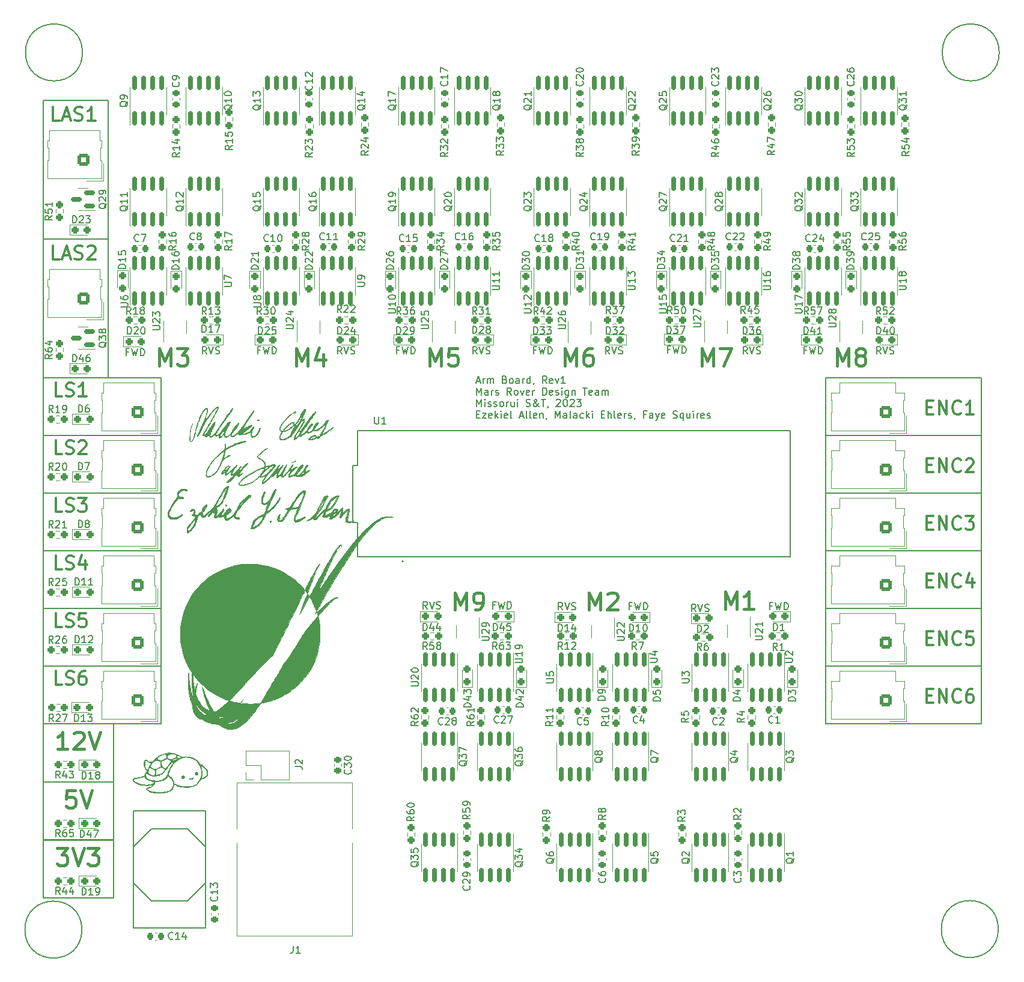
<source format=gto>
%TF.GenerationSoftware,KiCad,Pcbnew,(6.0.10)*%
%TF.CreationDate,2022-12-30T00:20:44-06:00*%
%TF.ProjectId,Armboard_Hardware,41726d62-6f61-4726-945f-486172647761,rev?*%
%TF.SameCoordinates,Original*%
%TF.FileFunction,Legend,Top*%
%TF.FilePolarity,Positive*%
%FSLAX46Y46*%
G04 Gerber Fmt 4.6, Leading zero omitted, Abs format (unit mm)*
G04 Created by KiCad (PCBNEW (6.0.10)) date 2022-12-30 00:20:44*
%MOMM*%
%LPD*%
G01*
G04 APERTURE LIST*
G04 Aperture macros list*
%AMRoundRect*
0 Rectangle with rounded corners*
0 $1 Rounding radius*
0 $2 $3 $4 $5 $6 $7 $8 $9 X,Y pos of 4 corners*
0 Add a 4 corners polygon primitive as box body*
4,1,4,$2,$3,$4,$5,$6,$7,$8,$9,$2,$3,0*
0 Add four circle primitives for the rounded corners*
1,1,$1+$1,$2,$3*
1,1,$1+$1,$4,$5*
1,1,$1+$1,$6,$7*
1,1,$1+$1,$8,$9*
0 Add four rect primitives between the rounded corners*
20,1,$1+$1,$2,$3,$4,$5,0*
20,1,$1+$1,$4,$5,$6,$7,0*
20,1,$1+$1,$6,$7,$8,$9,0*
20,1,$1+$1,$8,$9,$2,$3,0*%
G04 Aperture macros list end*
%ADD10C,0.150000*%
%ADD11C,0.355600*%
%ADD12C,0.457200*%
%ADD13C,0.203200*%
%ADD14C,0.120000*%
%ADD15C,0.060000*%
%ADD16C,0.010000*%
%ADD17C,0.127000*%
%ADD18C,0.200000*%
%ADD19R,0.650000X1.560000*%
%ADD20RoundRect,0.237500X-0.287500X-0.237500X0.287500X-0.237500X0.287500X0.237500X-0.287500X0.237500X0*%
%ADD21RoundRect,0.237500X0.250000X0.237500X-0.250000X0.237500X-0.250000X-0.237500X0.250000X-0.237500X0*%
%ADD22RoundRect,0.225000X0.250000X-0.225000X0.250000X0.225000X-0.250000X0.225000X-0.250000X-0.225000X0*%
%ADD23RoundRect,0.237500X0.237500X-0.250000X0.237500X0.250000X-0.237500X0.250000X-0.237500X-0.250000X0*%
%ADD24RoundRect,0.150000X0.150000X-0.825000X0.150000X0.825000X-0.150000X0.825000X-0.150000X-0.825000X0*%
%ADD25RoundRect,0.150000X-0.150000X0.825000X-0.150000X-0.825000X0.150000X-0.825000X0.150000X0.825000X0*%
%ADD26C,2.946400*%
%ADD27RoundRect,0.237500X-0.237500X0.250000X-0.237500X-0.250000X0.237500X-0.250000X0.237500X0.250000X0*%
%ADD28RoundRect,0.225000X0.225000X0.250000X-0.225000X0.250000X-0.225000X-0.250000X0.225000X-0.250000X0*%
%ADD29R,1.350000X1.350000*%
%ADD30O,1.350000X1.350000*%
%ADD31RoundRect,0.225000X-0.225000X-0.250000X0.225000X-0.250000X0.225000X0.250000X-0.225000X0.250000X0*%
%ADD32RoundRect,0.237500X-0.237500X0.287500X-0.237500X-0.287500X0.237500X-0.287500X0.237500X0.287500X0*%
%ADD33RoundRect,0.237500X-0.250000X-0.237500X0.250000X-0.237500X0.250000X0.237500X-0.250000X0.237500X0*%
%ADD34RoundRect,0.225000X-0.250000X0.225000X-0.250000X-0.225000X0.250000X-0.225000X0.250000X0.225000X0*%
%ADD35RoundRect,0.250000X0.620000X0.620000X-0.620000X0.620000X-0.620000X-0.620000X0.620000X-0.620000X0*%
%ADD36C,1.740000*%
%ADD37RoundRect,0.237500X0.287500X0.237500X-0.287500X0.237500X-0.287500X-0.237500X0.287500X-0.237500X0*%
%ADD38C,1.524000*%
%ADD39RoundRect,0.237500X0.237500X-0.287500X0.237500X0.287500X-0.237500X0.287500X-0.237500X-0.287500X0*%
%ADD40RoundRect,0.150000X0.587500X0.150000X-0.587500X0.150000X-0.587500X-0.150000X0.587500X-0.150000X0*%
%ADD41C,1.308000*%
%ADD42C,1.100000*%
%ADD43C,1.400000*%
%ADD44C,4.000000*%
%ADD45C,2.000000*%
%ADD46O,5.100000X3.000000*%
G04 APERTURE END LIST*
D10*
X154940000Y-205740000D02*
X171526200Y-205740000D01*
X171526200Y-205740000D02*
X171526200Y-213868000D01*
X171526200Y-213868000D02*
X154940000Y-213868000D01*
X154940000Y-213868000D02*
X154940000Y-205740000D01*
X154940000Y-221996000D02*
X171526200Y-221996000D01*
X171526200Y-221996000D02*
X171526200Y-230124000D01*
X171526200Y-230124000D02*
X154940000Y-230124000D01*
X154940000Y-230124000D02*
X154940000Y-221996000D01*
X164820600Y-279095200D02*
X154940000Y-279095200D01*
X154940000Y-279095200D02*
X154940000Y-270865600D01*
X154940000Y-270865600D02*
X164820600Y-270865600D01*
X164820600Y-270865600D02*
X164820600Y-279095200D01*
X154940000Y-246380000D02*
X171526200Y-246380000D01*
X171526200Y-246380000D02*
X171526200Y-254508000D01*
X171526200Y-254508000D02*
X154940000Y-254508000D01*
X154940000Y-254508000D02*
X154940000Y-246380000D01*
X154940000Y-166624000D02*
X164084000Y-166624000D01*
X164084000Y-166624000D02*
X164084000Y-186182000D01*
X164084000Y-186182000D02*
X154940000Y-186182000D01*
X154940000Y-186182000D02*
X154940000Y-166624000D01*
X265176000Y-246380000D02*
X287096200Y-246380000D01*
X287096200Y-246380000D02*
X287096200Y-254508000D01*
X287096200Y-254508000D02*
X265176000Y-254508000D01*
X265176000Y-254508000D02*
X265176000Y-246380000D01*
X164820600Y-270967200D02*
X154940000Y-270967200D01*
X154940000Y-270967200D02*
X154940000Y-262737600D01*
X154940000Y-262737600D02*
X164820600Y-262737600D01*
X164820600Y-262737600D02*
X164820600Y-270967200D01*
X265176000Y-238252000D02*
X287096200Y-238252000D01*
X287096200Y-238252000D02*
X287096200Y-246380000D01*
X287096200Y-246380000D02*
X265176000Y-246380000D01*
X265176000Y-246380000D02*
X265176000Y-238252000D01*
X154940000Y-213868000D02*
X171526200Y-213868000D01*
X171526200Y-213868000D02*
X171526200Y-221996000D01*
X171526200Y-221996000D02*
X154940000Y-221996000D01*
X154940000Y-221996000D02*
X154940000Y-213868000D01*
X154940000Y-238252000D02*
X171526200Y-238252000D01*
X171526200Y-238252000D02*
X171526200Y-246380000D01*
X171526200Y-246380000D02*
X154940000Y-246380000D01*
X154940000Y-246380000D02*
X154940000Y-238252000D01*
X265176000Y-230136000D02*
X287096200Y-230136000D01*
X287096200Y-230136000D02*
X287096200Y-238264000D01*
X287096200Y-238264000D02*
X265176000Y-238264000D01*
X265176000Y-238264000D02*
X265176000Y-230136000D01*
X265176000Y-205740000D02*
X287096200Y-205740000D01*
X287096200Y-205740000D02*
X287096200Y-213868000D01*
X287096200Y-213868000D02*
X265176000Y-213868000D01*
X265176000Y-213868000D02*
X265176000Y-205740000D01*
X154940000Y-230124000D02*
X171526200Y-230124000D01*
X171526200Y-230124000D02*
X171526200Y-238252000D01*
X171526200Y-238252000D02*
X154940000Y-238252000D01*
X154940000Y-238252000D02*
X154940000Y-230124000D01*
X265176000Y-222008000D02*
X287096200Y-222008000D01*
X287096200Y-222008000D02*
X287096200Y-230136000D01*
X287096200Y-230136000D02*
X265176000Y-230136000D01*
X265176000Y-230136000D02*
X265176000Y-222008000D01*
X265176000Y-213880000D02*
X287096200Y-213880000D01*
X287096200Y-213880000D02*
X287096200Y-222008000D01*
X287096200Y-222008000D02*
X265176000Y-222008000D01*
X265176000Y-222008000D02*
X265176000Y-213880000D01*
X154940000Y-186182000D02*
X164084000Y-186182000D01*
X164084000Y-186182000D02*
X164084000Y-205740000D01*
X164084000Y-205740000D02*
X154940000Y-205740000D01*
X154940000Y-205740000D02*
X154940000Y-186182000D01*
X164820600Y-262737600D02*
X154940000Y-262737600D01*
X154940000Y-262737600D02*
X154940000Y-254508000D01*
X154940000Y-254508000D02*
X164820600Y-254508000D01*
X164820600Y-254508000D02*
X164820600Y-262737600D01*
D11*
X279436285Y-250549928D02*
X280071285Y-250549928D01*
X280343428Y-251547785D02*
X279436285Y-251547785D01*
X279436285Y-249642785D01*
X280343428Y-249642785D01*
X281159857Y-251547785D02*
X281159857Y-249642785D01*
X282248428Y-251547785D01*
X282248428Y-249642785D01*
X284244142Y-251366357D02*
X284153428Y-251457071D01*
X283881285Y-251547785D01*
X283699857Y-251547785D01*
X283427714Y-251457071D01*
X283246285Y-251275642D01*
X283155571Y-251094214D01*
X283064857Y-250731357D01*
X283064857Y-250459214D01*
X283155571Y-250096357D01*
X283246285Y-249914928D01*
X283427714Y-249733500D01*
X283699857Y-249642785D01*
X283881285Y-249642785D01*
X284153428Y-249733500D01*
X284244142Y-249824214D01*
X285877000Y-249642785D02*
X285514142Y-249642785D01*
X285332714Y-249733500D01*
X285242000Y-249824214D01*
X285060571Y-250096357D01*
X284969857Y-250459214D01*
X284969857Y-251184928D01*
X285060571Y-251366357D01*
X285151285Y-251457071D01*
X285332714Y-251547785D01*
X285695571Y-251547785D01*
X285877000Y-251457071D01*
X285967714Y-251366357D01*
X286058428Y-251184928D01*
X286058428Y-250731357D01*
X285967714Y-250549928D01*
X285877000Y-250459214D01*
X285695571Y-250368500D01*
X285332714Y-250368500D01*
X285151285Y-250459214D01*
X285060571Y-250549928D01*
X284969857Y-250731357D01*
D12*
X159407980Y-263930795D02*
X158258933Y-263930795D01*
X158144028Y-265079842D01*
X158258933Y-264964938D01*
X158488742Y-264850033D01*
X159063266Y-264850033D01*
X159293076Y-264964938D01*
X159407980Y-265079842D01*
X159522885Y-265309652D01*
X159522885Y-265884176D01*
X159407980Y-266113985D01*
X159293076Y-266228890D01*
X159063266Y-266343795D01*
X158488742Y-266343795D01*
X158258933Y-266228890D01*
X158144028Y-266113985D01*
X160212314Y-263930795D02*
X161016647Y-266343795D01*
X161820980Y-263930795D01*
X212930619Y-238454595D02*
X212930619Y-236041595D01*
X213734952Y-237765166D01*
X214539285Y-236041595D01*
X214539285Y-238454595D01*
X215803238Y-238454595D02*
X216262857Y-238454595D01*
X216492666Y-238339690D01*
X216607571Y-238224785D01*
X216837380Y-237880071D01*
X216952285Y-237420452D01*
X216952285Y-236501214D01*
X216837380Y-236271404D01*
X216722476Y-236156500D01*
X216492666Y-236041595D01*
X216033047Y-236041595D01*
X215803238Y-236156500D01*
X215688333Y-236271404D01*
X215573428Y-236501214D01*
X215573428Y-237075738D01*
X215688333Y-237305547D01*
X215803238Y-237420452D01*
X216033047Y-237535357D01*
X216492666Y-237535357D01*
X216722476Y-237420452D01*
X216837380Y-237305547D01*
X216952285Y-237075738D01*
D11*
X279436285Y-234305928D02*
X280071285Y-234305928D01*
X280343428Y-235303785D02*
X279436285Y-235303785D01*
X279436285Y-233398785D01*
X280343428Y-233398785D01*
X281159857Y-235303785D02*
X281159857Y-233398785D01*
X282248428Y-235303785D01*
X282248428Y-233398785D01*
X284244142Y-235122357D02*
X284153428Y-235213071D01*
X283881285Y-235303785D01*
X283699857Y-235303785D01*
X283427714Y-235213071D01*
X283246285Y-235031642D01*
X283155571Y-234850214D01*
X283064857Y-234487357D01*
X283064857Y-234215214D01*
X283155571Y-233852357D01*
X283246285Y-233670928D01*
X283427714Y-233489500D01*
X283699857Y-233398785D01*
X283881285Y-233398785D01*
X284153428Y-233489500D01*
X284244142Y-233580214D01*
X285877000Y-234033785D02*
X285877000Y-235303785D01*
X285423428Y-233308071D02*
X284969857Y-234668785D01*
X286149142Y-234668785D01*
X279436285Y-218049928D02*
X280071285Y-218049928D01*
X280343428Y-219047785D02*
X279436285Y-219047785D01*
X279436285Y-217142785D01*
X280343428Y-217142785D01*
X281159857Y-219047785D02*
X281159857Y-217142785D01*
X282248428Y-219047785D01*
X282248428Y-217142785D01*
X284244142Y-218866357D02*
X284153428Y-218957071D01*
X283881285Y-219047785D01*
X283699857Y-219047785D01*
X283427714Y-218957071D01*
X283246285Y-218775642D01*
X283155571Y-218594214D01*
X283064857Y-218231357D01*
X283064857Y-217959214D01*
X283155571Y-217596357D01*
X283246285Y-217414928D01*
X283427714Y-217233500D01*
X283699857Y-217142785D01*
X283881285Y-217142785D01*
X284153428Y-217233500D01*
X284244142Y-217324214D01*
X284969857Y-217324214D02*
X285060571Y-217233500D01*
X285242000Y-217142785D01*
X285695571Y-217142785D01*
X285877000Y-217233500D01*
X285967714Y-217324214D01*
X286058428Y-217505642D01*
X286058428Y-217687071D01*
X285967714Y-217959214D01*
X284879142Y-219047785D01*
X286058428Y-219047785D01*
D10*
X224354571Y-201857428D02*
X224015904Y-201857428D01*
X224015904Y-202389619D02*
X224015904Y-201373619D01*
X224499714Y-201373619D01*
X224790000Y-201373619D02*
X225031904Y-202389619D01*
X225225428Y-201663904D01*
X225418952Y-202389619D01*
X225660857Y-201373619D01*
X226047904Y-202389619D02*
X226047904Y-201373619D01*
X226289809Y-201373619D01*
X226434952Y-201422000D01*
X226531714Y-201518761D01*
X226580095Y-201615523D01*
X226628476Y-201809047D01*
X226628476Y-201954190D01*
X226580095Y-202147714D01*
X226531714Y-202244476D01*
X226434952Y-202341238D01*
X226289809Y-202389619D01*
X226047904Y-202389619D01*
X246904238Y-238711619D02*
X246565571Y-238227809D01*
X246323666Y-238711619D02*
X246323666Y-237695619D01*
X246710714Y-237695619D01*
X246807476Y-237744000D01*
X246855857Y-237792380D01*
X246904238Y-237889142D01*
X246904238Y-238034285D01*
X246855857Y-238131047D01*
X246807476Y-238179428D01*
X246710714Y-238227809D01*
X246323666Y-238227809D01*
X247194523Y-237695619D02*
X247533190Y-238711619D01*
X247871857Y-237695619D01*
X248162142Y-238663238D02*
X248307285Y-238711619D01*
X248549190Y-238711619D01*
X248645952Y-238663238D01*
X248694333Y-238614857D01*
X248742714Y-238518095D01*
X248742714Y-238421333D01*
X248694333Y-238324571D01*
X248645952Y-238276190D01*
X248549190Y-238227809D01*
X248355666Y-238179428D01*
X248258904Y-238131047D01*
X248210523Y-238082666D01*
X248162142Y-237985904D01*
X248162142Y-237889142D01*
X248210523Y-237792380D01*
X248258904Y-237744000D01*
X248355666Y-237695619D01*
X248597571Y-237695619D01*
X248742714Y-237744000D01*
D11*
X157216928Y-169505785D02*
X156309785Y-169505785D01*
X156309785Y-167600785D01*
X157761214Y-168961500D02*
X158668357Y-168961500D01*
X157579785Y-169505785D02*
X158214785Y-167600785D01*
X158849785Y-169505785D01*
X159394071Y-169415071D02*
X159666214Y-169505785D01*
X160119785Y-169505785D01*
X160301214Y-169415071D01*
X160391928Y-169324357D01*
X160482642Y-169142928D01*
X160482642Y-168961500D01*
X160391928Y-168780071D01*
X160301214Y-168689357D01*
X160119785Y-168598642D01*
X159756928Y-168507928D01*
X159575500Y-168417214D01*
X159484785Y-168326500D01*
X159394071Y-168145071D01*
X159394071Y-167963642D01*
X159484785Y-167782214D01*
X159575500Y-167691500D01*
X159756928Y-167600785D01*
X160210500Y-167600785D01*
X160482642Y-167691500D01*
X162296928Y-169505785D02*
X161208357Y-169505785D01*
X161752642Y-169505785D02*
X161752642Y-167600785D01*
X161571214Y-167872928D01*
X161389785Y-168054357D01*
X161208357Y-168145071D01*
X279436285Y-209909928D02*
X280071285Y-209909928D01*
X280343428Y-210907785D02*
X279436285Y-210907785D01*
X279436285Y-209002785D01*
X280343428Y-209002785D01*
X281159857Y-210907785D02*
X281159857Y-209002785D01*
X282248428Y-210907785D01*
X282248428Y-209002785D01*
X284244142Y-210726357D02*
X284153428Y-210817071D01*
X283881285Y-210907785D01*
X283699857Y-210907785D01*
X283427714Y-210817071D01*
X283246285Y-210635642D01*
X283155571Y-210454214D01*
X283064857Y-210091357D01*
X283064857Y-209819214D01*
X283155571Y-209456357D01*
X283246285Y-209274928D01*
X283427714Y-209093500D01*
X283699857Y-209002785D01*
X283881285Y-209002785D01*
X284153428Y-209093500D01*
X284244142Y-209184214D01*
X286058428Y-210907785D02*
X284969857Y-210907785D01*
X285514142Y-210907785D02*
X285514142Y-209002785D01*
X285332714Y-209274928D01*
X285151285Y-209456357D01*
X284969857Y-209547071D01*
D10*
X218639571Y-237798428D02*
X218300904Y-237798428D01*
X218300904Y-238330619D02*
X218300904Y-237314619D01*
X218784714Y-237314619D01*
X219075000Y-237314619D02*
X219316904Y-238330619D01*
X219510428Y-237604904D01*
X219703952Y-238330619D01*
X219945857Y-237314619D01*
X220332904Y-238330619D02*
X220332904Y-237314619D01*
X220574809Y-237314619D01*
X220719952Y-237363000D01*
X220816714Y-237459761D01*
X220865095Y-237556523D01*
X220913476Y-237750047D01*
X220913476Y-237895190D01*
X220865095Y-238088714D01*
X220816714Y-238185476D01*
X220719952Y-238282238D01*
X220574809Y-238330619D01*
X220332904Y-238330619D01*
D11*
X157601557Y-249019785D02*
X156694414Y-249019785D01*
X156694414Y-247114785D01*
X158145842Y-248929071D02*
X158417985Y-249019785D01*
X158871557Y-249019785D01*
X159052985Y-248929071D01*
X159143700Y-248838357D01*
X159234414Y-248656928D01*
X159234414Y-248475500D01*
X159143700Y-248294071D01*
X159052985Y-248203357D01*
X158871557Y-248112642D01*
X158508700Y-248021928D01*
X158327271Y-247931214D01*
X158236557Y-247840500D01*
X158145842Y-247659071D01*
X158145842Y-247477642D01*
X158236557Y-247296214D01*
X158327271Y-247205500D01*
X158508700Y-247114785D01*
X158962271Y-247114785D01*
X159234414Y-247205500D01*
X160867271Y-247114785D02*
X160504414Y-247114785D01*
X160322985Y-247205500D01*
X160232271Y-247296214D01*
X160050842Y-247568357D01*
X159960128Y-247931214D01*
X159960128Y-248656928D01*
X160050842Y-248838357D01*
X160141557Y-248929071D01*
X160322985Y-249019785D01*
X160685842Y-249019785D01*
X160867271Y-248929071D01*
X160957985Y-248838357D01*
X161048700Y-248656928D01*
X161048700Y-248203357D01*
X160957985Y-248021928D01*
X160867271Y-247931214D01*
X160685842Y-247840500D01*
X160322985Y-247840500D01*
X160141557Y-247931214D01*
X160050842Y-248021928D01*
X159960128Y-248203357D01*
D12*
X266778619Y-204037595D02*
X266778619Y-201624595D01*
X267582952Y-203348166D01*
X268387285Y-201624595D01*
X268387285Y-204037595D01*
X269881047Y-202658738D02*
X269651238Y-202543833D01*
X269536333Y-202428928D01*
X269421428Y-202199119D01*
X269421428Y-202084214D01*
X269536333Y-201854404D01*
X269651238Y-201739500D01*
X269881047Y-201624595D01*
X270340666Y-201624595D01*
X270570476Y-201739500D01*
X270685380Y-201854404D01*
X270800285Y-202084214D01*
X270800285Y-202199119D01*
X270685380Y-202428928D01*
X270570476Y-202543833D01*
X270340666Y-202658738D01*
X269881047Y-202658738D01*
X269651238Y-202773642D01*
X269536333Y-202888547D01*
X269421428Y-203118357D01*
X269421428Y-203577976D01*
X269536333Y-203807785D01*
X269651238Y-203922690D01*
X269881047Y-204037595D01*
X270340666Y-204037595D01*
X270570476Y-203922690D01*
X270685380Y-203807785D01*
X270800285Y-203577976D01*
X270800285Y-203118357D01*
X270685380Y-202888547D01*
X270570476Y-202773642D01*
X270340666Y-202658738D01*
D11*
X279436285Y-242421928D02*
X280071285Y-242421928D01*
X280343428Y-243419785D02*
X279436285Y-243419785D01*
X279436285Y-241514785D01*
X280343428Y-241514785D01*
X281159857Y-243419785D02*
X281159857Y-241514785D01*
X282248428Y-243419785D01*
X282248428Y-241514785D01*
X284244142Y-243238357D02*
X284153428Y-243329071D01*
X283881285Y-243419785D01*
X283699857Y-243419785D01*
X283427714Y-243329071D01*
X283246285Y-243147642D01*
X283155571Y-242966214D01*
X283064857Y-242603357D01*
X283064857Y-242331214D01*
X283155571Y-241968357D01*
X283246285Y-241786928D01*
X283427714Y-241605500D01*
X283699857Y-241514785D01*
X283881285Y-241514785D01*
X284153428Y-241605500D01*
X284244142Y-241696214D01*
X285967714Y-241514785D02*
X285060571Y-241514785D01*
X284969857Y-242421928D01*
X285060571Y-242331214D01*
X285242000Y-242240500D01*
X285695571Y-242240500D01*
X285877000Y-242331214D01*
X285967714Y-242421928D01*
X286058428Y-242603357D01*
X286058428Y-243056928D01*
X285967714Y-243238357D01*
X285877000Y-243329071D01*
X285695571Y-243419785D01*
X285242000Y-243419785D01*
X285060571Y-243329071D01*
X284969857Y-243238357D01*
X157601557Y-208379785D02*
X156694414Y-208379785D01*
X156694414Y-206474785D01*
X158145842Y-208289071D02*
X158417985Y-208379785D01*
X158871557Y-208379785D01*
X159052985Y-208289071D01*
X159143700Y-208198357D01*
X159234414Y-208016928D01*
X159234414Y-207835500D01*
X159143700Y-207654071D01*
X159052985Y-207563357D01*
X158871557Y-207472642D01*
X158508700Y-207381928D01*
X158327271Y-207291214D01*
X158236557Y-207200500D01*
X158145842Y-207019071D01*
X158145842Y-206837642D01*
X158236557Y-206656214D01*
X158327271Y-206565500D01*
X158508700Y-206474785D01*
X158962271Y-206474785D01*
X159234414Y-206565500D01*
X161048700Y-208379785D02*
X159960128Y-208379785D01*
X160504414Y-208379785D02*
X160504414Y-206474785D01*
X160322985Y-206746928D01*
X160141557Y-206928357D01*
X159960128Y-207019071D01*
D10*
X197007238Y-202389619D02*
X196668571Y-201905809D01*
X196426666Y-202389619D02*
X196426666Y-201373619D01*
X196813714Y-201373619D01*
X196910476Y-201422000D01*
X196958857Y-201470380D01*
X197007238Y-201567142D01*
X197007238Y-201712285D01*
X196958857Y-201809047D01*
X196910476Y-201857428D01*
X196813714Y-201905809D01*
X196426666Y-201905809D01*
X197297523Y-201373619D02*
X197636190Y-202389619D01*
X197974857Y-201373619D01*
X198265142Y-202341238D02*
X198410285Y-202389619D01*
X198652190Y-202389619D01*
X198748952Y-202341238D01*
X198797333Y-202292857D01*
X198845714Y-202196095D01*
X198845714Y-202099333D01*
X198797333Y-202002571D01*
X198748952Y-201954190D01*
X198652190Y-201905809D01*
X198458666Y-201857428D01*
X198361904Y-201809047D01*
X198313523Y-201760666D01*
X198265142Y-201663904D01*
X198265142Y-201567142D01*
X198313523Y-201470380D01*
X198361904Y-201422000D01*
X198458666Y-201373619D01*
X198700571Y-201373619D01*
X198845714Y-201422000D01*
D12*
X171274619Y-204037595D02*
X171274619Y-201624595D01*
X172078952Y-203348166D01*
X172883285Y-201624595D01*
X172883285Y-204037595D01*
X173802523Y-201624595D02*
X175296285Y-201624595D01*
X174491952Y-202543833D01*
X174836666Y-202543833D01*
X175066476Y-202658738D01*
X175181380Y-202773642D01*
X175296285Y-203003452D01*
X175296285Y-203577976D01*
X175181380Y-203807785D01*
X175066476Y-203922690D01*
X174836666Y-204037595D01*
X174147238Y-204037595D01*
X173917428Y-203922690D01*
X173802523Y-203807785D01*
D10*
X177957238Y-202389619D02*
X177618571Y-201905809D01*
X177376666Y-202389619D02*
X177376666Y-201373619D01*
X177763714Y-201373619D01*
X177860476Y-201422000D01*
X177908857Y-201470380D01*
X177957238Y-201567142D01*
X177957238Y-201712285D01*
X177908857Y-201809047D01*
X177860476Y-201857428D01*
X177763714Y-201905809D01*
X177376666Y-201905809D01*
X178247523Y-201373619D02*
X178586190Y-202389619D01*
X178924857Y-201373619D01*
X179215142Y-202341238D02*
X179360285Y-202389619D01*
X179602190Y-202389619D01*
X179698952Y-202341238D01*
X179747333Y-202292857D01*
X179795714Y-202196095D01*
X179795714Y-202099333D01*
X179747333Y-202002571D01*
X179698952Y-201954190D01*
X179602190Y-201905809D01*
X179408666Y-201857428D01*
X179311904Y-201809047D01*
X179263523Y-201760666D01*
X179215142Y-201663904D01*
X179215142Y-201567142D01*
X179263523Y-201470380D01*
X179311904Y-201422000D01*
X179408666Y-201373619D01*
X179650571Y-201373619D01*
X179795714Y-201422000D01*
X234749738Y-202389619D02*
X234411071Y-201905809D01*
X234169166Y-202389619D02*
X234169166Y-201373619D01*
X234556214Y-201373619D01*
X234652976Y-201422000D01*
X234701357Y-201470380D01*
X234749738Y-201567142D01*
X234749738Y-201712285D01*
X234701357Y-201809047D01*
X234652976Y-201857428D01*
X234556214Y-201905809D01*
X234169166Y-201905809D01*
X235040023Y-201373619D02*
X235378690Y-202389619D01*
X235717357Y-201373619D01*
X236007642Y-202341238D02*
X236152785Y-202389619D01*
X236394690Y-202389619D01*
X236491452Y-202341238D01*
X236539833Y-202292857D01*
X236588214Y-202196095D01*
X236588214Y-202099333D01*
X236539833Y-202002571D01*
X236491452Y-201954190D01*
X236394690Y-201905809D01*
X236201166Y-201857428D01*
X236104404Y-201809047D01*
X236056023Y-201760666D01*
X236007642Y-201663904D01*
X236007642Y-201567142D01*
X236056023Y-201470380D01*
X236104404Y-201422000D01*
X236201166Y-201373619D01*
X236443071Y-201373619D01*
X236588214Y-201422000D01*
D13*
X215971603Y-206249693D02*
X216455413Y-206249693D01*
X215874841Y-206539979D02*
X216213508Y-205523979D01*
X216552175Y-206539979D01*
X216890841Y-206539979D02*
X216890841Y-205862645D01*
X216890841Y-206056169D02*
X216939222Y-205959407D01*
X216987603Y-205911026D01*
X217084365Y-205862645D01*
X217181127Y-205862645D01*
X217519794Y-206539979D02*
X217519794Y-205862645D01*
X217519794Y-205959407D02*
X217568175Y-205911026D01*
X217664937Y-205862645D01*
X217810080Y-205862645D01*
X217906841Y-205911026D01*
X217955222Y-206007788D01*
X217955222Y-206539979D01*
X217955222Y-206007788D02*
X218003603Y-205911026D01*
X218100365Y-205862645D01*
X218245508Y-205862645D01*
X218342270Y-205911026D01*
X218390651Y-206007788D01*
X218390651Y-206539979D01*
X219987222Y-206007788D02*
X220132365Y-206056169D01*
X220180746Y-206104550D01*
X220229127Y-206201312D01*
X220229127Y-206346455D01*
X220180746Y-206443217D01*
X220132365Y-206491598D01*
X220035603Y-206539979D01*
X219648556Y-206539979D01*
X219648556Y-205523979D01*
X219987222Y-205523979D01*
X220083984Y-205572360D01*
X220132365Y-205620740D01*
X220180746Y-205717502D01*
X220180746Y-205814264D01*
X220132365Y-205911026D01*
X220083984Y-205959407D01*
X219987222Y-206007788D01*
X219648556Y-206007788D01*
X220809699Y-206539979D02*
X220712937Y-206491598D01*
X220664556Y-206443217D01*
X220616175Y-206346455D01*
X220616175Y-206056169D01*
X220664556Y-205959407D01*
X220712937Y-205911026D01*
X220809699Y-205862645D01*
X220954841Y-205862645D01*
X221051603Y-205911026D01*
X221099984Y-205959407D01*
X221148365Y-206056169D01*
X221148365Y-206346455D01*
X221099984Y-206443217D01*
X221051603Y-206491598D01*
X220954841Y-206539979D01*
X220809699Y-206539979D01*
X222019222Y-206539979D02*
X222019222Y-206007788D01*
X221970841Y-205911026D01*
X221874080Y-205862645D01*
X221680556Y-205862645D01*
X221583794Y-205911026D01*
X222019222Y-206491598D02*
X221922460Y-206539979D01*
X221680556Y-206539979D01*
X221583794Y-206491598D01*
X221535413Y-206394836D01*
X221535413Y-206298074D01*
X221583794Y-206201312D01*
X221680556Y-206152931D01*
X221922460Y-206152931D01*
X222019222Y-206104550D01*
X222503032Y-206539979D02*
X222503032Y-205862645D01*
X222503032Y-206056169D02*
X222551413Y-205959407D01*
X222599794Y-205911026D01*
X222696556Y-205862645D01*
X222793318Y-205862645D01*
X223567413Y-206539979D02*
X223567413Y-205523979D01*
X223567413Y-206491598D02*
X223470651Y-206539979D01*
X223277127Y-206539979D01*
X223180365Y-206491598D01*
X223131984Y-206443217D01*
X223083603Y-206346455D01*
X223083603Y-206056169D01*
X223131984Y-205959407D01*
X223180365Y-205911026D01*
X223277127Y-205862645D01*
X223470651Y-205862645D01*
X223567413Y-205911026D01*
X224099603Y-206491598D02*
X224099603Y-206539979D01*
X224051222Y-206636740D01*
X224002841Y-206685121D01*
X225889699Y-206539979D02*
X225551032Y-206056169D01*
X225309127Y-206539979D02*
X225309127Y-205523979D01*
X225696175Y-205523979D01*
X225792937Y-205572360D01*
X225841318Y-205620740D01*
X225889699Y-205717502D01*
X225889699Y-205862645D01*
X225841318Y-205959407D01*
X225792937Y-206007788D01*
X225696175Y-206056169D01*
X225309127Y-206056169D01*
X226712175Y-206491598D02*
X226615413Y-206539979D01*
X226421889Y-206539979D01*
X226325127Y-206491598D01*
X226276746Y-206394836D01*
X226276746Y-206007788D01*
X226325127Y-205911026D01*
X226421889Y-205862645D01*
X226615413Y-205862645D01*
X226712175Y-205911026D01*
X226760556Y-206007788D01*
X226760556Y-206104550D01*
X226276746Y-206201312D01*
X227099222Y-205862645D02*
X227341127Y-206539979D01*
X227583032Y-205862645D01*
X228502270Y-206539979D02*
X227921699Y-206539979D01*
X228211984Y-206539979D02*
X228211984Y-205523979D01*
X228115222Y-205669121D01*
X228018460Y-205765883D01*
X227921699Y-205814264D01*
X216019984Y-208175739D02*
X216019984Y-207159739D01*
X216358651Y-207885453D01*
X216697318Y-207159739D01*
X216697318Y-208175739D01*
X217616556Y-208175739D02*
X217616556Y-207643548D01*
X217568175Y-207546786D01*
X217471413Y-207498405D01*
X217277889Y-207498405D01*
X217181127Y-207546786D01*
X217616556Y-208127358D02*
X217519794Y-208175739D01*
X217277889Y-208175739D01*
X217181127Y-208127358D01*
X217132746Y-208030596D01*
X217132746Y-207933834D01*
X217181127Y-207837072D01*
X217277889Y-207788691D01*
X217519794Y-207788691D01*
X217616556Y-207740310D01*
X218100365Y-208175739D02*
X218100365Y-207498405D01*
X218100365Y-207691929D02*
X218148746Y-207595167D01*
X218197127Y-207546786D01*
X218293889Y-207498405D01*
X218390651Y-207498405D01*
X218680937Y-208127358D02*
X218777699Y-208175739D01*
X218971222Y-208175739D01*
X219067984Y-208127358D01*
X219116365Y-208030596D01*
X219116365Y-207982215D01*
X219067984Y-207885453D01*
X218971222Y-207837072D01*
X218826080Y-207837072D01*
X218729318Y-207788691D01*
X218680937Y-207691929D01*
X218680937Y-207643548D01*
X218729318Y-207546786D01*
X218826080Y-207498405D01*
X218971222Y-207498405D01*
X219067984Y-207546786D01*
X220906460Y-208175739D02*
X220567794Y-207691929D01*
X220325889Y-208175739D02*
X220325889Y-207159739D01*
X220712937Y-207159739D01*
X220809699Y-207208120D01*
X220858080Y-207256500D01*
X220906460Y-207353262D01*
X220906460Y-207498405D01*
X220858080Y-207595167D01*
X220809699Y-207643548D01*
X220712937Y-207691929D01*
X220325889Y-207691929D01*
X221487032Y-208175739D02*
X221390270Y-208127358D01*
X221341889Y-208078977D01*
X221293508Y-207982215D01*
X221293508Y-207691929D01*
X221341889Y-207595167D01*
X221390270Y-207546786D01*
X221487032Y-207498405D01*
X221632175Y-207498405D01*
X221728937Y-207546786D01*
X221777318Y-207595167D01*
X221825699Y-207691929D01*
X221825699Y-207982215D01*
X221777318Y-208078977D01*
X221728937Y-208127358D01*
X221632175Y-208175739D01*
X221487032Y-208175739D01*
X222164365Y-207498405D02*
X222406270Y-208175739D01*
X222648175Y-207498405D01*
X223422270Y-208127358D02*
X223325508Y-208175739D01*
X223131984Y-208175739D01*
X223035222Y-208127358D01*
X222986841Y-208030596D01*
X222986841Y-207643548D01*
X223035222Y-207546786D01*
X223131984Y-207498405D01*
X223325508Y-207498405D01*
X223422270Y-207546786D01*
X223470651Y-207643548D01*
X223470651Y-207740310D01*
X222986841Y-207837072D01*
X223906080Y-208175739D02*
X223906080Y-207498405D01*
X223906080Y-207691929D02*
X223954460Y-207595167D01*
X224002841Y-207546786D01*
X224099603Y-207498405D01*
X224196365Y-207498405D01*
X225309127Y-208175739D02*
X225309127Y-207159739D01*
X225551032Y-207159739D01*
X225696175Y-207208120D01*
X225792937Y-207304881D01*
X225841318Y-207401643D01*
X225889699Y-207595167D01*
X225889699Y-207740310D01*
X225841318Y-207933834D01*
X225792937Y-208030596D01*
X225696175Y-208127358D01*
X225551032Y-208175739D01*
X225309127Y-208175739D01*
X226712175Y-208127358D02*
X226615413Y-208175739D01*
X226421889Y-208175739D01*
X226325127Y-208127358D01*
X226276746Y-208030596D01*
X226276746Y-207643548D01*
X226325127Y-207546786D01*
X226421889Y-207498405D01*
X226615413Y-207498405D01*
X226712175Y-207546786D01*
X226760556Y-207643548D01*
X226760556Y-207740310D01*
X226276746Y-207837072D01*
X227147603Y-208127358D02*
X227244365Y-208175739D01*
X227437889Y-208175739D01*
X227534651Y-208127358D01*
X227583032Y-208030596D01*
X227583032Y-207982215D01*
X227534651Y-207885453D01*
X227437889Y-207837072D01*
X227292746Y-207837072D01*
X227195984Y-207788691D01*
X227147603Y-207691929D01*
X227147603Y-207643548D01*
X227195984Y-207546786D01*
X227292746Y-207498405D01*
X227437889Y-207498405D01*
X227534651Y-207546786D01*
X228018460Y-208175739D02*
X228018460Y-207498405D01*
X228018460Y-207159739D02*
X227970080Y-207208120D01*
X228018460Y-207256500D01*
X228066841Y-207208120D01*
X228018460Y-207159739D01*
X228018460Y-207256500D01*
X228937699Y-207498405D02*
X228937699Y-208320881D01*
X228889318Y-208417643D01*
X228840937Y-208466024D01*
X228744175Y-208514405D01*
X228599032Y-208514405D01*
X228502270Y-208466024D01*
X228937699Y-208127358D02*
X228840937Y-208175739D01*
X228647413Y-208175739D01*
X228550651Y-208127358D01*
X228502270Y-208078977D01*
X228453889Y-207982215D01*
X228453889Y-207691929D01*
X228502270Y-207595167D01*
X228550651Y-207546786D01*
X228647413Y-207498405D01*
X228840937Y-207498405D01*
X228937699Y-207546786D01*
X229421508Y-207498405D02*
X229421508Y-208175739D01*
X229421508Y-207595167D02*
X229469889Y-207546786D01*
X229566651Y-207498405D01*
X229711794Y-207498405D01*
X229808556Y-207546786D01*
X229856937Y-207643548D01*
X229856937Y-208175739D01*
X230969699Y-207159739D02*
X231550270Y-207159739D01*
X231259984Y-208175739D02*
X231259984Y-207159739D01*
X232275984Y-208127358D02*
X232179222Y-208175739D01*
X231985699Y-208175739D01*
X231888937Y-208127358D01*
X231840556Y-208030596D01*
X231840556Y-207643548D01*
X231888937Y-207546786D01*
X231985699Y-207498405D01*
X232179222Y-207498405D01*
X232275984Y-207546786D01*
X232324365Y-207643548D01*
X232324365Y-207740310D01*
X231840556Y-207837072D01*
X233195222Y-208175739D02*
X233195222Y-207643548D01*
X233146841Y-207546786D01*
X233050080Y-207498405D01*
X232856556Y-207498405D01*
X232759794Y-207546786D01*
X233195222Y-208127358D02*
X233098460Y-208175739D01*
X232856556Y-208175739D01*
X232759794Y-208127358D01*
X232711413Y-208030596D01*
X232711413Y-207933834D01*
X232759794Y-207837072D01*
X232856556Y-207788691D01*
X233098460Y-207788691D01*
X233195222Y-207740310D01*
X233679032Y-208175739D02*
X233679032Y-207498405D01*
X233679032Y-207595167D02*
X233727413Y-207546786D01*
X233824175Y-207498405D01*
X233969318Y-207498405D01*
X234066080Y-207546786D01*
X234114460Y-207643548D01*
X234114460Y-208175739D01*
X234114460Y-207643548D02*
X234162841Y-207546786D01*
X234259603Y-207498405D01*
X234404746Y-207498405D01*
X234501508Y-207546786D01*
X234549889Y-207643548D01*
X234549889Y-208175739D01*
X216019984Y-209811499D02*
X216019984Y-208795499D01*
X216358651Y-209521213D01*
X216697318Y-208795499D01*
X216697318Y-209811499D01*
X217181127Y-209811499D02*
X217181127Y-209134165D01*
X217181127Y-208795499D02*
X217132746Y-208843880D01*
X217181127Y-208892260D01*
X217229508Y-208843880D01*
X217181127Y-208795499D01*
X217181127Y-208892260D01*
X217616556Y-209763118D02*
X217713318Y-209811499D01*
X217906841Y-209811499D01*
X218003603Y-209763118D01*
X218051984Y-209666356D01*
X218051984Y-209617975D01*
X218003603Y-209521213D01*
X217906841Y-209472832D01*
X217761699Y-209472832D01*
X217664937Y-209424451D01*
X217616556Y-209327689D01*
X217616556Y-209279308D01*
X217664937Y-209182546D01*
X217761699Y-209134165D01*
X217906841Y-209134165D01*
X218003603Y-209182546D01*
X218439032Y-209763118D02*
X218535794Y-209811499D01*
X218729318Y-209811499D01*
X218826080Y-209763118D01*
X218874460Y-209666356D01*
X218874460Y-209617975D01*
X218826080Y-209521213D01*
X218729318Y-209472832D01*
X218584175Y-209472832D01*
X218487413Y-209424451D01*
X218439032Y-209327689D01*
X218439032Y-209279308D01*
X218487413Y-209182546D01*
X218584175Y-209134165D01*
X218729318Y-209134165D01*
X218826080Y-209182546D01*
X219455032Y-209811499D02*
X219358270Y-209763118D01*
X219309889Y-209714737D01*
X219261508Y-209617975D01*
X219261508Y-209327689D01*
X219309889Y-209230927D01*
X219358270Y-209182546D01*
X219455032Y-209134165D01*
X219600175Y-209134165D01*
X219696937Y-209182546D01*
X219745318Y-209230927D01*
X219793699Y-209327689D01*
X219793699Y-209617975D01*
X219745318Y-209714737D01*
X219696937Y-209763118D01*
X219600175Y-209811499D01*
X219455032Y-209811499D01*
X220229127Y-209811499D02*
X220229127Y-209134165D01*
X220229127Y-209327689D02*
X220277508Y-209230927D01*
X220325889Y-209182546D01*
X220422651Y-209134165D01*
X220519413Y-209134165D01*
X221293508Y-209134165D02*
X221293508Y-209811499D01*
X220858080Y-209134165D02*
X220858080Y-209666356D01*
X220906460Y-209763118D01*
X221003222Y-209811499D01*
X221148365Y-209811499D01*
X221245127Y-209763118D01*
X221293508Y-209714737D01*
X221777318Y-209811499D02*
X221777318Y-209134165D01*
X221777318Y-208795499D02*
X221728937Y-208843880D01*
X221777318Y-208892260D01*
X221825699Y-208843880D01*
X221777318Y-208795499D01*
X221777318Y-208892260D01*
X222986841Y-209763118D02*
X223131984Y-209811499D01*
X223373889Y-209811499D01*
X223470651Y-209763118D01*
X223519032Y-209714737D01*
X223567413Y-209617975D01*
X223567413Y-209521213D01*
X223519032Y-209424451D01*
X223470651Y-209376070D01*
X223373889Y-209327689D01*
X223180365Y-209279308D01*
X223083603Y-209230927D01*
X223035222Y-209182546D01*
X222986841Y-209085784D01*
X222986841Y-208989022D01*
X223035222Y-208892260D01*
X223083603Y-208843880D01*
X223180365Y-208795499D01*
X223422270Y-208795499D01*
X223567413Y-208843880D01*
X224825318Y-209811499D02*
X224776937Y-209811499D01*
X224680175Y-209763118D01*
X224535032Y-209617975D01*
X224293127Y-209327689D01*
X224196365Y-209182546D01*
X224147984Y-209037403D01*
X224147984Y-208940641D01*
X224196365Y-208843880D01*
X224293127Y-208795499D01*
X224341508Y-208795499D01*
X224438270Y-208843880D01*
X224486651Y-208940641D01*
X224486651Y-208989022D01*
X224438270Y-209085784D01*
X224389889Y-209134165D01*
X224099603Y-209327689D01*
X224051222Y-209376070D01*
X224002841Y-209472832D01*
X224002841Y-209617975D01*
X224051222Y-209714737D01*
X224099603Y-209763118D01*
X224196365Y-209811499D01*
X224341508Y-209811499D01*
X224438270Y-209763118D01*
X224486651Y-209714737D01*
X224631794Y-209521213D01*
X224680175Y-209376070D01*
X224680175Y-209279308D01*
X225115603Y-208795499D02*
X225696175Y-208795499D01*
X225405889Y-209811499D02*
X225405889Y-208795499D01*
X226083222Y-209763118D02*
X226083222Y-209811499D01*
X226034841Y-209908260D01*
X225986460Y-209956641D01*
X227244365Y-208892260D02*
X227292746Y-208843880D01*
X227389508Y-208795499D01*
X227631413Y-208795499D01*
X227728175Y-208843880D01*
X227776556Y-208892260D01*
X227824937Y-208989022D01*
X227824937Y-209085784D01*
X227776556Y-209230927D01*
X227195984Y-209811499D01*
X227824937Y-209811499D01*
X228453889Y-208795499D02*
X228550651Y-208795499D01*
X228647413Y-208843880D01*
X228695794Y-208892260D01*
X228744175Y-208989022D01*
X228792556Y-209182546D01*
X228792556Y-209424451D01*
X228744175Y-209617975D01*
X228695794Y-209714737D01*
X228647413Y-209763118D01*
X228550651Y-209811499D01*
X228453889Y-209811499D01*
X228357127Y-209763118D01*
X228308746Y-209714737D01*
X228260365Y-209617975D01*
X228211984Y-209424451D01*
X228211984Y-209182546D01*
X228260365Y-208989022D01*
X228308746Y-208892260D01*
X228357127Y-208843880D01*
X228453889Y-208795499D01*
X229179603Y-208892260D02*
X229227984Y-208843880D01*
X229324746Y-208795499D01*
X229566651Y-208795499D01*
X229663413Y-208843880D01*
X229711794Y-208892260D01*
X229760175Y-208989022D01*
X229760175Y-209085784D01*
X229711794Y-209230927D01*
X229131222Y-209811499D01*
X229760175Y-209811499D01*
X230098841Y-208795499D02*
X230727794Y-208795499D01*
X230389127Y-209182546D01*
X230534270Y-209182546D01*
X230631032Y-209230927D01*
X230679413Y-209279308D01*
X230727794Y-209376070D01*
X230727794Y-209617975D01*
X230679413Y-209714737D01*
X230631032Y-209763118D01*
X230534270Y-209811499D01*
X230243984Y-209811499D01*
X230147222Y-209763118D01*
X230098841Y-209714737D01*
X216019984Y-210915068D02*
X216358651Y-210915068D01*
X216503794Y-211447259D02*
X216019984Y-211447259D01*
X216019984Y-210431259D01*
X216503794Y-210431259D01*
X216842460Y-210769925D02*
X217374651Y-210769925D01*
X216842460Y-211447259D01*
X217374651Y-211447259D01*
X218148746Y-211398878D02*
X218051984Y-211447259D01*
X217858460Y-211447259D01*
X217761699Y-211398878D01*
X217713318Y-211302116D01*
X217713318Y-210915068D01*
X217761699Y-210818306D01*
X217858460Y-210769925D01*
X218051984Y-210769925D01*
X218148746Y-210818306D01*
X218197127Y-210915068D01*
X218197127Y-211011830D01*
X217713318Y-211108592D01*
X218632556Y-211447259D02*
X218632556Y-210431259D01*
X218729318Y-211060211D02*
X219019603Y-211447259D01*
X219019603Y-210769925D02*
X218632556Y-211156973D01*
X219455032Y-211447259D02*
X219455032Y-210769925D01*
X219455032Y-210431259D02*
X219406651Y-210479640D01*
X219455032Y-210528020D01*
X219503413Y-210479640D01*
X219455032Y-210431259D01*
X219455032Y-210528020D01*
X220325889Y-211398878D02*
X220229127Y-211447259D01*
X220035603Y-211447259D01*
X219938841Y-211398878D01*
X219890460Y-211302116D01*
X219890460Y-210915068D01*
X219938841Y-210818306D01*
X220035603Y-210769925D01*
X220229127Y-210769925D01*
X220325889Y-210818306D01*
X220374270Y-210915068D01*
X220374270Y-211011830D01*
X219890460Y-211108592D01*
X220954841Y-211447259D02*
X220858080Y-211398878D01*
X220809699Y-211302116D01*
X220809699Y-210431259D01*
X222067603Y-211156973D02*
X222551413Y-211156973D01*
X221970841Y-211447259D02*
X222309508Y-210431259D01*
X222648175Y-211447259D01*
X223131984Y-211447259D02*
X223035222Y-211398878D01*
X222986841Y-211302116D01*
X222986841Y-210431259D01*
X223664175Y-211447259D02*
X223567413Y-211398878D01*
X223519032Y-211302116D01*
X223519032Y-210431259D01*
X224438270Y-211398878D02*
X224341508Y-211447259D01*
X224147984Y-211447259D01*
X224051222Y-211398878D01*
X224002841Y-211302116D01*
X224002841Y-210915068D01*
X224051222Y-210818306D01*
X224147984Y-210769925D01*
X224341508Y-210769925D01*
X224438270Y-210818306D01*
X224486651Y-210915068D01*
X224486651Y-211011830D01*
X224002841Y-211108592D01*
X224922080Y-210769925D02*
X224922080Y-211447259D01*
X224922080Y-210866687D02*
X224970460Y-210818306D01*
X225067222Y-210769925D01*
X225212365Y-210769925D01*
X225309127Y-210818306D01*
X225357508Y-210915068D01*
X225357508Y-211447259D01*
X225889699Y-211398878D02*
X225889699Y-211447259D01*
X225841318Y-211544020D01*
X225792937Y-211592401D01*
X227099222Y-211447259D02*
X227099222Y-210431259D01*
X227437889Y-211156973D01*
X227776556Y-210431259D01*
X227776556Y-211447259D01*
X228695794Y-211447259D02*
X228695794Y-210915068D01*
X228647413Y-210818306D01*
X228550651Y-210769925D01*
X228357127Y-210769925D01*
X228260365Y-210818306D01*
X228695794Y-211398878D02*
X228599032Y-211447259D01*
X228357127Y-211447259D01*
X228260365Y-211398878D01*
X228211984Y-211302116D01*
X228211984Y-211205354D01*
X228260365Y-211108592D01*
X228357127Y-211060211D01*
X228599032Y-211060211D01*
X228695794Y-211011830D01*
X229324746Y-211447259D02*
X229227984Y-211398878D01*
X229179603Y-211302116D01*
X229179603Y-210431259D01*
X230147222Y-211447259D02*
X230147222Y-210915068D01*
X230098841Y-210818306D01*
X230002080Y-210769925D01*
X229808556Y-210769925D01*
X229711794Y-210818306D01*
X230147222Y-211398878D02*
X230050460Y-211447259D01*
X229808556Y-211447259D01*
X229711794Y-211398878D01*
X229663413Y-211302116D01*
X229663413Y-211205354D01*
X229711794Y-211108592D01*
X229808556Y-211060211D01*
X230050460Y-211060211D01*
X230147222Y-211011830D01*
X231066460Y-211398878D02*
X230969699Y-211447259D01*
X230776175Y-211447259D01*
X230679413Y-211398878D01*
X230631032Y-211350497D01*
X230582651Y-211253735D01*
X230582651Y-210963449D01*
X230631032Y-210866687D01*
X230679413Y-210818306D01*
X230776175Y-210769925D01*
X230969699Y-210769925D01*
X231066460Y-210818306D01*
X231501889Y-211447259D02*
X231501889Y-210431259D01*
X231598651Y-211060211D02*
X231888937Y-211447259D01*
X231888937Y-210769925D02*
X231501889Y-211156973D01*
X232324365Y-211447259D02*
X232324365Y-210769925D01*
X232324365Y-210431259D02*
X232275984Y-210479640D01*
X232324365Y-210528020D01*
X232372746Y-210479640D01*
X232324365Y-210431259D01*
X232324365Y-210528020D01*
X233582270Y-210915068D02*
X233920937Y-210915068D01*
X234066080Y-211447259D02*
X233582270Y-211447259D01*
X233582270Y-210431259D01*
X234066080Y-210431259D01*
X234501508Y-211447259D02*
X234501508Y-210431259D01*
X234936937Y-211447259D02*
X234936937Y-210915068D01*
X234888556Y-210818306D01*
X234791794Y-210769925D01*
X234646651Y-210769925D01*
X234549889Y-210818306D01*
X234501508Y-210866687D01*
X235565889Y-211447259D02*
X235469127Y-211398878D01*
X235420746Y-211302116D01*
X235420746Y-210431259D01*
X236339984Y-211398878D02*
X236243222Y-211447259D01*
X236049699Y-211447259D01*
X235952937Y-211398878D01*
X235904556Y-211302116D01*
X235904556Y-210915068D01*
X235952937Y-210818306D01*
X236049699Y-210769925D01*
X236243222Y-210769925D01*
X236339984Y-210818306D01*
X236388365Y-210915068D01*
X236388365Y-211011830D01*
X235904556Y-211108592D01*
X236823794Y-211447259D02*
X236823794Y-210769925D01*
X236823794Y-210963449D02*
X236872175Y-210866687D01*
X236920556Y-210818306D01*
X237017318Y-210769925D01*
X237114080Y-210769925D01*
X237404365Y-211398878D02*
X237501127Y-211447259D01*
X237694651Y-211447259D01*
X237791413Y-211398878D01*
X237839794Y-211302116D01*
X237839794Y-211253735D01*
X237791413Y-211156973D01*
X237694651Y-211108592D01*
X237549508Y-211108592D01*
X237452746Y-211060211D01*
X237404365Y-210963449D01*
X237404365Y-210915068D01*
X237452746Y-210818306D01*
X237549508Y-210769925D01*
X237694651Y-210769925D01*
X237791413Y-210818306D01*
X238323603Y-211398878D02*
X238323603Y-211447259D01*
X238275222Y-211544020D01*
X238226841Y-211592401D01*
X239871794Y-210915068D02*
X239533127Y-210915068D01*
X239533127Y-211447259D02*
X239533127Y-210431259D01*
X240016937Y-210431259D01*
X240839413Y-211447259D02*
X240839413Y-210915068D01*
X240791032Y-210818306D01*
X240694270Y-210769925D01*
X240500746Y-210769925D01*
X240403984Y-210818306D01*
X240839413Y-211398878D02*
X240742651Y-211447259D01*
X240500746Y-211447259D01*
X240403984Y-211398878D01*
X240355603Y-211302116D01*
X240355603Y-211205354D01*
X240403984Y-211108592D01*
X240500746Y-211060211D01*
X240742651Y-211060211D01*
X240839413Y-211011830D01*
X241226460Y-210769925D02*
X241468365Y-211447259D01*
X241710270Y-210769925D02*
X241468365Y-211447259D01*
X241371603Y-211689163D01*
X241323222Y-211737544D01*
X241226460Y-211785925D01*
X242484365Y-211398878D02*
X242387603Y-211447259D01*
X242194080Y-211447259D01*
X242097318Y-211398878D01*
X242048937Y-211302116D01*
X242048937Y-210915068D01*
X242097318Y-210818306D01*
X242194080Y-210769925D01*
X242387603Y-210769925D01*
X242484365Y-210818306D01*
X242532746Y-210915068D01*
X242532746Y-211011830D01*
X242048937Y-211108592D01*
X243693889Y-211398878D02*
X243839032Y-211447259D01*
X244080937Y-211447259D01*
X244177699Y-211398878D01*
X244226080Y-211350497D01*
X244274460Y-211253735D01*
X244274460Y-211156973D01*
X244226080Y-211060211D01*
X244177699Y-211011830D01*
X244080937Y-210963449D01*
X243887413Y-210915068D01*
X243790651Y-210866687D01*
X243742270Y-210818306D01*
X243693889Y-210721544D01*
X243693889Y-210624782D01*
X243742270Y-210528020D01*
X243790651Y-210479640D01*
X243887413Y-210431259D01*
X244129318Y-210431259D01*
X244274460Y-210479640D01*
X245145318Y-210769925D02*
X245145318Y-211785925D01*
X245145318Y-211398878D02*
X245048556Y-211447259D01*
X244855032Y-211447259D01*
X244758270Y-211398878D01*
X244709889Y-211350497D01*
X244661508Y-211253735D01*
X244661508Y-210963449D01*
X244709889Y-210866687D01*
X244758270Y-210818306D01*
X244855032Y-210769925D01*
X245048556Y-210769925D01*
X245145318Y-210818306D01*
X246064556Y-210769925D02*
X246064556Y-211447259D01*
X245629127Y-210769925D02*
X245629127Y-211302116D01*
X245677508Y-211398878D01*
X245774270Y-211447259D01*
X245919413Y-211447259D01*
X246016175Y-211398878D01*
X246064556Y-211350497D01*
X246548365Y-211447259D02*
X246548365Y-210769925D01*
X246548365Y-210431259D02*
X246499984Y-210479640D01*
X246548365Y-210528020D01*
X246596746Y-210479640D01*
X246548365Y-210431259D01*
X246548365Y-210528020D01*
X247032175Y-211447259D02*
X247032175Y-210769925D01*
X247032175Y-210963449D02*
X247080556Y-210866687D01*
X247128937Y-210818306D01*
X247225699Y-210769925D01*
X247322460Y-210769925D01*
X248048175Y-211398878D02*
X247951413Y-211447259D01*
X247757889Y-211447259D01*
X247661127Y-211398878D01*
X247612746Y-211302116D01*
X247612746Y-210915068D01*
X247661127Y-210818306D01*
X247757889Y-210769925D01*
X247951413Y-210769925D01*
X248048175Y-210818306D01*
X248096556Y-210915068D01*
X248096556Y-211011830D01*
X247612746Y-211108592D01*
X248483603Y-211398878D02*
X248580365Y-211447259D01*
X248773889Y-211447259D01*
X248870651Y-211398878D01*
X248919032Y-211302116D01*
X248919032Y-211253735D01*
X248870651Y-211156973D01*
X248773889Y-211108592D01*
X248628746Y-211108592D01*
X248531984Y-211060211D01*
X248483603Y-210963449D01*
X248483603Y-210915068D01*
X248531984Y-210818306D01*
X248628746Y-210769925D01*
X248773889Y-210769925D01*
X248870651Y-210818306D01*
D11*
X279436285Y-226177928D02*
X280071285Y-226177928D01*
X280343428Y-227175785D02*
X279436285Y-227175785D01*
X279436285Y-225270785D01*
X280343428Y-225270785D01*
X281159857Y-227175785D02*
X281159857Y-225270785D01*
X282248428Y-227175785D01*
X282248428Y-225270785D01*
X284244142Y-226994357D02*
X284153428Y-227085071D01*
X283881285Y-227175785D01*
X283699857Y-227175785D01*
X283427714Y-227085071D01*
X283246285Y-226903642D01*
X283155571Y-226722214D01*
X283064857Y-226359357D01*
X283064857Y-226087214D01*
X283155571Y-225724357D01*
X283246285Y-225542928D01*
X283427714Y-225361500D01*
X283699857Y-225270785D01*
X283881285Y-225270785D01*
X284153428Y-225361500D01*
X284244142Y-225452214D01*
X284879142Y-225270785D02*
X286058428Y-225270785D01*
X285423428Y-225996500D01*
X285695571Y-225996500D01*
X285877000Y-226087214D01*
X285967714Y-226177928D01*
X286058428Y-226359357D01*
X286058428Y-226812928D01*
X285967714Y-226994357D01*
X285877000Y-227085071D01*
X285695571Y-227175785D01*
X285151285Y-227175785D01*
X284969857Y-227085071D01*
X284879142Y-226994357D01*
D10*
X257628571Y-237925428D02*
X257289904Y-237925428D01*
X257289904Y-238457619D02*
X257289904Y-237441619D01*
X257773714Y-237441619D01*
X258064000Y-237441619D02*
X258305904Y-238457619D01*
X258499428Y-237731904D01*
X258692952Y-238457619D01*
X258934857Y-237441619D01*
X259321904Y-238457619D02*
X259321904Y-237441619D01*
X259563809Y-237441619D01*
X259708952Y-237490000D01*
X259805714Y-237586761D01*
X259854095Y-237683523D01*
X259902476Y-237877047D01*
X259902476Y-238022190D01*
X259854095Y-238215714D01*
X259805714Y-238312476D01*
X259708952Y-238409238D01*
X259563809Y-238457619D01*
X259321904Y-238457619D01*
D12*
X190578619Y-204037595D02*
X190578619Y-201624595D01*
X191382952Y-203348166D01*
X192187285Y-201624595D01*
X192187285Y-204037595D01*
X194370476Y-202428928D02*
X194370476Y-204037595D01*
X193795952Y-201509690D02*
X193221428Y-203233261D01*
X194715190Y-203233261D01*
D10*
X228122238Y-238457619D02*
X227783571Y-237973809D01*
X227541666Y-238457619D02*
X227541666Y-237441619D01*
X227928714Y-237441619D01*
X228025476Y-237490000D01*
X228073857Y-237538380D01*
X228122238Y-237635142D01*
X228122238Y-237780285D01*
X228073857Y-237877047D01*
X228025476Y-237925428D01*
X227928714Y-237973809D01*
X227541666Y-237973809D01*
X228412523Y-237441619D02*
X228751190Y-238457619D01*
X229089857Y-237441619D01*
X229380142Y-238409238D02*
X229525285Y-238457619D01*
X229767190Y-238457619D01*
X229863952Y-238409238D01*
X229912333Y-238360857D01*
X229960714Y-238264095D01*
X229960714Y-238167333D01*
X229912333Y-238070571D01*
X229863952Y-238022190D01*
X229767190Y-237973809D01*
X229573666Y-237925428D01*
X229476904Y-237877047D01*
X229428523Y-237828666D01*
X229380142Y-237731904D01*
X229380142Y-237635142D01*
X229428523Y-237538380D01*
X229476904Y-237490000D01*
X229573666Y-237441619D01*
X229815571Y-237441619D01*
X229960714Y-237490000D01*
D12*
X228424619Y-204037595D02*
X228424619Y-201624595D01*
X229228952Y-203348166D01*
X230033285Y-201624595D01*
X230033285Y-204037595D01*
X232216476Y-201624595D02*
X231756857Y-201624595D01*
X231527047Y-201739500D01*
X231412142Y-201854404D01*
X231182333Y-202199119D01*
X231067428Y-202658738D01*
X231067428Y-203577976D01*
X231182333Y-203807785D01*
X231297238Y-203922690D01*
X231527047Y-204037595D01*
X231986666Y-204037595D01*
X232216476Y-203922690D01*
X232331380Y-203807785D01*
X232446285Y-203577976D01*
X232446285Y-203003452D01*
X232331380Y-202773642D01*
X232216476Y-202658738D01*
X231986666Y-202543833D01*
X231527047Y-202543833D01*
X231297238Y-202658738D01*
X231182333Y-202773642D01*
X231067428Y-203003452D01*
D11*
X157601557Y-232763785D02*
X156694414Y-232763785D01*
X156694414Y-230858785D01*
X158145842Y-232673071D02*
X158417985Y-232763785D01*
X158871557Y-232763785D01*
X159052985Y-232673071D01*
X159143700Y-232582357D01*
X159234414Y-232400928D01*
X159234414Y-232219500D01*
X159143700Y-232038071D01*
X159052985Y-231947357D01*
X158871557Y-231856642D01*
X158508700Y-231765928D01*
X158327271Y-231675214D01*
X158236557Y-231584500D01*
X158145842Y-231403071D01*
X158145842Y-231221642D01*
X158236557Y-231040214D01*
X158327271Y-230949500D01*
X158508700Y-230858785D01*
X158962271Y-230858785D01*
X159234414Y-230949500D01*
X160867271Y-231493785D02*
X160867271Y-232763785D01*
X160413700Y-230768071D02*
X159960128Y-232128785D01*
X161139414Y-232128785D01*
D12*
X156880076Y-272058795D02*
X158373838Y-272058795D01*
X157569504Y-272978033D01*
X157914219Y-272978033D01*
X158144028Y-273092938D01*
X158258933Y-273207842D01*
X158373838Y-273437652D01*
X158373838Y-274012176D01*
X158258933Y-274241985D01*
X158144028Y-274356890D01*
X157914219Y-274471795D01*
X157224790Y-274471795D01*
X156994980Y-274356890D01*
X156880076Y-274241985D01*
X159063266Y-272058795D02*
X159867600Y-274471795D01*
X160671933Y-272058795D01*
X161246457Y-272058795D02*
X162740219Y-272058795D01*
X161935885Y-272978033D01*
X162280600Y-272978033D01*
X162510409Y-273092938D01*
X162625314Y-273207842D01*
X162740219Y-273437652D01*
X162740219Y-274012176D01*
X162625314Y-274241985D01*
X162510409Y-274356890D01*
X162280600Y-274471795D01*
X161591171Y-274471795D01*
X161361361Y-274356890D01*
X161246457Y-274241985D01*
X231853619Y-238454595D02*
X231853619Y-236041595D01*
X232657952Y-237765166D01*
X233462285Y-236041595D01*
X233462285Y-238454595D01*
X234496428Y-236271404D02*
X234611333Y-236156500D01*
X234841142Y-236041595D01*
X235415666Y-236041595D01*
X235645476Y-236156500D01*
X235760380Y-236271404D01*
X235875285Y-236501214D01*
X235875285Y-236731023D01*
X235760380Y-237075738D01*
X234381523Y-238454595D01*
X235875285Y-238454595D01*
X247728619Y-204037595D02*
X247728619Y-201624595D01*
X248532952Y-203348166D01*
X249337285Y-201624595D01*
X249337285Y-204037595D01*
X250256523Y-201624595D02*
X251865190Y-201624595D01*
X250831047Y-204037595D01*
X158373838Y-258088795D02*
X156994980Y-258088795D01*
X157684409Y-258088795D02*
X157684409Y-255675795D01*
X157454600Y-256020509D01*
X157224790Y-256250319D01*
X156994980Y-256365223D01*
X159293076Y-255905604D02*
X159407980Y-255790700D01*
X159637790Y-255675795D01*
X160212314Y-255675795D01*
X160442123Y-255790700D01*
X160557028Y-255905604D01*
X160671933Y-256135414D01*
X160671933Y-256365223D01*
X160557028Y-256709938D01*
X159178171Y-258088795D01*
X160671933Y-258088795D01*
X161361361Y-255675795D02*
X162165695Y-258088795D01*
X162970028Y-255675795D01*
D11*
X157601557Y-224635785D02*
X156694414Y-224635785D01*
X156694414Y-222730785D01*
X158145842Y-224545071D02*
X158417985Y-224635785D01*
X158871557Y-224635785D01*
X159052985Y-224545071D01*
X159143700Y-224454357D01*
X159234414Y-224272928D01*
X159234414Y-224091500D01*
X159143700Y-223910071D01*
X159052985Y-223819357D01*
X158871557Y-223728642D01*
X158508700Y-223637928D01*
X158327271Y-223547214D01*
X158236557Y-223456500D01*
X158145842Y-223275071D01*
X158145842Y-223093642D01*
X158236557Y-222912214D01*
X158327271Y-222821500D01*
X158508700Y-222730785D01*
X158962271Y-222730785D01*
X159234414Y-222821500D01*
X159869414Y-222730785D02*
X161048700Y-222730785D01*
X160413700Y-223456500D01*
X160685842Y-223456500D01*
X160867271Y-223547214D01*
X160957985Y-223637928D01*
X161048700Y-223819357D01*
X161048700Y-224272928D01*
X160957985Y-224454357D01*
X160867271Y-224545071D01*
X160685842Y-224635785D01*
X160141557Y-224635785D01*
X159960128Y-224545071D01*
X159869414Y-224454357D01*
D10*
X272953238Y-202389619D02*
X272614571Y-201905809D01*
X272372666Y-202389619D02*
X272372666Y-201373619D01*
X272759714Y-201373619D01*
X272856476Y-201422000D01*
X272904857Y-201470380D01*
X272953238Y-201567142D01*
X272953238Y-201712285D01*
X272904857Y-201809047D01*
X272856476Y-201857428D01*
X272759714Y-201905809D01*
X272372666Y-201905809D01*
X273243523Y-201373619D02*
X273582190Y-202389619D01*
X273920857Y-201373619D01*
X274211142Y-202341238D02*
X274356285Y-202389619D01*
X274598190Y-202389619D01*
X274694952Y-202341238D01*
X274743333Y-202292857D01*
X274791714Y-202196095D01*
X274791714Y-202099333D01*
X274743333Y-202002571D01*
X274694952Y-201954190D01*
X274598190Y-201905809D01*
X274404666Y-201857428D01*
X274307904Y-201809047D01*
X274259523Y-201760666D01*
X274211142Y-201663904D01*
X274211142Y-201567142D01*
X274259523Y-201470380D01*
X274307904Y-201422000D01*
X274404666Y-201373619D01*
X274646571Y-201373619D01*
X274791714Y-201422000D01*
D11*
X157601557Y-240891785D02*
X156694414Y-240891785D01*
X156694414Y-238986785D01*
X158145842Y-240801071D02*
X158417985Y-240891785D01*
X158871557Y-240891785D01*
X159052985Y-240801071D01*
X159143700Y-240710357D01*
X159234414Y-240528928D01*
X159234414Y-240347500D01*
X159143700Y-240166071D01*
X159052985Y-240075357D01*
X158871557Y-239984642D01*
X158508700Y-239893928D01*
X158327271Y-239803214D01*
X158236557Y-239712500D01*
X158145842Y-239531071D01*
X158145842Y-239349642D01*
X158236557Y-239168214D01*
X158327271Y-239077500D01*
X158508700Y-238986785D01*
X158962271Y-238986785D01*
X159234414Y-239077500D01*
X160957985Y-238986785D02*
X160050842Y-238986785D01*
X159960128Y-239893928D01*
X160050842Y-239803214D01*
X160232271Y-239712500D01*
X160685842Y-239712500D01*
X160867271Y-239803214D01*
X160957985Y-239893928D01*
X161048700Y-240075357D01*
X161048700Y-240528928D01*
X160957985Y-240710357D01*
X160867271Y-240801071D01*
X160685842Y-240891785D01*
X160232271Y-240891785D01*
X160050842Y-240801071D01*
X159960128Y-240710357D01*
D12*
X209374619Y-204037595D02*
X209374619Y-201624595D01*
X210178952Y-203348166D01*
X210983285Y-201624595D01*
X210983285Y-204037595D01*
X213281380Y-201624595D02*
X212132333Y-201624595D01*
X212017428Y-202773642D01*
X212132333Y-202658738D01*
X212362142Y-202543833D01*
X212936666Y-202543833D01*
X213166476Y-202658738D01*
X213281380Y-202773642D01*
X213396285Y-203003452D01*
X213396285Y-203577976D01*
X213281380Y-203807785D01*
X213166476Y-203922690D01*
X212936666Y-204037595D01*
X212362142Y-204037595D01*
X212132333Y-203922690D01*
X212017428Y-203807785D01*
D10*
X185492571Y-201857428D02*
X185153904Y-201857428D01*
X185153904Y-202389619D02*
X185153904Y-201373619D01*
X185637714Y-201373619D01*
X185928000Y-201373619D02*
X186169904Y-202389619D01*
X186363428Y-201663904D01*
X186556952Y-202389619D01*
X186798857Y-201373619D01*
X187185904Y-202389619D02*
X187185904Y-201373619D01*
X187427809Y-201373619D01*
X187572952Y-201422000D01*
X187669714Y-201518761D01*
X187718095Y-201615523D01*
X187766476Y-201809047D01*
X187766476Y-201954190D01*
X187718095Y-202147714D01*
X187669714Y-202244476D01*
X187572952Y-202341238D01*
X187427809Y-202389619D01*
X187185904Y-202389619D01*
X243230839Y-201781228D02*
X242892172Y-201781228D01*
X242892172Y-202313419D02*
X242892172Y-201297419D01*
X243375982Y-201297419D01*
X243666268Y-201297419D02*
X243908172Y-202313419D01*
X244101696Y-201587704D01*
X244295220Y-202313419D01*
X244537125Y-201297419D01*
X244924172Y-202313419D02*
X244924172Y-201297419D01*
X245166077Y-201297419D01*
X245311220Y-201345800D01*
X245407982Y-201442561D01*
X245456363Y-201539323D01*
X245504744Y-201732847D01*
X245504744Y-201877990D01*
X245456363Y-202071514D01*
X245407982Y-202168276D01*
X245311220Y-202265038D01*
X245166077Y-202313419D01*
X244924172Y-202313419D01*
X216057238Y-202389619D02*
X215718571Y-201905809D01*
X215476666Y-202389619D02*
X215476666Y-201373619D01*
X215863714Y-201373619D01*
X215960476Y-201422000D01*
X216008857Y-201470380D01*
X216057238Y-201567142D01*
X216057238Y-201712285D01*
X216008857Y-201809047D01*
X215960476Y-201857428D01*
X215863714Y-201905809D01*
X215476666Y-201905809D01*
X216347523Y-201373619D02*
X216686190Y-202389619D01*
X217024857Y-201373619D01*
X217315142Y-202341238D02*
X217460285Y-202389619D01*
X217702190Y-202389619D01*
X217798952Y-202341238D01*
X217847333Y-202292857D01*
X217895714Y-202196095D01*
X217895714Y-202099333D01*
X217847333Y-202002571D01*
X217798952Y-201954190D01*
X217702190Y-201905809D01*
X217508666Y-201857428D01*
X217411904Y-201809047D01*
X217363523Y-201760666D01*
X217315142Y-201663904D01*
X217315142Y-201567142D01*
X217363523Y-201470380D01*
X217411904Y-201422000D01*
X217508666Y-201373619D01*
X217750571Y-201373619D01*
X217895714Y-201422000D01*
D11*
X157601557Y-216507785D02*
X156694414Y-216507785D01*
X156694414Y-214602785D01*
X158145842Y-216417071D02*
X158417985Y-216507785D01*
X158871557Y-216507785D01*
X159052985Y-216417071D01*
X159143700Y-216326357D01*
X159234414Y-216144928D01*
X159234414Y-215963500D01*
X159143700Y-215782071D01*
X159052985Y-215691357D01*
X158871557Y-215600642D01*
X158508700Y-215509928D01*
X158327271Y-215419214D01*
X158236557Y-215328500D01*
X158145842Y-215147071D01*
X158145842Y-214965642D01*
X158236557Y-214784214D01*
X158327271Y-214693500D01*
X158508700Y-214602785D01*
X158962271Y-214602785D01*
X159234414Y-214693500D01*
X159960128Y-214784214D02*
X160050842Y-214693500D01*
X160232271Y-214602785D01*
X160685842Y-214602785D01*
X160867271Y-214693500D01*
X160957985Y-214784214D01*
X161048700Y-214965642D01*
X161048700Y-215147071D01*
X160957985Y-215419214D01*
X159869414Y-216507785D01*
X161048700Y-216507785D01*
D10*
X209072238Y-238330619D02*
X208733571Y-237846809D01*
X208491666Y-238330619D02*
X208491666Y-237314619D01*
X208878714Y-237314619D01*
X208975476Y-237363000D01*
X209023857Y-237411380D01*
X209072238Y-237508142D01*
X209072238Y-237653285D01*
X209023857Y-237750047D01*
X208975476Y-237798428D01*
X208878714Y-237846809D01*
X208491666Y-237846809D01*
X209362523Y-237314619D02*
X209701190Y-238330619D01*
X210039857Y-237314619D01*
X210330142Y-238282238D02*
X210475285Y-238330619D01*
X210717190Y-238330619D01*
X210813952Y-238282238D01*
X210862333Y-238233857D01*
X210910714Y-238137095D01*
X210910714Y-238040333D01*
X210862333Y-237943571D01*
X210813952Y-237895190D01*
X210717190Y-237846809D01*
X210523666Y-237798428D01*
X210426904Y-237750047D01*
X210378523Y-237701666D01*
X210330142Y-237604904D01*
X210330142Y-237508142D01*
X210378523Y-237411380D01*
X210426904Y-237363000D01*
X210523666Y-237314619D01*
X210765571Y-237314619D01*
X210910714Y-237363000D01*
D12*
X251030619Y-238327595D02*
X251030619Y-235914595D01*
X251834952Y-237638166D01*
X252639285Y-235914595D01*
X252639285Y-238327595D01*
X255052285Y-238327595D02*
X253673428Y-238327595D01*
X254362857Y-238327595D02*
X254362857Y-235914595D01*
X254133047Y-236259309D01*
X253903238Y-236489119D01*
X253673428Y-236604023D01*
D10*
X205050571Y-201857428D02*
X204711904Y-201857428D01*
X204711904Y-202389619D02*
X204711904Y-201373619D01*
X205195714Y-201373619D01*
X205486000Y-201373619D02*
X205727904Y-202389619D01*
X205921428Y-201663904D01*
X206114952Y-202389619D01*
X206356857Y-201373619D01*
X206743904Y-202389619D02*
X206743904Y-201373619D01*
X206985809Y-201373619D01*
X207130952Y-201422000D01*
X207227714Y-201518761D01*
X207276095Y-201615523D01*
X207324476Y-201809047D01*
X207324476Y-201954190D01*
X207276095Y-202147714D01*
X207227714Y-202244476D01*
X207130952Y-202341238D01*
X206985809Y-202389619D01*
X206743904Y-202389619D01*
X237816571Y-237925428D02*
X237477904Y-237925428D01*
X237477904Y-238457619D02*
X237477904Y-237441619D01*
X237961714Y-237441619D01*
X238252000Y-237441619D02*
X238493904Y-238457619D01*
X238687428Y-237731904D01*
X238880952Y-238457619D01*
X239122857Y-237441619D01*
X239509904Y-238457619D02*
X239509904Y-237441619D01*
X239751809Y-237441619D01*
X239896952Y-237490000D01*
X239993714Y-237586761D01*
X240042095Y-237683523D01*
X240090476Y-237877047D01*
X240090476Y-238022190D01*
X240042095Y-238215714D01*
X239993714Y-238312476D01*
X239896952Y-238409238D01*
X239751809Y-238457619D01*
X239509904Y-238457619D01*
X254157238Y-202389619D02*
X253818571Y-201905809D01*
X253576666Y-202389619D02*
X253576666Y-201373619D01*
X253963714Y-201373619D01*
X254060476Y-201422000D01*
X254108857Y-201470380D01*
X254157238Y-201567142D01*
X254157238Y-201712285D01*
X254108857Y-201809047D01*
X254060476Y-201857428D01*
X253963714Y-201905809D01*
X253576666Y-201905809D01*
X254447523Y-201373619D02*
X254786190Y-202389619D01*
X255124857Y-201373619D01*
X255415142Y-202341238D02*
X255560285Y-202389619D01*
X255802190Y-202389619D01*
X255898952Y-202341238D01*
X255947333Y-202292857D01*
X255995714Y-202196095D01*
X255995714Y-202099333D01*
X255947333Y-202002571D01*
X255898952Y-201954190D01*
X255802190Y-201905809D01*
X255608666Y-201857428D01*
X255511904Y-201809047D01*
X255463523Y-201760666D01*
X255415142Y-201663904D01*
X255415142Y-201567142D01*
X255463523Y-201470380D01*
X255511904Y-201422000D01*
X255608666Y-201373619D01*
X255850571Y-201373619D01*
X255995714Y-201422000D01*
X262454571Y-201857428D02*
X262115904Y-201857428D01*
X262115904Y-202389619D02*
X262115904Y-201373619D01*
X262599714Y-201373619D01*
X262890000Y-201373619D02*
X263131904Y-202389619D01*
X263325428Y-201663904D01*
X263518952Y-202389619D01*
X263760857Y-201373619D01*
X264147904Y-202389619D02*
X264147904Y-201373619D01*
X264389809Y-201373619D01*
X264534952Y-201422000D01*
X264631714Y-201518761D01*
X264680095Y-201615523D01*
X264728476Y-201809047D01*
X264728476Y-201954190D01*
X264680095Y-202147714D01*
X264631714Y-202244476D01*
X264534952Y-202341238D01*
X264389809Y-202389619D01*
X264147904Y-202389619D01*
X166950571Y-202111428D02*
X166611904Y-202111428D01*
X166611904Y-202643619D02*
X166611904Y-201627619D01*
X167095714Y-201627619D01*
X167386000Y-201627619D02*
X167627904Y-202643619D01*
X167821428Y-201917904D01*
X168014952Y-202643619D01*
X168256857Y-201627619D01*
X168643904Y-202643619D02*
X168643904Y-201627619D01*
X168885809Y-201627619D01*
X169030952Y-201676000D01*
X169127714Y-201772761D01*
X169176095Y-201869523D01*
X169224476Y-202063047D01*
X169224476Y-202208190D01*
X169176095Y-202401714D01*
X169127714Y-202498476D01*
X169030952Y-202595238D01*
X168885809Y-202643619D01*
X168643904Y-202643619D01*
D11*
X157216928Y-189063785D02*
X156309785Y-189063785D01*
X156309785Y-187158785D01*
X157761214Y-188519500D02*
X158668357Y-188519500D01*
X157579785Y-189063785D02*
X158214785Y-187158785D01*
X158849785Y-189063785D01*
X159394071Y-188973071D02*
X159666214Y-189063785D01*
X160119785Y-189063785D01*
X160301214Y-188973071D01*
X160391928Y-188882357D01*
X160482642Y-188700928D01*
X160482642Y-188519500D01*
X160391928Y-188338071D01*
X160301214Y-188247357D01*
X160119785Y-188156642D01*
X159756928Y-188065928D01*
X159575500Y-187975214D01*
X159484785Y-187884500D01*
X159394071Y-187703071D01*
X159394071Y-187521642D01*
X159484785Y-187340214D01*
X159575500Y-187249500D01*
X159756928Y-187158785D01*
X160210500Y-187158785D01*
X160482642Y-187249500D01*
X161208357Y-187340214D02*
X161299071Y-187249500D01*
X161480500Y-187158785D01*
X161934071Y-187158785D01*
X162115500Y-187249500D01*
X162206214Y-187340214D01*
X162296928Y-187521642D01*
X162296928Y-187703071D01*
X162206214Y-187975214D01*
X161117642Y-189063785D01*
X162296928Y-189063785D01*
D10*
X265644380Y-198596095D02*
X266453904Y-198596095D01*
X266549142Y-198548476D01*
X266596761Y-198500857D01*
X266644380Y-198405619D01*
X266644380Y-198215142D01*
X266596761Y-198119904D01*
X266549142Y-198072285D01*
X266453904Y-198024666D01*
X265644380Y-198024666D01*
X265739619Y-197596095D02*
X265692000Y-197548476D01*
X265644380Y-197453238D01*
X265644380Y-197215142D01*
X265692000Y-197119904D01*
X265739619Y-197072285D01*
X265834857Y-197024666D01*
X265930095Y-197024666D01*
X266072952Y-197072285D01*
X266644380Y-197643714D01*
X266644380Y-197024666D01*
X266072952Y-196453238D02*
X266025333Y-196548476D01*
X265977714Y-196596095D01*
X265882476Y-196643714D01*
X265834857Y-196643714D01*
X265739619Y-196596095D01*
X265692000Y-196548476D01*
X265644380Y-196453238D01*
X265644380Y-196262761D01*
X265692000Y-196167523D01*
X265739619Y-196119904D01*
X265834857Y-196072285D01*
X265882476Y-196072285D01*
X265977714Y-196119904D01*
X266025333Y-196167523D01*
X266072952Y-196262761D01*
X266072952Y-196453238D01*
X266120571Y-196548476D01*
X266168190Y-196596095D01*
X266263428Y-196643714D01*
X266453904Y-196643714D01*
X266549142Y-196596095D01*
X266596761Y-196548476D01*
X266644380Y-196453238D01*
X266644380Y-196262761D01*
X266596761Y-196167523D01*
X266549142Y-196119904D01*
X266453904Y-196072285D01*
X266263428Y-196072285D01*
X266168190Y-196119904D01*
X266120571Y-196167523D01*
X266072952Y-196262761D01*
X160431314Y-278658580D02*
X160431314Y-277658580D01*
X160669409Y-277658580D01*
X160812266Y-277706200D01*
X160907504Y-277801438D01*
X160955123Y-277896676D01*
X161002742Y-278087152D01*
X161002742Y-278230009D01*
X160955123Y-278420485D01*
X160907504Y-278515723D01*
X160812266Y-278610961D01*
X160669409Y-278658580D01*
X160431314Y-278658580D01*
X161955123Y-278658580D02*
X161383695Y-278658580D01*
X161669409Y-278658580D02*
X161669409Y-277658580D01*
X161574171Y-277801438D01*
X161478933Y-277896676D01*
X161383695Y-277944295D01*
X162431314Y-278658580D02*
X162621790Y-278658580D01*
X162717028Y-278610961D01*
X162764647Y-278563342D01*
X162859885Y-278420485D01*
X162907504Y-278230009D01*
X162907504Y-277849057D01*
X162859885Y-277753819D01*
X162812266Y-277706200D01*
X162717028Y-277658580D01*
X162526552Y-277658580D01*
X162431314Y-277706200D01*
X162383695Y-277753819D01*
X162336076Y-277849057D01*
X162336076Y-278087152D01*
X162383695Y-278182390D01*
X162431314Y-278230009D01*
X162526552Y-278277628D01*
X162717028Y-278277628D01*
X162812266Y-278230009D01*
X162859885Y-278182390D01*
X162907504Y-278087152D01*
X247690601Y-244165380D02*
X247357268Y-243689190D01*
X247119172Y-244165380D02*
X247119172Y-243165380D01*
X247500125Y-243165380D01*
X247595363Y-243213000D01*
X247642982Y-243260619D01*
X247690601Y-243355857D01*
X247690601Y-243498714D01*
X247642982Y-243593952D01*
X247595363Y-243641571D01*
X247500125Y-243689190D01*
X247119172Y-243689190D01*
X248547744Y-243165380D02*
X248357268Y-243165380D01*
X248262029Y-243213000D01*
X248214410Y-243260619D01*
X248119172Y-243403476D01*
X248071553Y-243593952D01*
X248071553Y-243974904D01*
X248119172Y-244070142D01*
X248166791Y-244117761D01*
X248262029Y-244165380D01*
X248452506Y-244165380D01*
X248547744Y-244117761D01*
X248595363Y-244070142D01*
X248642982Y-243974904D01*
X248642982Y-243736809D01*
X248595363Y-243641571D01*
X248547744Y-243593952D01*
X248452506Y-243546333D01*
X248262029Y-243546333D01*
X248166791Y-243593952D01*
X248119172Y-243641571D01*
X248071553Y-243736809D01*
X250027934Y-163973257D02*
X250075553Y-164020876D01*
X250123172Y-164163733D01*
X250123172Y-164258971D01*
X250075553Y-164401828D01*
X249980315Y-164497066D01*
X249885077Y-164544685D01*
X249694601Y-164592304D01*
X249551744Y-164592304D01*
X249361268Y-164544685D01*
X249266030Y-164497066D01*
X249170792Y-164401828D01*
X249123172Y-164258971D01*
X249123172Y-164163733D01*
X249170792Y-164020876D01*
X249218411Y-163973257D01*
X249218411Y-163592304D02*
X249170792Y-163544685D01*
X249123172Y-163449447D01*
X249123172Y-163211352D01*
X249170792Y-163116114D01*
X249218411Y-163068495D01*
X249313649Y-163020876D01*
X249408887Y-163020876D01*
X249551744Y-163068495D01*
X250123172Y-163639923D01*
X250123172Y-163020876D01*
X249123172Y-162687542D02*
X249123172Y-162068495D01*
X249504125Y-162401828D01*
X249504125Y-162258971D01*
X249551744Y-162163733D01*
X249599363Y-162116114D01*
X249694601Y-162068495D01*
X249932696Y-162068495D01*
X250027934Y-162116114D01*
X250075553Y-162163733D01*
X250123172Y-162258971D01*
X250123172Y-162544685D01*
X250075553Y-162639923D01*
X250027934Y-162687542D01*
X192776336Y-164582857D02*
X192823955Y-164630476D01*
X192871574Y-164773333D01*
X192871574Y-164868571D01*
X192823955Y-165011428D01*
X192728717Y-165106666D01*
X192633479Y-165154285D01*
X192443003Y-165201904D01*
X192300146Y-165201904D01*
X192109670Y-165154285D01*
X192014432Y-165106666D01*
X191919194Y-165011428D01*
X191871574Y-164868571D01*
X191871574Y-164773333D01*
X191919194Y-164630476D01*
X191966813Y-164582857D01*
X192871574Y-163630476D02*
X192871574Y-164201904D01*
X192871574Y-163916190D02*
X191871574Y-163916190D01*
X192014432Y-164011428D01*
X192109670Y-164106666D01*
X192157289Y-164201904D01*
X191966813Y-163249523D02*
X191919194Y-163201904D01*
X191871574Y-163106666D01*
X191871574Y-162868571D01*
X191919194Y-162773333D01*
X191966813Y-162725714D01*
X192062051Y-162678095D01*
X192157289Y-162678095D01*
X192300146Y-162725714D01*
X192871574Y-163297142D01*
X192871574Y-162678095D01*
X230477684Y-187149457D02*
X230001494Y-187482790D01*
X230477684Y-187720885D02*
X229477684Y-187720885D01*
X229477684Y-187339933D01*
X229525304Y-187244695D01*
X229572923Y-187197076D01*
X229668161Y-187149457D01*
X229811018Y-187149457D01*
X229906256Y-187197076D01*
X229953875Y-187244695D01*
X230001494Y-187339933D01*
X230001494Y-187720885D01*
X229811018Y-186292314D02*
X230477684Y-186292314D01*
X229430065Y-186530409D02*
X230144351Y-186768504D01*
X230144351Y-186149457D01*
X229477684Y-185578028D02*
X229477684Y-185482790D01*
X229525304Y-185387552D01*
X229572923Y-185339933D01*
X229668161Y-185292314D01*
X229858637Y-185244695D01*
X230096732Y-185244695D01*
X230287208Y-185292314D01*
X230382446Y-185339933D01*
X230430065Y-185387552D01*
X230477684Y-185482790D01*
X230477684Y-185578028D01*
X230430065Y-185673266D01*
X230382446Y-185720885D01*
X230287208Y-185768504D01*
X230096732Y-185816123D01*
X229858637Y-185816123D01*
X229668161Y-185768504D01*
X229572923Y-185720885D01*
X229525304Y-185673266D01*
X229477684Y-185578028D01*
X256412972Y-193332695D02*
X257222496Y-193332695D01*
X257317734Y-193285076D01*
X257365353Y-193237457D01*
X257412972Y-193142219D01*
X257412972Y-192951742D01*
X257365353Y-192856504D01*
X257317734Y-192808885D01*
X257222496Y-192761266D01*
X256412972Y-192761266D01*
X257412972Y-191761266D02*
X257412972Y-192332695D01*
X257412972Y-192046980D02*
X256412972Y-192046980D01*
X256555830Y-192142219D01*
X256651068Y-192237457D01*
X256698687Y-192332695D01*
X256412972Y-190904123D02*
X256412972Y-191094600D01*
X256460592Y-191189838D01*
X256508211Y-191237457D01*
X256651068Y-191332695D01*
X256841544Y-191380314D01*
X257222496Y-191380314D01*
X257317734Y-191332695D01*
X257365353Y-191285076D01*
X257412972Y-191189838D01*
X257412972Y-190999361D01*
X257365353Y-190904123D01*
X257317734Y-190856504D01*
X257222496Y-190808885D01*
X256984401Y-190808885D01*
X256889163Y-190856504D01*
X256841544Y-190904123D01*
X256793925Y-190999361D01*
X256793925Y-191189838D01*
X256841544Y-191285076D01*
X256889163Y-191332695D01*
X256984401Y-191380314D01*
X159916904Y-226860380D02*
X159916904Y-225860380D01*
X160155000Y-225860380D01*
X160297857Y-225908000D01*
X160393095Y-226003238D01*
X160440714Y-226098476D01*
X160488333Y-226288952D01*
X160488333Y-226431809D01*
X160440714Y-226622285D01*
X160393095Y-226717523D01*
X160297857Y-226812761D01*
X160155000Y-226860380D01*
X159916904Y-226860380D01*
X161059761Y-226288952D02*
X160964523Y-226241333D01*
X160916904Y-226193714D01*
X160869285Y-226098476D01*
X160869285Y-226050857D01*
X160916904Y-225955619D01*
X160964523Y-225908000D01*
X161059761Y-225860380D01*
X161250238Y-225860380D01*
X161345476Y-225908000D01*
X161393095Y-225955619D01*
X161440714Y-226050857D01*
X161440714Y-226098476D01*
X161393095Y-226193714D01*
X161345476Y-226241333D01*
X161250238Y-226288952D01*
X161059761Y-226288952D01*
X160964523Y-226336571D01*
X160916904Y-226384190D01*
X160869285Y-226479428D01*
X160869285Y-226669904D01*
X160916904Y-226765142D01*
X160964523Y-226812761D01*
X161059761Y-226860380D01*
X161250238Y-226860380D01*
X161345476Y-226812761D01*
X161393095Y-226765142D01*
X161440714Y-226669904D01*
X161440714Y-226479428D01*
X161393095Y-226384190D01*
X161345476Y-226336571D01*
X161250238Y-226288952D01*
X216019142Y-196794380D02*
X215685809Y-196318190D01*
X215447714Y-196794380D02*
X215447714Y-195794380D01*
X215828666Y-195794380D01*
X215923904Y-195842000D01*
X215971523Y-195889619D01*
X216019142Y-195984857D01*
X216019142Y-196127714D01*
X215971523Y-196222952D01*
X215923904Y-196270571D01*
X215828666Y-196318190D01*
X215447714Y-196318190D01*
X216352476Y-195794380D02*
X216971523Y-195794380D01*
X216638190Y-196175333D01*
X216781047Y-196175333D01*
X216876285Y-196222952D01*
X216923904Y-196270571D01*
X216971523Y-196365809D01*
X216971523Y-196603904D01*
X216923904Y-196699142D01*
X216876285Y-196746761D01*
X216781047Y-196794380D01*
X216495333Y-196794380D01*
X216400095Y-196746761D01*
X216352476Y-196699142D01*
X217923904Y-196794380D02*
X217352476Y-196794380D01*
X217638190Y-196794380D02*
X217638190Y-195794380D01*
X217542952Y-195937238D01*
X217447714Y-196032476D01*
X217352476Y-196080095D01*
X167288642Y-196794380D02*
X166955309Y-196318190D01*
X166717214Y-196794380D02*
X166717214Y-195794380D01*
X167098166Y-195794380D01*
X167193404Y-195842000D01*
X167241023Y-195889619D01*
X167288642Y-195984857D01*
X167288642Y-196127714D01*
X167241023Y-196222952D01*
X167193404Y-196270571D01*
X167098166Y-196318190D01*
X166717214Y-196318190D01*
X168241023Y-196794380D02*
X167669595Y-196794380D01*
X167955309Y-196794380D02*
X167955309Y-195794380D01*
X167860071Y-195937238D01*
X167764833Y-196032476D01*
X167669595Y-196080095D01*
X168812452Y-196222952D02*
X168717214Y-196175333D01*
X168669595Y-196127714D01*
X168621976Y-196032476D01*
X168621976Y-195984857D01*
X168669595Y-195889619D01*
X168717214Y-195842000D01*
X168812452Y-195794380D01*
X169002928Y-195794380D01*
X169098166Y-195842000D01*
X169145785Y-195889619D01*
X169193404Y-195984857D01*
X169193404Y-196032476D01*
X169145785Y-196127714D01*
X169098166Y-196175333D01*
X169002928Y-196222952D01*
X168812452Y-196222952D01*
X168717214Y-196270571D01*
X168669595Y-196318190D01*
X168621976Y-196413428D01*
X168621976Y-196603904D01*
X168669595Y-196699142D01*
X168717214Y-196746761D01*
X168812452Y-196794380D01*
X169002928Y-196794380D01*
X169098166Y-196746761D01*
X169145785Y-196699142D01*
X169193404Y-196603904D01*
X169193404Y-196413428D01*
X169145785Y-196318190D01*
X169098166Y-196270571D01*
X169002928Y-196222952D01*
X211953996Y-173980857D02*
X211477806Y-174314190D01*
X211953996Y-174552285D02*
X210953996Y-174552285D01*
X210953996Y-174171333D01*
X211001616Y-174076095D01*
X211049235Y-174028476D01*
X211144473Y-173980857D01*
X211287330Y-173980857D01*
X211382568Y-174028476D01*
X211430187Y-174076095D01*
X211477806Y-174171333D01*
X211477806Y-174552285D01*
X210953996Y-173647523D02*
X210953996Y-173028476D01*
X211334949Y-173361809D01*
X211334949Y-173218952D01*
X211382568Y-173123714D01*
X211430187Y-173076095D01*
X211525425Y-173028476D01*
X211763520Y-173028476D01*
X211858758Y-173076095D01*
X211906377Y-173123714D01*
X211953996Y-173218952D01*
X211953996Y-173504666D01*
X211906377Y-173599904D01*
X211858758Y-173647523D01*
X211049235Y-172647523D02*
X211001616Y-172599904D01*
X210953996Y-172504666D01*
X210953996Y-172266571D01*
X211001616Y-172171333D01*
X211049235Y-172123714D01*
X211144473Y-172076095D01*
X211239711Y-172076095D01*
X211382568Y-172123714D01*
X211953996Y-172695142D01*
X211953996Y-172076095D01*
X260726623Y-273464038D02*
X260679004Y-273559276D01*
X260583765Y-273654514D01*
X260440908Y-273797371D01*
X260393289Y-273892609D01*
X260393289Y-273987847D01*
X260631384Y-273940228D02*
X260583765Y-274035466D01*
X260488527Y-274130704D01*
X260298051Y-274178323D01*
X259964718Y-274178323D01*
X259774242Y-274130704D01*
X259679004Y-274035466D01*
X259631384Y-273940228D01*
X259631384Y-273749752D01*
X259679004Y-273654514D01*
X259774242Y-273559276D01*
X259964718Y-273511657D01*
X260298051Y-273511657D01*
X260488527Y-273559276D01*
X260583765Y-273654514D01*
X260631384Y-273749752D01*
X260631384Y-273940228D01*
X260631384Y-272559276D02*
X260631384Y-273130704D01*
X260631384Y-272844990D02*
X259631384Y-272844990D01*
X259774242Y-272940228D01*
X259869480Y-273035466D01*
X259917099Y-273130704D01*
X192880042Y-174031657D02*
X192403852Y-174364990D01*
X192880042Y-174603085D02*
X191880042Y-174603085D01*
X191880042Y-174222133D01*
X191927662Y-174126895D01*
X191975281Y-174079276D01*
X192070519Y-174031657D01*
X192213376Y-174031657D01*
X192308614Y-174079276D01*
X192356233Y-174126895D01*
X192403852Y-174222133D01*
X192403852Y-174603085D01*
X191975281Y-173650704D02*
X191927662Y-173603085D01*
X191880042Y-173507847D01*
X191880042Y-173269752D01*
X191927662Y-173174514D01*
X191975281Y-173126895D01*
X192070519Y-173079276D01*
X192165757Y-173079276D01*
X192308614Y-173126895D01*
X192880042Y-173698323D01*
X192880042Y-173079276D01*
X191880042Y-172745942D02*
X191880042Y-172126895D01*
X192260995Y-172460228D01*
X192260995Y-172317371D01*
X192308614Y-172222133D01*
X192356233Y-172174514D01*
X192451471Y-172126895D01*
X192689566Y-172126895D01*
X192784804Y-172174514D01*
X192832423Y-172222133D01*
X192880042Y-172317371D01*
X192880042Y-172603085D01*
X192832423Y-172698323D01*
X192784804Y-172745942D01*
X156395842Y-254198380D02*
X156062509Y-253722190D01*
X155824414Y-254198380D02*
X155824414Y-253198380D01*
X156205366Y-253198380D01*
X156300604Y-253246000D01*
X156348223Y-253293619D01*
X156395842Y-253388857D01*
X156395842Y-253531714D01*
X156348223Y-253626952D01*
X156300604Y-253674571D01*
X156205366Y-253722190D01*
X155824414Y-253722190D01*
X156776795Y-253293619D02*
X156824414Y-253246000D01*
X156919652Y-253198380D01*
X157157747Y-253198380D01*
X157252985Y-253246000D01*
X157300604Y-253293619D01*
X157348223Y-253388857D01*
X157348223Y-253484095D01*
X157300604Y-253626952D01*
X156729176Y-254198380D01*
X157348223Y-254198380D01*
X157681557Y-253198380D02*
X158348223Y-253198380D01*
X157919652Y-254198380D01*
X204682635Y-181490028D02*
X204635016Y-181585266D01*
X204539777Y-181680504D01*
X204396920Y-181823361D01*
X204349301Y-181918600D01*
X204349301Y-182013838D01*
X204587396Y-181966219D02*
X204539777Y-182061457D01*
X204444539Y-182156695D01*
X204254063Y-182204314D01*
X203920730Y-182204314D01*
X203730254Y-182156695D01*
X203635016Y-182061457D01*
X203587396Y-181966219D01*
X203587396Y-181775742D01*
X203635016Y-181680504D01*
X203730254Y-181585266D01*
X203920730Y-181537647D01*
X204254063Y-181537647D01*
X204444539Y-181585266D01*
X204539777Y-181680504D01*
X204587396Y-181775742D01*
X204587396Y-181966219D01*
X204587396Y-180585266D02*
X204587396Y-181156695D01*
X204587396Y-180870980D02*
X203587396Y-180870980D01*
X203730254Y-180966219D01*
X203825492Y-181061457D01*
X203873111Y-181156695D01*
X204587396Y-180109076D02*
X204587396Y-179918600D01*
X204539777Y-179823361D01*
X204492158Y-179775742D01*
X204349301Y-179680504D01*
X204158825Y-179632885D01*
X203777873Y-179632885D01*
X203682635Y-179680504D01*
X203635016Y-179728123D01*
X203587396Y-179823361D01*
X203587396Y-180013838D01*
X203635016Y-180109076D01*
X203682635Y-180156695D01*
X203777873Y-180204314D01*
X204015968Y-180204314D01*
X204111206Y-180156695D01*
X204158825Y-180109076D01*
X204206444Y-180013838D01*
X204206444Y-179823361D01*
X204158825Y-179728123D01*
X204111206Y-179680504D01*
X204015968Y-179632885D01*
X241760772Y-196623295D02*
X242570296Y-196623295D01*
X242665534Y-196575676D01*
X242713153Y-196528057D01*
X242760772Y-196432819D01*
X242760772Y-196242342D01*
X242713153Y-196147104D01*
X242665534Y-196099485D01*
X242570296Y-196051866D01*
X241760772Y-196051866D01*
X242760772Y-195051866D02*
X242760772Y-195623295D01*
X242760772Y-195337580D02*
X241760772Y-195337580D01*
X241903630Y-195432819D01*
X241998868Y-195528057D01*
X242046487Y-195623295D01*
X241760772Y-194147104D02*
X241760772Y-194623295D01*
X242236963Y-194670914D01*
X242189344Y-194623295D01*
X242141725Y-194528057D01*
X242141725Y-194289961D01*
X242189344Y-194194723D01*
X242236963Y-194147104D01*
X242332201Y-194099485D01*
X242570296Y-194099485D01*
X242665534Y-194147104D01*
X242713153Y-194194723D01*
X242760772Y-194289961D01*
X242760772Y-194528057D01*
X242713153Y-194623295D01*
X242665534Y-194670914D01*
X205351142Y-196794380D02*
X205017809Y-196318190D01*
X204779714Y-196794380D02*
X204779714Y-195794380D01*
X205160666Y-195794380D01*
X205255904Y-195842000D01*
X205303523Y-195889619D01*
X205351142Y-195984857D01*
X205351142Y-196127714D01*
X205303523Y-196222952D01*
X205255904Y-196270571D01*
X205160666Y-196318190D01*
X204779714Y-196318190D01*
X205684476Y-195794380D02*
X206303523Y-195794380D01*
X205970190Y-196175333D01*
X206113047Y-196175333D01*
X206208285Y-196222952D01*
X206255904Y-196270571D01*
X206303523Y-196365809D01*
X206303523Y-196603904D01*
X206255904Y-196699142D01*
X206208285Y-196746761D01*
X206113047Y-196794380D01*
X205827333Y-196794380D01*
X205732095Y-196746761D01*
X205684476Y-196699142D01*
X207160666Y-195794380D02*
X206970190Y-195794380D01*
X206874952Y-195842000D01*
X206827333Y-195889619D01*
X206732095Y-196032476D01*
X206684476Y-196222952D01*
X206684476Y-196603904D01*
X206732095Y-196699142D01*
X206779714Y-196746761D01*
X206874952Y-196794380D01*
X207065428Y-196794380D01*
X207160666Y-196746761D01*
X207208285Y-196699142D01*
X207255904Y-196603904D01*
X207255904Y-196365809D01*
X207208285Y-196270571D01*
X207160666Y-196222952D01*
X207065428Y-196175333D01*
X206874952Y-196175333D01*
X206779714Y-196222952D01*
X206732095Y-196270571D01*
X206684476Y-196365809D01*
X234179980Y-267374666D02*
X233703790Y-267708000D01*
X234179980Y-267946095D02*
X233179980Y-267946095D01*
X233179980Y-267565142D01*
X233227600Y-267469904D01*
X233275219Y-267422285D01*
X233370457Y-267374666D01*
X233513314Y-267374666D01*
X233608552Y-267422285D01*
X233656171Y-267469904D01*
X233703790Y-267565142D01*
X233703790Y-267946095D01*
X233608552Y-266803238D02*
X233560933Y-266898476D01*
X233513314Y-266946095D01*
X233418076Y-266993714D01*
X233370457Y-266993714D01*
X233275219Y-266946095D01*
X233227600Y-266898476D01*
X233179980Y-266803238D01*
X233179980Y-266612761D01*
X233227600Y-266517523D01*
X233275219Y-266469904D01*
X233370457Y-266422285D01*
X233418076Y-266422285D01*
X233513314Y-266469904D01*
X233560933Y-266517523D01*
X233608552Y-266612761D01*
X233608552Y-266803238D01*
X233656171Y-266898476D01*
X233703790Y-266946095D01*
X233799028Y-266993714D01*
X233989504Y-266993714D01*
X234084742Y-266946095D01*
X234132361Y-266898476D01*
X234179980Y-266803238D01*
X234179980Y-266612761D01*
X234132361Y-266517523D01*
X234084742Y-266469904D01*
X233989504Y-266422285D01*
X233799028Y-266422285D01*
X233703790Y-266469904D01*
X233656171Y-266517523D01*
X233608552Y-266612761D01*
X238673533Y-254327942D02*
X238625914Y-254375561D01*
X238483057Y-254423180D01*
X238387819Y-254423180D01*
X238244961Y-254375561D01*
X238149723Y-254280323D01*
X238102104Y-254185085D01*
X238054485Y-253994609D01*
X238054485Y-253851752D01*
X238102104Y-253661276D01*
X238149723Y-253566038D01*
X238244961Y-253470800D01*
X238387819Y-253423180D01*
X238483057Y-253423180D01*
X238625914Y-253470800D01*
X238673533Y-253518419D01*
X239530676Y-253756514D02*
X239530676Y-254423180D01*
X239292580Y-253375561D02*
X239054485Y-254089847D01*
X239673533Y-254089847D01*
X190460380Y-260569333D02*
X191174666Y-260569333D01*
X191317523Y-260616952D01*
X191412761Y-260712190D01*
X191460380Y-260855047D01*
X191460380Y-260950285D01*
X190555619Y-260140761D02*
X190508000Y-260093142D01*
X190460380Y-259997904D01*
X190460380Y-259759809D01*
X190508000Y-259664571D01*
X190555619Y-259616952D01*
X190650857Y-259569333D01*
X190746095Y-259569333D01*
X190888952Y-259616952D01*
X191460380Y-260188380D01*
X191460380Y-259569333D01*
X170394380Y-198966095D02*
X171203904Y-198966095D01*
X171299142Y-198918476D01*
X171346761Y-198870857D01*
X171394380Y-198775619D01*
X171394380Y-198585142D01*
X171346761Y-198489904D01*
X171299142Y-198442285D01*
X171203904Y-198394666D01*
X170394380Y-198394666D01*
X170489619Y-197966095D02*
X170442000Y-197918476D01*
X170394380Y-197823238D01*
X170394380Y-197585142D01*
X170442000Y-197489904D01*
X170489619Y-197442285D01*
X170584857Y-197394666D01*
X170680095Y-197394666D01*
X170822952Y-197442285D01*
X171394380Y-198013714D01*
X171394380Y-197394666D01*
X170394380Y-197061333D02*
X170394380Y-196442285D01*
X170775333Y-196775619D01*
X170775333Y-196632761D01*
X170822952Y-196537523D01*
X170870571Y-196489904D01*
X170965809Y-196442285D01*
X171203904Y-196442285D01*
X171299142Y-196489904D01*
X171346761Y-196537523D01*
X171394380Y-196632761D01*
X171394380Y-196918476D01*
X171346761Y-197013714D01*
X171299142Y-197061333D01*
X213615958Y-186214289D02*
X213568339Y-186261908D01*
X213425482Y-186309527D01*
X213330244Y-186309527D01*
X213187387Y-186261908D01*
X213092149Y-186166670D01*
X213044530Y-186071432D01*
X212996911Y-185880956D01*
X212996911Y-185738099D01*
X213044530Y-185547623D01*
X213092149Y-185452385D01*
X213187387Y-185357147D01*
X213330244Y-185309527D01*
X213425482Y-185309527D01*
X213568339Y-185357147D01*
X213615958Y-185404766D01*
X214568339Y-186309527D02*
X213996911Y-186309527D01*
X214282625Y-186309527D02*
X214282625Y-185309527D01*
X214187387Y-185452385D01*
X214092149Y-185547623D01*
X213996911Y-185595242D01*
X215425482Y-185309527D02*
X215235006Y-185309527D01*
X215139768Y-185357147D01*
X215092149Y-185404766D01*
X214996911Y-185547623D01*
X214949292Y-185738099D01*
X214949292Y-186119051D01*
X214996911Y-186214289D01*
X215044530Y-186261908D01*
X215139768Y-186309527D01*
X215330244Y-186309527D01*
X215425482Y-186261908D01*
X215473101Y-186214289D01*
X215520720Y-186119051D01*
X215520720Y-185880956D01*
X215473101Y-185785718D01*
X215425482Y-185738099D01*
X215330244Y-185690480D01*
X215139768Y-185690480D01*
X215044530Y-185738099D01*
X214996911Y-185785718D01*
X214949292Y-185880956D01*
X166861099Y-166789838D02*
X166813480Y-166885076D01*
X166718241Y-166980314D01*
X166575384Y-167123171D01*
X166527765Y-167218409D01*
X166527765Y-167313647D01*
X166765860Y-167266028D02*
X166718241Y-167361266D01*
X166623003Y-167456504D01*
X166432527Y-167504123D01*
X166099194Y-167504123D01*
X165908718Y-167456504D01*
X165813480Y-167361266D01*
X165765860Y-167266028D01*
X165765860Y-167075552D01*
X165813480Y-166980314D01*
X165908718Y-166885076D01*
X166099194Y-166837457D01*
X166432527Y-166837457D01*
X166623003Y-166885076D01*
X166718241Y-166980314D01*
X166765860Y-167075552D01*
X166765860Y-167266028D01*
X166765860Y-166361266D02*
X166765860Y-166170790D01*
X166718241Y-166075552D01*
X166670622Y-166027933D01*
X166527765Y-165932695D01*
X166337289Y-165885076D01*
X165956337Y-165885076D01*
X165861099Y-165932695D01*
X165813480Y-165980314D01*
X165765860Y-166075552D01*
X165765860Y-166266028D01*
X165813480Y-166361266D01*
X165861099Y-166408885D01*
X165956337Y-166456504D01*
X166194432Y-166456504D01*
X166289670Y-166408885D01*
X166337289Y-166361266D01*
X166384908Y-166266028D01*
X166384908Y-166075552D01*
X166337289Y-165980314D01*
X166289670Y-165932695D01*
X166194432Y-165885076D01*
X192857380Y-190444285D02*
X191857380Y-190444285D01*
X191857380Y-190206190D01*
X191905000Y-190063333D01*
X192000238Y-189968095D01*
X192095476Y-189920476D01*
X192285952Y-189872857D01*
X192428809Y-189872857D01*
X192619285Y-189920476D01*
X192714523Y-189968095D01*
X192809761Y-190063333D01*
X192857380Y-190206190D01*
X192857380Y-190444285D01*
X191952619Y-189491904D02*
X191905000Y-189444285D01*
X191857380Y-189349047D01*
X191857380Y-189110952D01*
X191905000Y-189015714D01*
X191952619Y-188968095D01*
X192047857Y-188920476D01*
X192143095Y-188920476D01*
X192285952Y-188968095D01*
X192857380Y-189539523D01*
X192857380Y-188920476D01*
X191952619Y-188539523D02*
X191905000Y-188491904D01*
X191857380Y-188396666D01*
X191857380Y-188158571D01*
X191905000Y-188063333D01*
X191952619Y-188015714D01*
X192047857Y-187968095D01*
X192143095Y-187968095D01*
X192285952Y-188015714D01*
X192857380Y-188587142D01*
X192857380Y-187968095D01*
X260847460Y-196623295D02*
X261656984Y-196623295D01*
X261752222Y-196575676D01*
X261799841Y-196528057D01*
X261847460Y-196432819D01*
X261847460Y-196242342D01*
X261799841Y-196147104D01*
X261752222Y-196099485D01*
X261656984Y-196051866D01*
X260847460Y-196051866D01*
X261847460Y-195051866D02*
X261847460Y-195623295D01*
X261847460Y-195337580D02*
X260847460Y-195337580D01*
X260990318Y-195432819D01*
X261085556Y-195528057D01*
X261133175Y-195623295D01*
X260847460Y-194718533D02*
X260847460Y-194051866D01*
X261847460Y-194480438D01*
X223464380Y-190444285D02*
X222464380Y-190444285D01*
X222464380Y-190206190D01*
X222512000Y-190063333D01*
X222607238Y-189968095D01*
X222702476Y-189920476D01*
X222892952Y-189872857D01*
X223035809Y-189872857D01*
X223226285Y-189920476D01*
X223321523Y-189968095D01*
X223416761Y-190063333D01*
X223464380Y-190206190D01*
X223464380Y-190444285D01*
X222464380Y-189539523D02*
X222464380Y-188920476D01*
X222845333Y-189253809D01*
X222845333Y-189110952D01*
X222892952Y-189015714D01*
X222940571Y-188968095D01*
X223035809Y-188920476D01*
X223273904Y-188920476D01*
X223369142Y-188968095D01*
X223416761Y-189015714D01*
X223464380Y-189110952D01*
X223464380Y-189396666D01*
X223416761Y-189491904D01*
X223369142Y-189539523D01*
X222464380Y-188301428D02*
X222464380Y-188206190D01*
X222512000Y-188110952D01*
X222559619Y-188063333D01*
X222654857Y-188015714D01*
X222845333Y-187968095D01*
X223083428Y-187968095D01*
X223273904Y-188015714D01*
X223369142Y-188063333D01*
X223416761Y-188110952D01*
X223464380Y-188206190D01*
X223464380Y-188301428D01*
X223416761Y-188396666D01*
X223369142Y-188444285D01*
X223273904Y-188491904D01*
X223083428Y-188539523D01*
X222845333Y-188539523D01*
X222654857Y-188491904D01*
X222559619Y-188444285D01*
X222512000Y-188396666D01*
X222464380Y-188301428D01*
X218867310Y-244038380D02*
X218533977Y-243562190D01*
X218295882Y-244038380D02*
X218295882Y-243038380D01*
X218676834Y-243038380D01*
X218772072Y-243086000D01*
X218819691Y-243133619D01*
X218867310Y-243228857D01*
X218867310Y-243371714D01*
X218819691Y-243466952D01*
X218772072Y-243514571D01*
X218676834Y-243562190D01*
X218295882Y-243562190D01*
X219724453Y-243038380D02*
X219533977Y-243038380D01*
X219438739Y-243086000D01*
X219391120Y-243133619D01*
X219295882Y-243276476D01*
X219248263Y-243466952D01*
X219248263Y-243847904D01*
X219295882Y-243943142D01*
X219343501Y-243990761D01*
X219438739Y-244038380D01*
X219629215Y-244038380D01*
X219724453Y-243990761D01*
X219772072Y-243943142D01*
X219819691Y-243847904D01*
X219819691Y-243609809D01*
X219772072Y-243514571D01*
X219724453Y-243466952D01*
X219629215Y-243419333D01*
X219438739Y-243419333D01*
X219343501Y-243466952D01*
X219295882Y-243514571D01*
X219248263Y-243609809D01*
X220153025Y-243038380D02*
X220772072Y-243038380D01*
X220438739Y-243419333D01*
X220581596Y-243419333D01*
X220676834Y-243466952D01*
X220724453Y-243514571D01*
X220772072Y-243609809D01*
X220772072Y-243847904D01*
X220724453Y-243943142D01*
X220676834Y-243990761D01*
X220581596Y-244038380D01*
X220295882Y-244038380D01*
X220200644Y-243990761D01*
X220153025Y-243943142D01*
X192414376Y-187149457D02*
X191938186Y-187482790D01*
X192414376Y-187720885D02*
X191414376Y-187720885D01*
X191414376Y-187339933D01*
X191461996Y-187244695D01*
X191509615Y-187197076D01*
X191604853Y-187149457D01*
X191747710Y-187149457D01*
X191842948Y-187197076D01*
X191890567Y-187244695D01*
X191938186Y-187339933D01*
X191938186Y-187720885D01*
X191509615Y-186768504D02*
X191461996Y-186720885D01*
X191414376Y-186625647D01*
X191414376Y-186387552D01*
X191461996Y-186292314D01*
X191509615Y-186244695D01*
X191604853Y-186197076D01*
X191700091Y-186197076D01*
X191842948Y-186244695D01*
X192414376Y-186816123D01*
X192414376Y-186197076D01*
X191842948Y-185625647D02*
X191795329Y-185720885D01*
X191747710Y-185768504D01*
X191652472Y-185816123D01*
X191604853Y-185816123D01*
X191509615Y-185768504D01*
X191461996Y-185720885D01*
X191414376Y-185625647D01*
X191414376Y-185435171D01*
X191461996Y-185339933D01*
X191509615Y-185292314D01*
X191604853Y-185244695D01*
X191652472Y-185244695D01*
X191747710Y-185292314D01*
X191795329Y-185339933D01*
X191842948Y-185435171D01*
X191842948Y-185625647D01*
X191890567Y-185720885D01*
X191938186Y-185768504D01*
X192033424Y-185816123D01*
X192223900Y-185816123D01*
X192319138Y-185768504D01*
X192366757Y-185720885D01*
X192414376Y-185625647D01*
X192414376Y-185435171D01*
X192366757Y-185339933D01*
X192319138Y-185292314D01*
X192223900Y-185244695D01*
X192033424Y-185244695D01*
X191938186Y-185292314D01*
X191890567Y-185339933D01*
X191842948Y-185435171D01*
X156223430Y-202456657D02*
X155747240Y-202789990D01*
X156223430Y-203028085D02*
X155223430Y-203028085D01*
X155223430Y-202647133D01*
X155271050Y-202551895D01*
X155318669Y-202504276D01*
X155413907Y-202456657D01*
X155556764Y-202456657D01*
X155652002Y-202504276D01*
X155699621Y-202551895D01*
X155747240Y-202647133D01*
X155747240Y-203028085D01*
X155223430Y-201599514D02*
X155223430Y-201789990D01*
X155271050Y-201885228D01*
X155318669Y-201932847D01*
X155461526Y-202028085D01*
X155652002Y-202075704D01*
X156032954Y-202075704D01*
X156128192Y-202028085D01*
X156175811Y-201980466D01*
X156223430Y-201885228D01*
X156223430Y-201694752D01*
X156175811Y-201599514D01*
X156128192Y-201551895D01*
X156032954Y-201504276D01*
X155794859Y-201504276D01*
X155699621Y-201551895D01*
X155652002Y-201599514D01*
X155604383Y-201694752D01*
X155604383Y-201885228D01*
X155652002Y-201980466D01*
X155699621Y-202028085D01*
X155794859Y-202075704D01*
X155556764Y-200647133D02*
X156223430Y-200647133D01*
X155175811Y-200885228D02*
X155890097Y-201123323D01*
X155890097Y-200504276D01*
X225843612Y-248730704D02*
X226653136Y-248730704D01*
X226748374Y-248683085D01*
X226795993Y-248635466D01*
X226843612Y-248540228D01*
X226843612Y-248349752D01*
X226795993Y-248254514D01*
X226748374Y-248206895D01*
X226653136Y-248159276D01*
X225843612Y-248159276D01*
X225843612Y-247206895D02*
X225843612Y-247683085D01*
X226319803Y-247730704D01*
X226272184Y-247683085D01*
X226224565Y-247587847D01*
X226224565Y-247349752D01*
X226272184Y-247254514D01*
X226319803Y-247206895D01*
X226415041Y-247159276D01*
X226653136Y-247159276D01*
X226748374Y-247206895D01*
X226795993Y-247254514D01*
X226843612Y-247349752D01*
X226843612Y-247587847D01*
X226795993Y-247683085D01*
X226748374Y-247730704D01*
X227544380Y-198850095D02*
X228353904Y-198850095D01*
X228449142Y-198802476D01*
X228496761Y-198754857D01*
X228544380Y-198659619D01*
X228544380Y-198469142D01*
X228496761Y-198373904D01*
X228449142Y-198326285D01*
X228353904Y-198278666D01*
X227544380Y-198278666D01*
X227639619Y-197850095D02*
X227592000Y-197802476D01*
X227544380Y-197707238D01*
X227544380Y-197469142D01*
X227592000Y-197373904D01*
X227639619Y-197326285D01*
X227734857Y-197278666D01*
X227830095Y-197278666D01*
X227972952Y-197326285D01*
X228544380Y-197897714D01*
X228544380Y-197278666D01*
X227544380Y-196421523D02*
X227544380Y-196612000D01*
X227592000Y-196707238D01*
X227639619Y-196754857D01*
X227782476Y-196850095D01*
X227972952Y-196897714D01*
X228353904Y-196897714D01*
X228449142Y-196850095D01*
X228496761Y-196802476D01*
X228544380Y-196707238D01*
X228544380Y-196516761D01*
X228496761Y-196421523D01*
X228449142Y-196373904D01*
X228353904Y-196326285D01*
X228115809Y-196326285D01*
X228020571Y-196373904D01*
X227972952Y-196421523D01*
X227925333Y-196516761D01*
X227925333Y-196707238D01*
X227972952Y-196802476D01*
X228020571Y-196850095D01*
X228115809Y-196897714D01*
X250134380Y-190444285D02*
X249134380Y-190444285D01*
X249134380Y-190206190D01*
X249182000Y-190063333D01*
X249277238Y-189968095D01*
X249372476Y-189920476D01*
X249562952Y-189872857D01*
X249705809Y-189872857D01*
X249896285Y-189920476D01*
X249991523Y-189968095D01*
X250086761Y-190063333D01*
X250134380Y-190206190D01*
X250134380Y-190444285D01*
X249134380Y-189539523D02*
X249134380Y-188920476D01*
X249515333Y-189253809D01*
X249515333Y-189110952D01*
X249562952Y-189015714D01*
X249610571Y-188968095D01*
X249705809Y-188920476D01*
X249943904Y-188920476D01*
X250039142Y-188968095D01*
X250086761Y-189015714D01*
X250134380Y-189110952D01*
X250134380Y-189396666D01*
X250086761Y-189491904D01*
X250039142Y-189539523D01*
X249134380Y-188015714D02*
X249134380Y-188491904D01*
X249610571Y-188539523D01*
X249562952Y-188491904D01*
X249515333Y-188396666D01*
X249515333Y-188158571D01*
X249562952Y-188063333D01*
X249610571Y-188015714D01*
X249705809Y-187968095D01*
X249943904Y-187968095D01*
X250039142Y-188015714D01*
X250086761Y-188063333D01*
X250134380Y-188158571D01*
X250134380Y-188396666D01*
X250086761Y-188491904D01*
X250039142Y-188539523D01*
X275499660Y-193332695D02*
X276309184Y-193332695D01*
X276404422Y-193285076D01*
X276452041Y-193237457D01*
X276499660Y-193142219D01*
X276499660Y-192951742D01*
X276452041Y-192856504D01*
X276404422Y-192808885D01*
X276309184Y-192761266D01*
X275499660Y-192761266D01*
X276499660Y-191761266D02*
X276499660Y-192332695D01*
X276499660Y-192046980D02*
X275499660Y-192046980D01*
X275642518Y-192142219D01*
X275737756Y-192237457D01*
X275785375Y-192332695D01*
X275928232Y-191189838D02*
X275880613Y-191285076D01*
X275832994Y-191332695D01*
X275737756Y-191380314D01*
X275690137Y-191380314D01*
X275594899Y-191332695D01*
X275547280Y-191285076D01*
X275499660Y-191189838D01*
X275499660Y-190999361D01*
X275547280Y-190904123D01*
X275594899Y-190856504D01*
X275690137Y-190808885D01*
X275737756Y-190808885D01*
X275832994Y-190856504D01*
X275880613Y-190904123D01*
X275928232Y-190999361D01*
X275928232Y-191189838D01*
X275975851Y-191285076D01*
X276023470Y-191332695D01*
X276118708Y-191380314D01*
X276309184Y-191380314D01*
X276404422Y-191332695D01*
X276452041Y-191285076D01*
X276499660Y-191189838D01*
X276499660Y-190999361D01*
X276452041Y-190904123D01*
X276404422Y-190856504D01*
X276309184Y-190808885D01*
X276118708Y-190808885D01*
X276023470Y-190856504D01*
X275975851Y-190904123D01*
X275928232Y-190999361D01*
X215649992Y-254199657D02*
X215173802Y-254532990D01*
X215649992Y-254771085D02*
X214649992Y-254771085D01*
X214649992Y-254390133D01*
X214697612Y-254294895D01*
X214745231Y-254247276D01*
X214840469Y-254199657D01*
X214983326Y-254199657D01*
X215078564Y-254247276D01*
X215126183Y-254294895D01*
X215173802Y-254390133D01*
X215173802Y-254771085D01*
X214649992Y-253342514D02*
X214649992Y-253532990D01*
X214697612Y-253628228D01*
X214745231Y-253675847D01*
X214888088Y-253771085D01*
X215078564Y-253818704D01*
X215459516Y-253818704D01*
X215554754Y-253771085D01*
X215602373Y-253723466D01*
X215649992Y-253628228D01*
X215649992Y-253437752D01*
X215602373Y-253342514D01*
X215554754Y-253294895D01*
X215459516Y-253247276D01*
X215221421Y-253247276D01*
X215126183Y-253294895D01*
X215078564Y-253342514D01*
X215030945Y-253437752D01*
X215030945Y-253628228D01*
X215078564Y-253723466D01*
X215126183Y-253771085D01*
X215221421Y-253818704D01*
X215649992Y-252294895D02*
X215649992Y-252866323D01*
X215649992Y-252580609D02*
X214649992Y-252580609D01*
X214792850Y-252675847D01*
X214888088Y-252771085D01*
X214935707Y-252866323D01*
X269816699Y-181490028D02*
X269769080Y-181585266D01*
X269673841Y-181680504D01*
X269530984Y-181823361D01*
X269483365Y-181918600D01*
X269483365Y-182013838D01*
X269721460Y-181966219D02*
X269673841Y-182061457D01*
X269578603Y-182156695D01*
X269388127Y-182204314D01*
X269054794Y-182204314D01*
X268864318Y-182156695D01*
X268769080Y-182061457D01*
X268721460Y-181966219D01*
X268721460Y-181775742D01*
X268769080Y-181680504D01*
X268864318Y-181585266D01*
X269054794Y-181537647D01*
X269388127Y-181537647D01*
X269578603Y-181585266D01*
X269673841Y-181680504D01*
X269721460Y-181775742D01*
X269721460Y-181966219D01*
X268721460Y-181204314D02*
X268721460Y-180585266D01*
X269102413Y-180918600D01*
X269102413Y-180775742D01*
X269150032Y-180680504D01*
X269197651Y-180632885D01*
X269292889Y-180585266D01*
X269530984Y-180585266D01*
X269626222Y-180632885D01*
X269673841Y-180680504D01*
X269721460Y-180775742D01*
X269721460Y-181061457D01*
X269673841Y-181156695D01*
X269626222Y-181204314D01*
X268721460Y-180251933D02*
X268721460Y-179632885D01*
X269102413Y-179966219D01*
X269102413Y-179823361D01*
X269150032Y-179728123D01*
X269197651Y-179680504D01*
X269292889Y-179632885D01*
X269530984Y-179632885D01*
X269626222Y-179680504D01*
X269673841Y-179728123D01*
X269721460Y-179823361D01*
X269721460Y-180109076D01*
X269673841Y-180204314D01*
X269626222Y-180251933D01*
X263002022Y-186449742D02*
X262954403Y-186497361D01*
X262811546Y-186544980D01*
X262716308Y-186544980D01*
X262573451Y-186497361D01*
X262478213Y-186402123D01*
X262430594Y-186306885D01*
X262382975Y-186116409D01*
X262382975Y-185973552D01*
X262430594Y-185783076D01*
X262478213Y-185687838D01*
X262573451Y-185592600D01*
X262716308Y-185544980D01*
X262811546Y-185544980D01*
X262954403Y-185592600D01*
X263002022Y-185640219D01*
X263382975Y-185640219D02*
X263430594Y-185592600D01*
X263525832Y-185544980D01*
X263763927Y-185544980D01*
X263859165Y-185592600D01*
X263906784Y-185640219D01*
X263954403Y-185735457D01*
X263954403Y-185830695D01*
X263906784Y-185973552D01*
X263335356Y-186544980D01*
X263954403Y-186544980D01*
X264811546Y-185878314D02*
X264811546Y-186544980D01*
X264573451Y-185497361D02*
X264335356Y-186211647D01*
X264954403Y-186211647D01*
X159916904Y-218732380D02*
X159916904Y-217732380D01*
X160155000Y-217732380D01*
X160297857Y-217780000D01*
X160393095Y-217875238D01*
X160440714Y-217970476D01*
X160488333Y-218160952D01*
X160488333Y-218303809D01*
X160440714Y-218494285D01*
X160393095Y-218589523D01*
X160297857Y-218684761D01*
X160155000Y-218732380D01*
X159916904Y-218732380D01*
X160821666Y-217732380D02*
X161488333Y-217732380D01*
X161059761Y-218732380D01*
X181589414Y-173013757D02*
X181113224Y-173347090D01*
X181589414Y-173585185D02*
X180589414Y-173585185D01*
X180589414Y-173204233D01*
X180637034Y-173108995D01*
X180684653Y-173061376D01*
X180779891Y-173013757D01*
X180922748Y-173013757D01*
X181017986Y-173061376D01*
X181065605Y-173108995D01*
X181113224Y-173204233D01*
X181113224Y-173585185D01*
X181589414Y-172061376D02*
X181589414Y-172632804D01*
X181589414Y-172347090D02*
X180589414Y-172347090D01*
X180732272Y-172442328D01*
X180827510Y-172537566D01*
X180875129Y-172632804D01*
X180589414Y-171156614D02*
X180589414Y-171632804D01*
X181065605Y-171680423D01*
X181017986Y-171632804D01*
X180970367Y-171537566D01*
X180970367Y-171299471D01*
X181017986Y-171204233D01*
X181065605Y-171156614D01*
X181160843Y-171108995D01*
X181398938Y-171108995D01*
X181494176Y-171156614D01*
X181541795Y-171204233D01*
X181589414Y-171299471D01*
X181589414Y-171537566D01*
X181541795Y-171632804D01*
X181494176Y-171680423D01*
X214995954Y-277375857D02*
X215043573Y-277423476D01*
X215091192Y-277566333D01*
X215091192Y-277661571D01*
X215043573Y-277804428D01*
X214948335Y-277899666D01*
X214853097Y-277947285D01*
X214662621Y-277994904D01*
X214519764Y-277994904D01*
X214329288Y-277947285D01*
X214234050Y-277899666D01*
X214138812Y-277804428D01*
X214091192Y-277661571D01*
X214091192Y-277566333D01*
X214138812Y-277423476D01*
X214186431Y-277375857D01*
X214186431Y-276994904D02*
X214138812Y-276947285D01*
X214091192Y-276852047D01*
X214091192Y-276613952D01*
X214138812Y-276518714D01*
X214186431Y-276471095D01*
X214281669Y-276423476D01*
X214376907Y-276423476D01*
X214519764Y-276471095D01*
X215091192Y-277042523D01*
X215091192Y-276423476D01*
X215091192Y-275947285D02*
X215091192Y-275756809D01*
X215043573Y-275661571D01*
X214995954Y-275613952D01*
X214853097Y-275518714D01*
X214662621Y-275471095D01*
X214281669Y-275471095D01*
X214186431Y-275518714D01*
X214138812Y-275566333D01*
X214091192Y-275661571D01*
X214091192Y-275852047D01*
X214138812Y-275947285D01*
X214186431Y-275994904D01*
X214281669Y-276042523D01*
X214519764Y-276042523D01*
X214615002Y-275994904D01*
X214662621Y-275947285D01*
X214710240Y-275852047D01*
X214710240Y-275661571D01*
X214662621Y-275566333D01*
X214615002Y-275518714D01*
X214519764Y-275471095D01*
X157319742Y-270436580D02*
X156986409Y-269960390D01*
X156748314Y-270436580D02*
X156748314Y-269436580D01*
X157129266Y-269436580D01*
X157224504Y-269484200D01*
X157272123Y-269531819D01*
X157319742Y-269627057D01*
X157319742Y-269769914D01*
X157272123Y-269865152D01*
X157224504Y-269912771D01*
X157129266Y-269960390D01*
X156748314Y-269960390D01*
X158176885Y-269436580D02*
X157986409Y-269436580D01*
X157891171Y-269484200D01*
X157843552Y-269531819D01*
X157748314Y-269674676D01*
X157700695Y-269865152D01*
X157700695Y-270246104D01*
X157748314Y-270341342D01*
X157795933Y-270388961D01*
X157891171Y-270436580D01*
X158081647Y-270436580D01*
X158176885Y-270388961D01*
X158224504Y-270341342D01*
X158272123Y-270246104D01*
X158272123Y-270008009D01*
X158224504Y-269912771D01*
X158176885Y-269865152D01*
X158081647Y-269817533D01*
X157891171Y-269817533D01*
X157795933Y-269865152D01*
X157748314Y-269912771D01*
X157700695Y-270008009D01*
X159176885Y-269436580D02*
X158700695Y-269436580D01*
X158653076Y-269912771D01*
X158700695Y-269865152D01*
X158795933Y-269817533D01*
X159034028Y-269817533D01*
X159129266Y-269865152D01*
X159176885Y-269912771D01*
X159224504Y-270008009D01*
X159224504Y-270246104D01*
X159176885Y-270341342D01*
X159129266Y-270388961D01*
X159034028Y-270436580D01*
X158795933Y-270436580D01*
X158700695Y-270388961D01*
X158653076Y-270341342D01*
X159440714Y-243116380D02*
X159440714Y-242116380D01*
X159678809Y-242116380D01*
X159821666Y-242164000D01*
X159916904Y-242259238D01*
X159964523Y-242354476D01*
X160012142Y-242544952D01*
X160012142Y-242687809D01*
X159964523Y-242878285D01*
X159916904Y-242973523D01*
X159821666Y-243068761D01*
X159678809Y-243116380D01*
X159440714Y-243116380D01*
X160964523Y-243116380D02*
X160393095Y-243116380D01*
X160678809Y-243116380D02*
X160678809Y-242116380D01*
X160583571Y-242259238D01*
X160488333Y-242354476D01*
X160393095Y-242402095D01*
X161345476Y-242211619D02*
X161393095Y-242164000D01*
X161488333Y-242116380D01*
X161726428Y-242116380D01*
X161821666Y-242164000D01*
X161869285Y-242211619D01*
X161916904Y-242306857D01*
X161916904Y-242402095D01*
X161869285Y-242544952D01*
X161297857Y-243116380D01*
X161916904Y-243116380D01*
X221453592Y-245916295D02*
X222263116Y-245916295D01*
X222358354Y-245868676D01*
X222405973Y-245821057D01*
X222453592Y-245725819D01*
X222453592Y-245535342D01*
X222405973Y-245440104D01*
X222358354Y-245392485D01*
X222263116Y-245344866D01*
X221453592Y-245344866D01*
X222453592Y-244344866D02*
X222453592Y-244916295D01*
X222453592Y-244630580D02*
X221453592Y-244630580D01*
X221596450Y-244725819D01*
X221691688Y-244821057D01*
X221739307Y-244916295D01*
X222453592Y-243868676D02*
X222453592Y-243678200D01*
X222405973Y-243582961D01*
X222358354Y-243535342D01*
X222215497Y-243440104D01*
X222025021Y-243392485D01*
X221644069Y-243392485D01*
X221548831Y-243440104D01*
X221501212Y-243487723D01*
X221453592Y-243582961D01*
X221453592Y-243773438D01*
X221501212Y-243868676D01*
X221548831Y-243916295D01*
X221644069Y-243963914D01*
X221882164Y-243963914D01*
X221977402Y-243916295D01*
X222025021Y-243868676D01*
X222072640Y-243773438D01*
X222072640Y-243582961D01*
X222025021Y-243487723D01*
X221977402Y-243440104D01*
X221882164Y-243392485D01*
X231040684Y-173980857D02*
X230564494Y-174314190D01*
X231040684Y-174552285D02*
X230040684Y-174552285D01*
X230040684Y-174171333D01*
X230088304Y-174076095D01*
X230135923Y-174028476D01*
X230231161Y-173980857D01*
X230374018Y-173980857D01*
X230469256Y-174028476D01*
X230516875Y-174076095D01*
X230564494Y-174171333D01*
X230564494Y-174552285D01*
X230040684Y-173647523D02*
X230040684Y-173028476D01*
X230421637Y-173361809D01*
X230421637Y-173218952D01*
X230469256Y-173123714D01*
X230516875Y-173076095D01*
X230612113Y-173028476D01*
X230850208Y-173028476D01*
X230945446Y-173076095D01*
X230993065Y-173123714D01*
X231040684Y-173218952D01*
X231040684Y-173504666D01*
X230993065Y-173599904D01*
X230945446Y-173647523D01*
X230469256Y-172457047D02*
X230421637Y-172552285D01*
X230374018Y-172599904D01*
X230278780Y-172647523D01*
X230231161Y-172647523D01*
X230135923Y-172599904D01*
X230088304Y-172552285D01*
X230040684Y-172457047D01*
X230040684Y-172266571D01*
X230088304Y-172171333D01*
X230135923Y-172123714D01*
X230231161Y-172076095D01*
X230278780Y-172076095D01*
X230374018Y-172123714D01*
X230421637Y-172171333D01*
X230469256Y-172266571D01*
X230469256Y-172457047D01*
X230516875Y-172552285D01*
X230564494Y-172599904D01*
X230659732Y-172647523D01*
X230850208Y-172647523D01*
X230945446Y-172599904D01*
X230993065Y-172552285D01*
X231040684Y-172457047D01*
X231040684Y-172266571D01*
X230993065Y-172171333D01*
X230945446Y-172123714D01*
X230850208Y-172076095D01*
X230659732Y-172076095D01*
X230564494Y-172123714D01*
X230516875Y-172171333D01*
X230469256Y-172266571D01*
X215086992Y-267368257D02*
X214610802Y-267701590D01*
X215086992Y-267939685D02*
X214086992Y-267939685D01*
X214086992Y-267558733D01*
X214134612Y-267463495D01*
X214182231Y-267415876D01*
X214277469Y-267368257D01*
X214420326Y-267368257D01*
X214515564Y-267415876D01*
X214563183Y-267463495D01*
X214610802Y-267558733D01*
X214610802Y-267939685D01*
X214086992Y-266463495D02*
X214086992Y-266939685D01*
X214563183Y-266987304D01*
X214515564Y-266939685D01*
X214467945Y-266844447D01*
X214467945Y-266606352D01*
X214515564Y-266511114D01*
X214563183Y-266463495D01*
X214658421Y-266415876D01*
X214896516Y-266415876D01*
X214991754Y-266463495D01*
X215039373Y-266511114D01*
X215086992Y-266606352D01*
X215086992Y-266844447D01*
X215039373Y-266939685D01*
X214991754Y-266987304D01*
X215086992Y-265939685D02*
X215086992Y-265749209D01*
X215039373Y-265653971D01*
X214991754Y-265606352D01*
X214848897Y-265511114D01*
X214658421Y-265463495D01*
X214277469Y-265463495D01*
X214182231Y-265511114D01*
X214134612Y-265558733D01*
X214086992Y-265653971D01*
X214086992Y-265844447D01*
X214134612Y-265939685D01*
X214182231Y-265987304D01*
X214277469Y-266034923D01*
X214515564Y-266034923D01*
X214610802Y-265987304D01*
X214658421Y-265939685D01*
X214706040Y-265844447D01*
X214706040Y-265653971D01*
X214658421Y-265558733D01*
X214610802Y-265511114D01*
X214515564Y-265463495D01*
X232702646Y-186214289D02*
X232655027Y-186261908D01*
X232512170Y-186309527D01*
X232416932Y-186309527D01*
X232274075Y-186261908D01*
X232178837Y-186166670D01*
X232131218Y-186071432D01*
X232083599Y-185880956D01*
X232083599Y-185738099D01*
X232131218Y-185547623D01*
X232178837Y-185452385D01*
X232274075Y-185357147D01*
X232416932Y-185309527D01*
X232512170Y-185309527D01*
X232655027Y-185357147D01*
X232702646Y-185404766D01*
X233655027Y-186309527D02*
X233083599Y-186309527D01*
X233369313Y-186309527D02*
X233369313Y-185309527D01*
X233274075Y-185452385D01*
X233178837Y-185547623D01*
X233083599Y-185595242D01*
X234131218Y-186309527D02*
X234321694Y-186309527D01*
X234416932Y-186261908D01*
X234464551Y-186214289D01*
X234559789Y-186071432D01*
X234607408Y-185880956D01*
X234607408Y-185500004D01*
X234559789Y-185404766D01*
X234512170Y-185357147D01*
X234416932Y-185309527D01*
X234226456Y-185309527D01*
X234131218Y-185357147D01*
X234083599Y-185404766D01*
X234035980Y-185500004D01*
X234035980Y-185738099D01*
X234083599Y-185833337D01*
X234131218Y-185880956D01*
X234226456Y-185928575D01*
X234416932Y-185928575D01*
X234512170Y-185880956D01*
X234559789Y-185833337D01*
X234607408Y-185738099D01*
X174132494Y-174031657D02*
X173656304Y-174364990D01*
X174132494Y-174603085D02*
X173132494Y-174603085D01*
X173132494Y-174222133D01*
X173180114Y-174126895D01*
X173227733Y-174079276D01*
X173322971Y-174031657D01*
X173465828Y-174031657D01*
X173561066Y-174079276D01*
X173608685Y-174126895D01*
X173656304Y-174222133D01*
X173656304Y-174603085D01*
X174132494Y-173079276D02*
X174132494Y-173650704D01*
X174132494Y-173364990D02*
X173132494Y-173364990D01*
X173275352Y-173460228D01*
X173370590Y-173555466D01*
X173418209Y-173650704D01*
X173465828Y-172222133D02*
X174132494Y-172222133D01*
X173084875Y-172460228D02*
X173799161Y-172698323D01*
X173799161Y-172079276D01*
X272381214Y-199588380D02*
X272381214Y-198588380D01*
X272619309Y-198588380D01*
X272762166Y-198636000D01*
X272857404Y-198731238D01*
X272905023Y-198826476D01*
X272952642Y-199016952D01*
X272952642Y-199159809D01*
X272905023Y-199350285D01*
X272857404Y-199445523D01*
X272762166Y-199540761D01*
X272619309Y-199588380D01*
X272381214Y-199588380D01*
X273809785Y-198921714D02*
X273809785Y-199588380D01*
X273571690Y-198540761D02*
X273333595Y-199255047D01*
X273952642Y-199255047D01*
X274524071Y-198588380D02*
X274619309Y-198588380D01*
X274714547Y-198636000D01*
X274762166Y-198683619D01*
X274809785Y-198778857D01*
X274857404Y-198969333D01*
X274857404Y-199207428D01*
X274809785Y-199397904D01*
X274762166Y-199493142D01*
X274714547Y-199540761D01*
X274619309Y-199588380D01*
X274524071Y-199588380D01*
X274428833Y-199540761D01*
X274381214Y-199493142D01*
X274333595Y-199397904D01*
X274285976Y-199207428D01*
X274285976Y-198969333D01*
X274333595Y-198778857D01*
X274381214Y-198683619D01*
X274428833Y-198636000D01*
X274524071Y-198588380D01*
X224828646Y-186449742D02*
X224781027Y-186497361D01*
X224638170Y-186544980D01*
X224542932Y-186544980D01*
X224400075Y-186497361D01*
X224304837Y-186402123D01*
X224257218Y-186306885D01*
X224209599Y-186116409D01*
X224209599Y-185973552D01*
X224257218Y-185783076D01*
X224304837Y-185687838D01*
X224400075Y-185592600D01*
X224542932Y-185544980D01*
X224638170Y-185544980D01*
X224781027Y-185592600D01*
X224828646Y-185640219D01*
X225781027Y-186544980D02*
X225209599Y-186544980D01*
X225495313Y-186544980D02*
X225495313Y-185544980D01*
X225400075Y-185687838D01*
X225304837Y-185783076D01*
X225209599Y-185830695D01*
X226352456Y-185973552D02*
X226257218Y-185925933D01*
X226209599Y-185878314D01*
X226161980Y-185783076D01*
X226161980Y-185735457D01*
X226209599Y-185640219D01*
X226257218Y-185592600D01*
X226352456Y-185544980D01*
X226542932Y-185544980D01*
X226638170Y-185592600D01*
X226685789Y-185640219D01*
X226733408Y-185735457D01*
X226733408Y-185783076D01*
X226685789Y-185878314D01*
X226638170Y-185925933D01*
X226542932Y-185973552D01*
X226352456Y-185973552D01*
X226257218Y-186021171D01*
X226209599Y-186068790D01*
X226161980Y-186164028D01*
X226161980Y-186354504D01*
X226209599Y-186449742D01*
X226257218Y-186497361D01*
X226352456Y-186544980D01*
X226542932Y-186544980D01*
X226638170Y-186497361D01*
X226685789Y-186449742D01*
X226733408Y-186354504D01*
X226733408Y-186164028D01*
X226685789Y-186068790D01*
X226638170Y-186021171D01*
X226542932Y-185973552D01*
X234641412Y-254199657D02*
X234165222Y-254532990D01*
X234641412Y-254771085D02*
X233641412Y-254771085D01*
X233641412Y-254390133D01*
X233689032Y-254294895D01*
X233736651Y-254247276D01*
X233831889Y-254199657D01*
X233974746Y-254199657D01*
X234069984Y-254247276D01*
X234117603Y-254294895D01*
X234165222Y-254390133D01*
X234165222Y-254771085D01*
X234641412Y-253247276D02*
X234641412Y-253818704D01*
X234641412Y-253532990D02*
X233641412Y-253532990D01*
X233784270Y-253628228D01*
X233879508Y-253723466D01*
X233927127Y-253818704D01*
X233641412Y-252628228D02*
X233641412Y-252532990D01*
X233689032Y-252437752D01*
X233736651Y-252390133D01*
X233831889Y-252342514D01*
X234022365Y-252294895D01*
X234260460Y-252294895D01*
X234450936Y-252342514D01*
X234546174Y-252390133D01*
X234593793Y-252437752D01*
X234641412Y-252532990D01*
X234641412Y-252628228D01*
X234593793Y-252723466D01*
X234546174Y-252771085D01*
X234450936Y-252818704D01*
X234260460Y-252866323D01*
X234022365Y-252866323D01*
X233831889Y-252818704D01*
X233736651Y-252771085D01*
X233689032Y-252723466D01*
X233641412Y-252628228D01*
X207217192Y-267622257D02*
X206741002Y-267955590D01*
X207217192Y-268193685D02*
X206217192Y-268193685D01*
X206217192Y-267812733D01*
X206264812Y-267717495D01*
X206312431Y-267669876D01*
X206407669Y-267622257D01*
X206550526Y-267622257D01*
X206645764Y-267669876D01*
X206693383Y-267717495D01*
X206741002Y-267812733D01*
X206741002Y-268193685D01*
X206217192Y-266765114D02*
X206217192Y-266955590D01*
X206264812Y-267050828D01*
X206312431Y-267098447D01*
X206455288Y-267193685D01*
X206645764Y-267241304D01*
X207026716Y-267241304D01*
X207121954Y-267193685D01*
X207169573Y-267146066D01*
X207217192Y-267050828D01*
X207217192Y-266860352D01*
X207169573Y-266765114D01*
X207121954Y-266717495D01*
X207026716Y-266669876D01*
X206788621Y-266669876D01*
X206693383Y-266717495D01*
X206645764Y-266765114D01*
X206598145Y-266860352D01*
X206598145Y-267050828D01*
X206645764Y-267146066D01*
X206693383Y-267193685D01*
X206788621Y-267241304D01*
X206217192Y-266050828D02*
X206217192Y-265955590D01*
X206264812Y-265860352D01*
X206312431Y-265812733D01*
X206407669Y-265765114D01*
X206598145Y-265717495D01*
X206836240Y-265717495D01*
X207026716Y-265765114D01*
X207121954Y-265812733D01*
X207169573Y-265860352D01*
X207217192Y-265955590D01*
X207217192Y-266050828D01*
X207169573Y-266146066D01*
X207121954Y-266193685D01*
X207026716Y-266241304D01*
X206836240Y-266288923D01*
X206598145Y-266288923D01*
X206407669Y-266241304D01*
X206312431Y-266193685D01*
X206264812Y-266146066D01*
X206217192Y-266050828D01*
X181540828Y-187149457D02*
X181064638Y-187482790D01*
X181540828Y-187720885D02*
X180540828Y-187720885D01*
X180540828Y-187339933D01*
X180588448Y-187244695D01*
X180636067Y-187197076D01*
X180731305Y-187149457D01*
X180874162Y-187149457D01*
X180969400Y-187197076D01*
X181017019Y-187244695D01*
X181064638Y-187339933D01*
X181064638Y-187720885D01*
X181540828Y-186197076D02*
X181540828Y-186768504D01*
X181540828Y-186482790D02*
X180540828Y-186482790D01*
X180683686Y-186578028D01*
X180778924Y-186673266D01*
X180826543Y-186768504D01*
X180540828Y-185863742D02*
X180540828Y-185197076D01*
X181540828Y-185625647D01*
X238914684Y-173740857D02*
X238438494Y-174074190D01*
X238914684Y-174312285D02*
X237914684Y-174312285D01*
X237914684Y-173931333D01*
X237962304Y-173836095D01*
X238009923Y-173788476D01*
X238105161Y-173740857D01*
X238248018Y-173740857D01*
X238343256Y-173788476D01*
X238390875Y-173836095D01*
X238438494Y-173931333D01*
X238438494Y-174312285D01*
X237914684Y-173407523D02*
X237914684Y-172788476D01*
X238295637Y-173121809D01*
X238295637Y-172978952D01*
X238343256Y-172883714D01*
X238390875Y-172836095D01*
X238486113Y-172788476D01*
X238724208Y-172788476D01*
X238819446Y-172836095D01*
X238867065Y-172883714D01*
X238914684Y-172978952D01*
X238914684Y-173264666D01*
X238867065Y-173359904D01*
X238819446Y-173407523D01*
X238914684Y-172312285D02*
X238914684Y-172121809D01*
X238867065Y-172026571D01*
X238819446Y-171978952D01*
X238676589Y-171883714D01*
X238486113Y-171836095D01*
X238105161Y-171836095D01*
X238009923Y-171883714D01*
X237962304Y-171931333D01*
X237914684Y-172026571D01*
X237914684Y-172217047D01*
X237962304Y-172312285D01*
X238009923Y-172359904D01*
X238105161Y-172407523D01*
X238343256Y-172407523D01*
X238438494Y-172359904D01*
X238486113Y-172312285D01*
X238533732Y-172217047D01*
X238533732Y-172026571D01*
X238486113Y-171931333D01*
X238438494Y-171883714D01*
X238343256Y-171836095D01*
X257438372Y-187149457D02*
X256962182Y-187482790D01*
X257438372Y-187720885D02*
X256438372Y-187720885D01*
X256438372Y-187339933D01*
X256485992Y-187244695D01*
X256533611Y-187197076D01*
X256628849Y-187149457D01*
X256771706Y-187149457D01*
X256866944Y-187197076D01*
X256914563Y-187244695D01*
X256962182Y-187339933D01*
X256962182Y-187720885D01*
X256771706Y-186292314D02*
X257438372Y-186292314D01*
X256390753Y-186530409D02*
X257105039Y-186768504D01*
X257105039Y-186149457D01*
X257438372Y-185720885D02*
X257438372Y-185530409D01*
X257390753Y-185435171D01*
X257343134Y-185387552D01*
X257200277Y-185292314D01*
X257009801Y-185244695D01*
X256628849Y-185244695D01*
X256533611Y-185292314D01*
X256485992Y-185339933D01*
X256438372Y-185435171D01*
X256438372Y-185625647D01*
X256485992Y-185720885D01*
X256533611Y-185768504D01*
X256628849Y-185816123D01*
X256866944Y-185816123D01*
X256962182Y-185768504D01*
X257009801Y-185720885D01*
X257057420Y-185625647D01*
X257057420Y-185435171D01*
X257009801Y-185339933D01*
X256962182Y-185292314D01*
X256866944Y-185244695D01*
X189190380Y-198850095D02*
X189999904Y-198850095D01*
X190095142Y-198802476D01*
X190142761Y-198754857D01*
X190190380Y-198659619D01*
X190190380Y-198469142D01*
X190142761Y-198373904D01*
X190095142Y-198326285D01*
X189999904Y-198278666D01*
X189190380Y-198278666D01*
X189285619Y-197850095D02*
X189238000Y-197802476D01*
X189190380Y-197707238D01*
X189190380Y-197469142D01*
X189238000Y-197373904D01*
X189285619Y-197326285D01*
X189380857Y-197278666D01*
X189476095Y-197278666D01*
X189618952Y-197326285D01*
X190190380Y-197897714D01*
X190190380Y-197278666D01*
X189523714Y-196421523D02*
X190190380Y-196421523D01*
X189142761Y-196659619D02*
X189857047Y-196897714D01*
X189857047Y-196278666D01*
X246027857Y-273464038D02*
X245980238Y-273559276D01*
X245884999Y-273654514D01*
X245742142Y-273797371D01*
X245694523Y-273892609D01*
X245694523Y-273987847D01*
X245932618Y-273940228D02*
X245884999Y-274035466D01*
X245789761Y-274130704D01*
X245599285Y-274178323D01*
X245265952Y-274178323D01*
X245075476Y-274130704D01*
X244980238Y-274035466D01*
X244932618Y-273940228D01*
X244932618Y-273749752D01*
X244980238Y-273654514D01*
X245075476Y-273559276D01*
X245265952Y-273511657D01*
X245599285Y-273511657D01*
X245789761Y-273559276D01*
X245884999Y-273654514D01*
X245932618Y-273749752D01*
X245932618Y-273940228D01*
X245027857Y-273130704D02*
X244980238Y-273083085D01*
X244932618Y-272987847D01*
X244932618Y-272749752D01*
X244980238Y-272654514D01*
X245027857Y-272606895D01*
X245123095Y-272559276D01*
X245218333Y-272559276D01*
X245361190Y-272606895D01*
X245932618Y-273178323D01*
X245932618Y-272559276D01*
X258001372Y-173726857D02*
X257525182Y-174060190D01*
X258001372Y-174298285D02*
X257001372Y-174298285D01*
X257001372Y-173917333D01*
X257048992Y-173822095D01*
X257096611Y-173774476D01*
X257191849Y-173726857D01*
X257334706Y-173726857D01*
X257429944Y-173774476D01*
X257477563Y-173822095D01*
X257525182Y-173917333D01*
X257525182Y-174298285D01*
X257334706Y-172869714D02*
X258001372Y-172869714D01*
X256953753Y-173107809D02*
X257668039Y-173345904D01*
X257668039Y-172726857D01*
X257001372Y-172441142D02*
X257001372Y-171774476D01*
X258001372Y-172203047D01*
X269184380Y-190444285D02*
X268184380Y-190444285D01*
X268184380Y-190206190D01*
X268232000Y-190063333D01*
X268327238Y-189968095D01*
X268422476Y-189920476D01*
X268612952Y-189872857D01*
X268755809Y-189872857D01*
X268946285Y-189920476D01*
X269041523Y-189968095D01*
X269136761Y-190063333D01*
X269184380Y-190206190D01*
X269184380Y-190444285D01*
X268184380Y-189539523D02*
X268184380Y-188920476D01*
X268565333Y-189253809D01*
X268565333Y-189110952D01*
X268612952Y-189015714D01*
X268660571Y-188968095D01*
X268755809Y-188920476D01*
X268993904Y-188920476D01*
X269089142Y-188968095D01*
X269136761Y-189015714D01*
X269184380Y-189110952D01*
X269184380Y-189396666D01*
X269136761Y-189491904D01*
X269089142Y-189539523D01*
X269184380Y-188444285D02*
X269184380Y-188253809D01*
X269136761Y-188158571D01*
X269089142Y-188110952D01*
X268946285Y-188015714D01*
X268755809Y-187968095D01*
X268374857Y-187968095D01*
X268279619Y-188015714D01*
X268232000Y-188063333D01*
X268184380Y-188158571D01*
X268184380Y-188349047D01*
X268232000Y-188444285D01*
X268279619Y-188491904D01*
X268374857Y-188539523D01*
X268612952Y-188539523D01*
X268708190Y-188491904D01*
X268755809Y-188444285D01*
X268803428Y-188349047D01*
X268803428Y-188158571D01*
X268755809Y-188063333D01*
X268708190Y-188015714D01*
X268612952Y-187968095D01*
X276525060Y-187149457D02*
X276048870Y-187482790D01*
X276525060Y-187720885D02*
X275525060Y-187720885D01*
X275525060Y-187339933D01*
X275572680Y-187244695D01*
X275620299Y-187197076D01*
X275715537Y-187149457D01*
X275858394Y-187149457D01*
X275953632Y-187197076D01*
X276001251Y-187244695D01*
X276048870Y-187339933D01*
X276048870Y-187720885D01*
X275525060Y-186244695D02*
X275525060Y-186720885D01*
X276001251Y-186768504D01*
X275953632Y-186720885D01*
X275906013Y-186625647D01*
X275906013Y-186387552D01*
X275953632Y-186292314D01*
X276001251Y-186244695D01*
X276096489Y-186197076D01*
X276334584Y-186197076D01*
X276429822Y-186244695D01*
X276477441Y-186292314D01*
X276525060Y-186387552D01*
X276525060Y-186625647D01*
X276477441Y-186720885D01*
X276429822Y-186768504D01*
X275525060Y-185339933D02*
X275525060Y-185530409D01*
X275572680Y-185625647D01*
X275620299Y-185673266D01*
X275763156Y-185768504D01*
X275953632Y-185816123D01*
X276334584Y-185816123D01*
X276429822Y-185768504D01*
X276477441Y-185720885D01*
X276525060Y-185625647D01*
X276525060Y-185435171D01*
X276477441Y-185339933D01*
X276429822Y-185292314D01*
X276334584Y-185244695D01*
X276096489Y-185244695D01*
X276001251Y-185292314D01*
X275953632Y-185339933D01*
X275906013Y-185435171D01*
X275906013Y-185625647D01*
X275953632Y-185720885D01*
X276001251Y-185768504D01*
X276096489Y-185816123D01*
X199212176Y-192856504D02*
X200021700Y-192856504D01*
X200116938Y-192808885D01*
X200164557Y-192761266D01*
X200212176Y-192666028D01*
X200212176Y-192475552D01*
X200164557Y-192380314D01*
X200116938Y-192332695D01*
X200021700Y-192285076D01*
X199212176Y-192285076D01*
X200212176Y-191761266D02*
X200212176Y-191570790D01*
X200164557Y-191475552D01*
X200116938Y-191427933D01*
X199974081Y-191332695D01*
X199783605Y-191285076D01*
X199402653Y-191285076D01*
X199307415Y-191332695D01*
X199259796Y-191380314D01*
X199212176Y-191475552D01*
X199212176Y-191666028D01*
X199259796Y-191761266D01*
X199307415Y-191808885D01*
X199402653Y-191856504D01*
X199640748Y-191856504D01*
X199735986Y-191808885D01*
X199783605Y-191761266D01*
X199831224Y-191666028D01*
X199831224Y-191475552D01*
X199783605Y-191380314D01*
X199735986Y-191332695D01*
X199640748Y-191285076D01*
X251789334Y-186214289D02*
X251741715Y-186261908D01*
X251598858Y-186309527D01*
X251503620Y-186309527D01*
X251360763Y-186261908D01*
X251265525Y-186166670D01*
X251217906Y-186071432D01*
X251170287Y-185880956D01*
X251170287Y-185738099D01*
X251217906Y-185547623D01*
X251265525Y-185452385D01*
X251360763Y-185357147D01*
X251503620Y-185309527D01*
X251598858Y-185309527D01*
X251741715Y-185357147D01*
X251789334Y-185404766D01*
X252170287Y-185404766D02*
X252217906Y-185357147D01*
X252313144Y-185309527D01*
X252551239Y-185309527D01*
X252646477Y-185357147D01*
X252694096Y-185404766D01*
X252741715Y-185500004D01*
X252741715Y-185595242D01*
X252694096Y-185738099D01*
X252122668Y-186309527D01*
X252741715Y-186309527D01*
X253122668Y-185404766D02*
X253170287Y-185357147D01*
X253265525Y-185309527D01*
X253503620Y-185309527D01*
X253598858Y-185357147D01*
X253646477Y-185404766D01*
X253694096Y-185500004D01*
X253694096Y-185595242D01*
X253646477Y-185738099D01*
X253075049Y-186309527D01*
X253694096Y-186309527D01*
X235799380Y-242792095D02*
X236608904Y-242792095D01*
X236704142Y-242744476D01*
X236751761Y-242696857D01*
X236799380Y-242601619D01*
X236799380Y-242411142D01*
X236751761Y-242315904D01*
X236704142Y-242268285D01*
X236608904Y-242220666D01*
X235799380Y-242220666D01*
X235894619Y-241792095D02*
X235847000Y-241744476D01*
X235799380Y-241649238D01*
X235799380Y-241411142D01*
X235847000Y-241315904D01*
X235894619Y-241268285D01*
X235989857Y-241220666D01*
X236085095Y-241220666D01*
X236227952Y-241268285D01*
X236799380Y-241839714D01*
X236799380Y-241220666D01*
X235894619Y-240839714D02*
X235847000Y-240792095D01*
X235799380Y-240696857D01*
X235799380Y-240458761D01*
X235847000Y-240363523D01*
X235894619Y-240315904D01*
X235989857Y-240268285D01*
X236085095Y-240268285D01*
X236227952Y-240315904D01*
X236799380Y-240887333D01*
X236799380Y-240268285D01*
X156329142Y-235021380D02*
X155995809Y-234545190D01*
X155757714Y-235021380D02*
X155757714Y-234021380D01*
X156138666Y-234021380D01*
X156233904Y-234069000D01*
X156281523Y-234116619D01*
X156329142Y-234211857D01*
X156329142Y-234354714D01*
X156281523Y-234449952D01*
X156233904Y-234497571D01*
X156138666Y-234545190D01*
X155757714Y-234545190D01*
X156710095Y-234116619D02*
X156757714Y-234069000D01*
X156852952Y-234021380D01*
X157091047Y-234021380D01*
X157186285Y-234069000D01*
X157233904Y-234116619D01*
X157281523Y-234211857D01*
X157281523Y-234307095D01*
X157233904Y-234449952D01*
X156662476Y-235021380D01*
X157281523Y-235021380D01*
X158186285Y-234021380D02*
X157710095Y-234021380D01*
X157662476Y-234497571D01*
X157710095Y-234449952D01*
X157805333Y-234402333D01*
X158043428Y-234402333D01*
X158138666Y-234449952D01*
X158186285Y-234497571D01*
X158233904Y-234592809D01*
X158233904Y-234830904D01*
X158186285Y-234926142D01*
X158138666Y-234973761D01*
X158043428Y-235021380D01*
X157805333Y-235021380D01*
X157710095Y-234973761D01*
X157662476Y-234926142D01*
X159366414Y-254198380D02*
X159366414Y-253198380D01*
X159604509Y-253198380D01*
X159747366Y-253246000D01*
X159842604Y-253341238D01*
X159890223Y-253436476D01*
X159937842Y-253626952D01*
X159937842Y-253769809D01*
X159890223Y-253960285D01*
X159842604Y-254055523D01*
X159747366Y-254150761D01*
X159604509Y-254198380D01*
X159366414Y-254198380D01*
X160890223Y-254198380D02*
X160318795Y-254198380D01*
X160604509Y-254198380D02*
X160604509Y-253198380D01*
X160509271Y-253341238D01*
X160414033Y-253436476D01*
X160318795Y-253484095D01*
X161223557Y-253198380D02*
X161842604Y-253198380D01*
X161509271Y-253579333D01*
X161652128Y-253579333D01*
X161747366Y-253626952D01*
X161794985Y-253674571D01*
X161842604Y-253769809D01*
X161842604Y-254007904D01*
X161794985Y-254103142D01*
X161747366Y-254150761D01*
X161652128Y-254198380D01*
X161366414Y-254198380D01*
X161271176Y-254150761D01*
X161223557Y-254103142D01*
X253182380Y-251309095D02*
X252182380Y-251309095D01*
X252182380Y-251071000D01*
X252230000Y-250928142D01*
X252325238Y-250832904D01*
X252420476Y-250785285D01*
X252610952Y-250737666D01*
X252753809Y-250737666D01*
X252944285Y-250785285D01*
X253039523Y-250832904D01*
X253134761Y-250928142D01*
X253182380Y-251071000D01*
X253182380Y-251309095D01*
X252515714Y-249880523D02*
X253182380Y-249880523D01*
X252134761Y-250118619D02*
X252849047Y-250356714D01*
X252849047Y-249737666D01*
X228084142Y-244038380D02*
X227750809Y-243562190D01*
X227512714Y-244038380D02*
X227512714Y-243038380D01*
X227893666Y-243038380D01*
X227988904Y-243086000D01*
X228036523Y-243133619D01*
X228084142Y-243228857D01*
X228084142Y-243371714D01*
X228036523Y-243466952D01*
X227988904Y-243514571D01*
X227893666Y-243562190D01*
X227512714Y-243562190D01*
X229036523Y-244038380D02*
X228465095Y-244038380D01*
X228750809Y-244038380D02*
X228750809Y-243038380D01*
X228655571Y-243181238D01*
X228560333Y-243276476D01*
X228465095Y-243324095D01*
X229417476Y-243133619D02*
X229465095Y-243086000D01*
X229560333Y-243038380D01*
X229798428Y-243038380D01*
X229893666Y-243086000D01*
X229941285Y-243133619D01*
X229988904Y-243228857D01*
X229988904Y-243324095D01*
X229941285Y-243466952D01*
X229369857Y-244038380D01*
X229988904Y-244038380D01*
X252852623Y-259240038D02*
X252805004Y-259335276D01*
X252709765Y-259430514D01*
X252566908Y-259573371D01*
X252519289Y-259668609D01*
X252519289Y-259763847D01*
X252757384Y-259716228D02*
X252709765Y-259811466D01*
X252614527Y-259906704D01*
X252424051Y-259954323D01*
X252090718Y-259954323D01*
X251900242Y-259906704D01*
X251805004Y-259811466D01*
X251757384Y-259716228D01*
X251757384Y-259525752D01*
X251805004Y-259430514D01*
X251900242Y-259335276D01*
X252090718Y-259287657D01*
X252424051Y-259287657D01*
X252614527Y-259335276D01*
X252709765Y-259430514D01*
X252757384Y-259525752D01*
X252757384Y-259716228D01*
X252090718Y-258430514D02*
X252757384Y-258430514D01*
X251709765Y-258668609D02*
X252424051Y-258906704D01*
X252424051Y-258287657D01*
X276931380Y-173870857D02*
X276455190Y-174204190D01*
X276931380Y-174442285D02*
X275931380Y-174442285D01*
X275931380Y-174061333D01*
X275979000Y-173966095D01*
X276026619Y-173918476D01*
X276121857Y-173870857D01*
X276264714Y-173870857D01*
X276359952Y-173918476D01*
X276407571Y-173966095D01*
X276455190Y-174061333D01*
X276455190Y-174442285D01*
X275931380Y-172966095D02*
X275931380Y-173442285D01*
X276407571Y-173489904D01*
X276359952Y-173442285D01*
X276312333Y-173347047D01*
X276312333Y-173108952D01*
X276359952Y-173013714D01*
X276407571Y-172966095D01*
X276502809Y-172918476D01*
X276740904Y-172918476D01*
X276836142Y-172966095D01*
X276883761Y-173013714D01*
X276931380Y-173108952D01*
X276931380Y-173347047D01*
X276883761Y-173442285D01*
X276836142Y-173489904D01*
X276264714Y-172061333D02*
X276931380Y-172061333D01*
X275883761Y-172299428D02*
X276598047Y-172537523D01*
X276598047Y-171918476D01*
X204742214Y-199588380D02*
X204742214Y-198588380D01*
X204980309Y-198588380D01*
X205123166Y-198636000D01*
X205218404Y-198731238D01*
X205266023Y-198826476D01*
X205313642Y-199016952D01*
X205313642Y-199159809D01*
X205266023Y-199350285D01*
X205218404Y-199445523D01*
X205123166Y-199540761D01*
X204980309Y-199588380D01*
X204742214Y-199588380D01*
X205694595Y-198683619D02*
X205742214Y-198636000D01*
X205837452Y-198588380D01*
X206075547Y-198588380D01*
X206170785Y-198636000D01*
X206218404Y-198683619D01*
X206266023Y-198778857D01*
X206266023Y-198874095D01*
X206218404Y-199016952D01*
X205646976Y-199588380D01*
X206266023Y-199588380D01*
X206742214Y-199588380D02*
X206932690Y-199588380D01*
X207027928Y-199540761D01*
X207075547Y-199493142D01*
X207170785Y-199350285D01*
X207218404Y-199159809D01*
X207218404Y-198778857D01*
X207170785Y-198683619D01*
X207123166Y-198636000D01*
X207027928Y-198588380D01*
X206837452Y-198588380D01*
X206742214Y-198636000D01*
X206694595Y-198683619D01*
X206646976Y-198778857D01*
X206646976Y-199016952D01*
X206694595Y-199112190D01*
X206742214Y-199159809D01*
X206837452Y-199207428D01*
X207027928Y-199207428D01*
X207123166Y-199159809D01*
X207170785Y-199112190D01*
X207218404Y-199016952D01*
X194541970Y-186214289D02*
X194494351Y-186261908D01*
X194351494Y-186309527D01*
X194256256Y-186309527D01*
X194113399Y-186261908D01*
X194018161Y-186166670D01*
X193970542Y-186071432D01*
X193922923Y-185880956D01*
X193922923Y-185738099D01*
X193970542Y-185547623D01*
X194018161Y-185452385D01*
X194113399Y-185357147D01*
X194256256Y-185309527D01*
X194351494Y-185309527D01*
X194494351Y-185357147D01*
X194541970Y-185404766D01*
X195494351Y-186309527D02*
X194922923Y-186309527D01*
X195208637Y-186309527D02*
X195208637Y-185309527D01*
X195113399Y-185452385D01*
X195018161Y-185547623D01*
X194922923Y-185595242D01*
X196446732Y-186309527D02*
X195875304Y-186309527D01*
X196161018Y-186309527D02*
X196161018Y-185309527D01*
X196065780Y-185452385D01*
X195970542Y-185547623D01*
X195875304Y-185595242D01*
X253177980Y-276290066D02*
X253225599Y-276337685D01*
X253273218Y-276480542D01*
X253273218Y-276575780D01*
X253225599Y-276718638D01*
X253130361Y-276813876D01*
X253035123Y-276861495D01*
X252844647Y-276909114D01*
X252701790Y-276909114D01*
X252511314Y-276861495D01*
X252416076Y-276813876D01*
X252320838Y-276718638D01*
X252273218Y-276575780D01*
X252273218Y-276480542D01*
X252320838Y-276337685D01*
X252368457Y-276290066D01*
X252273218Y-275956733D02*
X252273218Y-275337685D01*
X252654171Y-275671019D01*
X252654171Y-275528161D01*
X252701790Y-275432923D01*
X252749409Y-275385304D01*
X252844647Y-275337685D01*
X253082742Y-275337685D01*
X253177980Y-275385304D01*
X253225599Y-275432923D01*
X253273218Y-275528161D01*
X253273218Y-275813876D01*
X253225599Y-275909114D01*
X253177980Y-275956733D01*
X261564380Y-190444285D02*
X260564380Y-190444285D01*
X260564380Y-190206190D01*
X260612000Y-190063333D01*
X260707238Y-189968095D01*
X260802476Y-189920476D01*
X260992952Y-189872857D01*
X261135809Y-189872857D01*
X261326285Y-189920476D01*
X261421523Y-189968095D01*
X261516761Y-190063333D01*
X261564380Y-190206190D01*
X261564380Y-190444285D01*
X260564380Y-189539523D02*
X260564380Y-188920476D01*
X260945333Y-189253809D01*
X260945333Y-189110952D01*
X260992952Y-189015714D01*
X261040571Y-188968095D01*
X261135809Y-188920476D01*
X261373904Y-188920476D01*
X261469142Y-188968095D01*
X261516761Y-189015714D01*
X261564380Y-189110952D01*
X261564380Y-189396666D01*
X261516761Y-189491904D01*
X261469142Y-189539523D01*
X260992952Y-188349047D02*
X260945333Y-188444285D01*
X260897714Y-188491904D01*
X260802476Y-188539523D01*
X260754857Y-188539523D01*
X260659619Y-188491904D01*
X260612000Y-188444285D01*
X260564380Y-188349047D01*
X260564380Y-188158571D01*
X260612000Y-188063333D01*
X260659619Y-188015714D01*
X260754857Y-187968095D01*
X260802476Y-187968095D01*
X260897714Y-188015714D01*
X260945333Y-188063333D01*
X260992952Y-188158571D01*
X260992952Y-188349047D01*
X261040571Y-188444285D01*
X261088190Y-188491904D01*
X261183428Y-188539523D01*
X261373904Y-188539523D01*
X261469142Y-188491904D01*
X261516761Y-188444285D01*
X261564380Y-188349047D01*
X261564380Y-188158571D01*
X261516761Y-188063333D01*
X261469142Y-188015714D01*
X261373904Y-187968095D01*
X261183428Y-187968095D01*
X261088190Y-188015714D01*
X261040571Y-188063333D01*
X260992952Y-188158571D01*
X174735099Y-181490028D02*
X174687480Y-181585266D01*
X174592241Y-181680504D01*
X174449384Y-181823361D01*
X174401765Y-181918600D01*
X174401765Y-182013838D01*
X174639860Y-181966219D02*
X174592241Y-182061457D01*
X174497003Y-182156695D01*
X174306527Y-182204314D01*
X173973194Y-182204314D01*
X173782718Y-182156695D01*
X173687480Y-182061457D01*
X173639860Y-181966219D01*
X173639860Y-181775742D01*
X173687480Y-181680504D01*
X173782718Y-181585266D01*
X173973194Y-181537647D01*
X174306527Y-181537647D01*
X174497003Y-181585266D01*
X174592241Y-181680504D01*
X174639860Y-181775742D01*
X174639860Y-181966219D01*
X174639860Y-180585266D02*
X174639860Y-181156695D01*
X174639860Y-180870980D02*
X173639860Y-180870980D01*
X173782718Y-180966219D01*
X173877956Y-181061457D01*
X173925575Y-181156695D01*
X173735099Y-180204314D02*
X173687480Y-180156695D01*
X173639860Y-180061457D01*
X173639860Y-179823361D01*
X173687480Y-179728123D01*
X173735099Y-179680504D01*
X173830337Y-179632885D01*
X173925575Y-179632885D01*
X174068432Y-179680504D01*
X174639860Y-180251933D01*
X174639860Y-179632885D01*
X156329142Y-243149380D02*
X155995809Y-242673190D01*
X155757714Y-243149380D02*
X155757714Y-242149380D01*
X156138666Y-242149380D01*
X156233904Y-242197000D01*
X156281523Y-242244619D01*
X156329142Y-242339857D01*
X156329142Y-242482714D01*
X156281523Y-242577952D01*
X156233904Y-242625571D01*
X156138666Y-242673190D01*
X155757714Y-242673190D01*
X156710095Y-242244619D02*
X156757714Y-242197000D01*
X156852952Y-242149380D01*
X157091047Y-242149380D01*
X157186285Y-242197000D01*
X157233904Y-242244619D01*
X157281523Y-242339857D01*
X157281523Y-242435095D01*
X157233904Y-242577952D01*
X156662476Y-243149380D01*
X157281523Y-243149380D01*
X158138666Y-242149380D02*
X157948190Y-242149380D01*
X157852952Y-242197000D01*
X157805333Y-242244619D01*
X157710095Y-242387476D01*
X157662476Y-242577952D01*
X157662476Y-242958904D01*
X157710095Y-243054142D01*
X157757714Y-243101761D01*
X157852952Y-243149380D01*
X158043428Y-243149380D01*
X158138666Y-243101761D01*
X158186285Y-243054142D01*
X158233904Y-242958904D01*
X158233904Y-242720809D01*
X158186285Y-242625571D01*
X158138666Y-242577952D01*
X158043428Y-242530333D01*
X157852952Y-242530333D01*
X157757714Y-242577952D01*
X157710095Y-242625571D01*
X157662476Y-242720809D01*
X211234554Y-254563395D02*
X211186935Y-254611014D01*
X211044078Y-254658633D01*
X210948840Y-254658633D01*
X210805983Y-254611014D01*
X210710745Y-254515776D01*
X210663126Y-254420538D01*
X210615507Y-254230062D01*
X210615507Y-254087205D01*
X210663126Y-253896729D01*
X210710745Y-253801491D01*
X210805983Y-253706253D01*
X210948840Y-253658633D01*
X211044078Y-253658633D01*
X211186935Y-253706253D01*
X211234554Y-253753872D01*
X211615507Y-253753872D02*
X211663126Y-253706253D01*
X211758364Y-253658633D01*
X211996459Y-253658633D01*
X212091697Y-253706253D01*
X212139316Y-253753872D01*
X212186935Y-253849110D01*
X212186935Y-253944348D01*
X212139316Y-254087205D01*
X211567888Y-254658633D01*
X212186935Y-254658633D01*
X212758364Y-254087205D02*
X212663126Y-254039586D01*
X212615507Y-253991967D01*
X212567888Y-253896729D01*
X212567888Y-253849110D01*
X212615507Y-253753872D01*
X212663126Y-253706253D01*
X212758364Y-253658633D01*
X212948840Y-253658633D01*
X213044078Y-253706253D01*
X213091697Y-253753872D01*
X213139316Y-253849110D01*
X213139316Y-253896729D01*
X213091697Y-253991967D01*
X213044078Y-254039586D01*
X212948840Y-254087205D01*
X212758364Y-254087205D01*
X212663126Y-254134824D01*
X212615507Y-254182443D01*
X212567888Y-254277681D01*
X212567888Y-254468157D01*
X212615507Y-254563395D01*
X212663126Y-254611014D01*
X212758364Y-254658633D01*
X212948840Y-254658633D01*
X213044078Y-254611014D01*
X213091697Y-254563395D01*
X213139316Y-254468157D01*
X213139316Y-254277681D01*
X213091697Y-254182443D01*
X213044078Y-254134824D01*
X212948840Y-254087205D01*
X157319742Y-278564580D02*
X156986409Y-278088390D01*
X156748314Y-278564580D02*
X156748314Y-277564580D01*
X157129266Y-277564580D01*
X157224504Y-277612200D01*
X157272123Y-277659819D01*
X157319742Y-277755057D01*
X157319742Y-277897914D01*
X157272123Y-277993152D01*
X157224504Y-278040771D01*
X157129266Y-278088390D01*
X156748314Y-278088390D01*
X158176885Y-277897914D02*
X158176885Y-278564580D01*
X157938790Y-277516961D02*
X157700695Y-278231247D01*
X158319742Y-278231247D01*
X159129266Y-277897914D02*
X159129266Y-278564580D01*
X158891171Y-277516961D02*
X158653076Y-278231247D01*
X159272123Y-278231247D01*
X184607176Y-195740704D02*
X185416700Y-195740704D01*
X185511938Y-195693085D01*
X185559557Y-195645466D01*
X185607176Y-195550228D01*
X185607176Y-195359752D01*
X185559557Y-195264514D01*
X185511938Y-195216895D01*
X185416700Y-195169276D01*
X184607176Y-195169276D01*
X185035748Y-194550228D02*
X184988129Y-194645466D01*
X184940510Y-194693085D01*
X184845272Y-194740704D01*
X184797653Y-194740704D01*
X184702415Y-194693085D01*
X184654796Y-194645466D01*
X184607176Y-194550228D01*
X184607176Y-194359752D01*
X184654796Y-194264514D01*
X184702415Y-194216895D01*
X184797653Y-194169276D01*
X184845272Y-194169276D01*
X184940510Y-194216895D01*
X184988129Y-194264514D01*
X185035748Y-194359752D01*
X185035748Y-194550228D01*
X185083367Y-194645466D01*
X185130986Y-194693085D01*
X185226224Y-194740704D01*
X185416700Y-194740704D01*
X185511938Y-194693085D01*
X185559557Y-194645466D01*
X185607176Y-194550228D01*
X185607176Y-194359752D01*
X185559557Y-194264514D01*
X185511938Y-194216895D01*
X185416700Y-194169276D01*
X185226224Y-194169276D01*
X185130986Y-194216895D01*
X185083367Y-194264514D01*
X185035748Y-194359752D01*
X211907380Y-190444285D02*
X210907380Y-190444285D01*
X210907380Y-190206190D01*
X210955000Y-190063333D01*
X211050238Y-189968095D01*
X211145476Y-189920476D01*
X211335952Y-189872857D01*
X211478809Y-189872857D01*
X211669285Y-189920476D01*
X211764523Y-189968095D01*
X211859761Y-190063333D01*
X211907380Y-190206190D01*
X211907380Y-190444285D01*
X211002619Y-189491904D02*
X210955000Y-189444285D01*
X210907380Y-189349047D01*
X210907380Y-189110952D01*
X210955000Y-189015714D01*
X211002619Y-188968095D01*
X211097857Y-188920476D01*
X211193095Y-188920476D01*
X211335952Y-188968095D01*
X211907380Y-189539523D01*
X211907380Y-188920476D01*
X210907380Y-188587142D02*
X210907380Y-187920476D01*
X211907380Y-188349047D01*
X240448612Y-245846504D02*
X241258136Y-245846504D01*
X241353374Y-245798885D01*
X241400993Y-245751266D01*
X241448612Y-245656028D01*
X241448612Y-245465552D01*
X241400993Y-245370314D01*
X241353374Y-245322695D01*
X241258136Y-245275076D01*
X240448612Y-245275076D01*
X240781946Y-244370314D02*
X241448612Y-244370314D01*
X240400993Y-244608409D02*
X241115279Y-244846504D01*
X241115279Y-244227457D01*
X160177314Y-270530580D02*
X160177314Y-269530580D01*
X160415409Y-269530580D01*
X160558266Y-269578200D01*
X160653504Y-269673438D01*
X160701123Y-269768676D01*
X160748742Y-269959152D01*
X160748742Y-270102009D01*
X160701123Y-270292485D01*
X160653504Y-270387723D01*
X160558266Y-270482961D01*
X160415409Y-270530580D01*
X160177314Y-270530580D01*
X161605885Y-269863914D02*
X161605885Y-270530580D01*
X161367790Y-269482961D02*
X161129695Y-270197247D01*
X161748742Y-270197247D01*
X162034457Y-269530580D02*
X162701123Y-269530580D01*
X162272552Y-270530580D01*
X208240380Y-198850095D02*
X209049904Y-198850095D01*
X209145142Y-198802476D01*
X209192761Y-198754857D01*
X209240380Y-198659619D01*
X209240380Y-198469142D01*
X209192761Y-198373904D01*
X209145142Y-198326285D01*
X209049904Y-198278666D01*
X208240380Y-198278666D01*
X208335619Y-197850095D02*
X208288000Y-197802476D01*
X208240380Y-197707238D01*
X208240380Y-197469142D01*
X208288000Y-197373904D01*
X208335619Y-197326285D01*
X208430857Y-197278666D01*
X208526095Y-197278666D01*
X208668952Y-197326285D01*
X209240380Y-197897714D01*
X209240380Y-197278666D01*
X208240380Y-196373904D02*
X208240380Y-196850095D01*
X208716571Y-196897714D01*
X208668952Y-196850095D01*
X208621333Y-196754857D01*
X208621333Y-196516761D01*
X208668952Y-196421523D01*
X208716571Y-196373904D01*
X208811809Y-196326285D01*
X209049904Y-196326285D01*
X209145142Y-196373904D01*
X209192761Y-196421523D01*
X209240380Y-196516761D01*
X209240380Y-196754857D01*
X209192761Y-196850095D01*
X209145142Y-196897714D01*
X180464628Y-192856504D02*
X181274152Y-192856504D01*
X181369390Y-192808885D01*
X181417009Y-192761266D01*
X181464628Y-192666028D01*
X181464628Y-192475552D01*
X181417009Y-192380314D01*
X181369390Y-192332695D01*
X181274152Y-192285076D01*
X180464628Y-192285076D01*
X180464628Y-191904123D02*
X180464628Y-191237457D01*
X181464628Y-191666028D01*
X258367833Y-244165380D02*
X258034500Y-243689190D01*
X257796404Y-244165380D02*
X257796404Y-243165380D01*
X258177357Y-243165380D01*
X258272595Y-243213000D01*
X258320214Y-243260619D01*
X258367833Y-243355857D01*
X258367833Y-243498714D01*
X258320214Y-243593952D01*
X258272595Y-243641571D01*
X258177357Y-243689190D01*
X257796404Y-243689190D01*
X259320214Y-244165380D02*
X258748785Y-244165380D01*
X259034500Y-244165380D02*
X259034500Y-243165380D01*
X258939261Y-243308238D01*
X258844023Y-243403476D01*
X258748785Y-243451095D01*
X174028788Y-164106666D02*
X174076407Y-164154285D01*
X174124026Y-164297142D01*
X174124026Y-164392380D01*
X174076407Y-164535238D01*
X173981169Y-164630476D01*
X173885931Y-164678095D01*
X173695455Y-164725714D01*
X173552598Y-164725714D01*
X173362122Y-164678095D01*
X173266884Y-164630476D01*
X173171646Y-164535238D01*
X173124026Y-164392380D01*
X173124026Y-164297142D01*
X173171646Y-164154285D01*
X173219265Y-164106666D01*
X174124026Y-163630476D02*
X174124026Y-163440000D01*
X174076407Y-163344761D01*
X174028788Y-163297142D01*
X173885931Y-163201904D01*
X173695455Y-163154285D01*
X173314503Y-163154285D01*
X173219265Y-163201904D01*
X173171646Y-163249523D01*
X173124026Y-163344761D01*
X173124026Y-163535238D01*
X173171646Y-163630476D01*
X173219265Y-163678095D01*
X173314503Y-163725714D01*
X173552598Y-163725714D01*
X173647836Y-163678095D01*
X173695455Y-163630476D01*
X173743074Y-163535238D01*
X173743074Y-163344761D01*
X173695455Y-163249523D01*
X173647836Y-163201904D01*
X173552598Y-163154285D01*
X237545714Y-241498380D02*
X237545714Y-240498380D01*
X237783809Y-240498380D01*
X237926666Y-240546000D01*
X238021904Y-240641238D01*
X238069523Y-240736476D01*
X238117142Y-240926952D01*
X238117142Y-241069809D01*
X238069523Y-241260285D01*
X238021904Y-241355523D01*
X237926666Y-241450761D01*
X237783809Y-241498380D01*
X237545714Y-241498380D01*
X239069523Y-241498380D02*
X238498095Y-241498380D01*
X238783809Y-241498380D02*
X238783809Y-240498380D01*
X238688571Y-240641238D01*
X238593333Y-240736476D01*
X238498095Y-240784095D01*
X239688571Y-240498380D02*
X239783809Y-240498380D01*
X239879047Y-240546000D01*
X239926666Y-240593619D01*
X239974285Y-240688857D01*
X240021904Y-240879333D01*
X240021904Y-241117428D01*
X239974285Y-241307904D01*
X239926666Y-241403142D01*
X239879047Y-241450761D01*
X239783809Y-241498380D01*
X239688571Y-241498380D01*
X239593333Y-241450761D01*
X239545714Y-241403142D01*
X239498095Y-241307904D01*
X239450476Y-241117428D01*
X239450476Y-240879333D01*
X239498095Y-240688857D01*
X239545714Y-240593619D01*
X239593333Y-240546000D01*
X239688571Y-240498380D01*
X276645699Y-167266028D02*
X276598080Y-167361266D01*
X276502841Y-167456504D01*
X276359984Y-167599361D01*
X276312365Y-167694600D01*
X276312365Y-167789838D01*
X276550460Y-167742219D02*
X276502841Y-167837457D01*
X276407603Y-167932695D01*
X276217127Y-167980314D01*
X275883794Y-167980314D01*
X275693318Y-167932695D01*
X275598080Y-167837457D01*
X275550460Y-167742219D01*
X275550460Y-167551742D01*
X275598080Y-167456504D01*
X275693318Y-167361266D01*
X275883794Y-167313647D01*
X276217127Y-167313647D01*
X276407603Y-167361266D01*
X276502841Y-167456504D01*
X276550460Y-167551742D01*
X276550460Y-167742219D01*
X275550460Y-166980314D02*
X275550460Y-166361266D01*
X275931413Y-166694600D01*
X275931413Y-166551742D01*
X275979032Y-166456504D01*
X276026651Y-166408885D01*
X276121889Y-166361266D01*
X276359984Y-166361266D01*
X276455222Y-166408885D01*
X276502841Y-166456504D01*
X276550460Y-166551742D01*
X276550460Y-166837457D01*
X276502841Y-166932695D01*
X276455222Y-166980314D01*
X276550460Y-165408885D02*
X276550460Y-165980314D01*
X276550460Y-165694600D02*
X275550460Y-165694600D01*
X275693318Y-165789838D01*
X275788556Y-165885076D01*
X275836175Y-165980314D01*
X253268984Y-267374666D02*
X252792794Y-267708000D01*
X253268984Y-267946095D02*
X252268984Y-267946095D01*
X252268984Y-267565142D01*
X252316604Y-267469904D01*
X252364223Y-267422285D01*
X252459461Y-267374666D01*
X252602318Y-267374666D01*
X252697556Y-267422285D01*
X252745175Y-267469904D01*
X252792794Y-267565142D01*
X252792794Y-267946095D01*
X252364223Y-266993714D02*
X252316604Y-266946095D01*
X252268984Y-266850857D01*
X252268984Y-266612761D01*
X252316604Y-266517523D01*
X252364223Y-266469904D01*
X252459461Y-266422285D01*
X252554699Y-266422285D01*
X252697556Y-266469904D01*
X253268984Y-267041333D01*
X253268984Y-266422285D01*
X241637619Y-259240038D02*
X241590000Y-259335276D01*
X241494761Y-259430514D01*
X241351904Y-259573371D01*
X241304285Y-259668609D01*
X241304285Y-259763847D01*
X241542380Y-259716228D02*
X241494761Y-259811466D01*
X241399523Y-259906704D01*
X241209047Y-259954323D01*
X240875714Y-259954323D01*
X240685238Y-259906704D01*
X240590000Y-259811466D01*
X240542380Y-259716228D01*
X240542380Y-259525752D01*
X240590000Y-259430514D01*
X240685238Y-259335276D01*
X240875714Y-259287657D01*
X241209047Y-259287657D01*
X241399523Y-259335276D01*
X241494761Y-259430514D01*
X241542380Y-259525752D01*
X241542380Y-259716228D01*
X240542380Y-258954323D02*
X240542380Y-258287657D01*
X241542380Y-258716228D01*
X226305980Y-267628666D02*
X225829790Y-267962000D01*
X226305980Y-268200095D02*
X225305980Y-268200095D01*
X225305980Y-267819142D01*
X225353600Y-267723904D01*
X225401219Y-267676285D01*
X225496457Y-267628666D01*
X225639314Y-267628666D01*
X225734552Y-267676285D01*
X225782171Y-267723904D01*
X225829790Y-267819142D01*
X225829790Y-268200095D01*
X226305980Y-267152476D02*
X226305980Y-266962000D01*
X226258361Y-266866761D01*
X226210742Y-266819142D01*
X226067885Y-266723904D01*
X225877409Y-266676285D01*
X225496457Y-266676285D01*
X225401219Y-266723904D01*
X225353600Y-266771523D01*
X225305980Y-266866761D01*
X225305980Y-267057238D01*
X225353600Y-267152476D01*
X225401219Y-267200095D01*
X225496457Y-267247714D01*
X225734552Y-267247714D01*
X225829790Y-267200095D01*
X225877409Y-267152476D01*
X225925028Y-267057238D01*
X225925028Y-266866761D01*
X225877409Y-266771523D01*
X225829790Y-266723904D01*
X225734552Y-266676285D01*
X260726623Y-259240038D02*
X260679004Y-259335276D01*
X260583765Y-259430514D01*
X260440908Y-259573371D01*
X260393289Y-259668609D01*
X260393289Y-259763847D01*
X260631384Y-259716228D02*
X260583765Y-259811466D01*
X260488527Y-259906704D01*
X260298051Y-259954323D01*
X259964718Y-259954323D01*
X259774242Y-259906704D01*
X259679004Y-259811466D01*
X259631384Y-259716228D01*
X259631384Y-259525752D01*
X259679004Y-259430514D01*
X259774242Y-259335276D01*
X259964718Y-259287657D01*
X260298051Y-259287657D01*
X260488527Y-259335276D01*
X260583765Y-259430514D01*
X260631384Y-259525752D01*
X260631384Y-259716228D01*
X259631384Y-258954323D02*
X259631384Y-258335276D01*
X260012337Y-258668609D01*
X260012337Y-258525752D01*
X260059956Y-258430514D01*
X260107575Y-258382895D01*
X260202813Y-258335276D01*
X260440908Y-258335276D01*
X260536146Y-258382895D01*
X260583765Y-258430514D01*
X260631384Y-258525752D01*
X260631384Y-258811466D01*
X260583765Y-258906704D01*
X260536146Y-258954323D01*
X222548831Y-259716228D02*
X222501212Y-259811466D01*
X222405973Y-259906704D01*
X222263116Y-260049561D01*
X222215497Y-260144800D01*
X222215497Y-260240038D01*
X222453592Y-260192419D02*
X222405973Y-260287657D01*
X222310735Y-260382895D01*
X222120259Y-260430514D01*
X221786926Y-260430514D01*
X221596450Y-260382895D01*
X221501212Y-260287657D01*
X221453592Y-260192419D01*
X221453592Y-260001942D01*
X221501212Y-259906704D01*
X221596450Y-259811466D01*
X221786926Y-259763847D01*
X222120259Y-259763847D01*
X222310735Y-259811466D01*
X222405973Y-259906704D01*
X222453592Y-260001942D01*
X222453592Y-260192419D01*
X221453592Y-259430514D02*
X221453592Y-258811466D01*
X221834545Y-259144800D01*
X221834545Y-259001942D01*
X221882164Y-258906704D01*
X221929783Y-258859085D01*
X222025021Y-258811466D01*
X222263116Y-258811466D01*
X222358354Y-258859085D01*
X222405973Y-258906704D01*
X222453592Y-259001942D01*
X222453592Y-259287657D01*
X222405973Y-259382895D01*
X222358354Y-259430514D01*
X221453592Y-257954323D02*
X221453592Y-258144800D01*
X221501212Y-258240038D01*
X221548831Y-258287657D01*
X221691688Y-258382895D01*
X221882164Y-258430514D01*
X222263116Y-258430514D01*
X222358354Y-258382895D01*
X222405973Y-258335276D01*
X222453592Y-258240038D01*
X222453592Y-258049561D01*
X222405973Y-257954323D01*
X222358354Y-257906704D01*
X222263116Y-257859085D01*
X222025021Y-257859085D01*
X221929783Y-257906704D01*
X221882164Y-257954323D01*
X221834545Y-258049561D01*
X221834545Y-258240038D01*
X221882164Y-258335276D01*
X221929783Y-258382895D01*
X222025021Y-258430514D01*
X223769323Y-167266028D02*
X223721704Y-167361266D01*
X223626465Y-167456504D01*
X223483608Y-167599361D01*
X223435989Y-167694600D01*
X223435989Y-167789838D01*
X223674084Y-167742219D02*
X223626465Y-167837457D01*
X223531227Y-167932695D01*
X223340751Y-167980314D01*
X223007418Y-167980314D01*
X222816942Y-167932695D01*
X222721704Y-167837457D01*
X222674084Y-167742219D01*
X222674084Y-167551742D01*
X222721704Y-167456504D01*
X222816942Y-167361266D01*
X223007418Y-167313647D01*
X223340751Y-167313647D01*
X223531227Y-167361266D01*
X223626465Y-167456504D01*
X223674084Y-167551742D01*
X223674084Y-167742219D01*
X222769323Y-166932695D02*
X222721704Y-166885076D01*
X222674084Y-166789838D01*
X222674084Y-166551742D01*
X222721704Y-166456504D01*
X222769323Y-166408885D01*
X222864561Y-166361266D01*
X222959799Y-166361266D01*
X223102656Y-166408885D01*
X223674084Y-166980314D01*
X223674084Y-166361266D01*
X223674084Y-165408885D02*
X223674084Y-165980314D01*
X223674084Y-165694600D02*
X222674084Y-165694600D01*
X222816942Y-165789838D01*
X222912180Y-165885076D01*
X222959799Y-165980314D01*
X159916904Y-210604380D02*
X159916904Y-209604380D01*
X160155000Y-209604380D01*
X160297857Y-209652000D01*
X160393095Y-209747238D01*
X160440714Y-209842476D01*
X160488333Y-210032952D01*
X160488333Y-210175809D01*
X160440714Y-210366285D01*
X160393095Y-210461523D01*
X160297857Y-210556761D01*
X160155000Y-210604380D01*
X159916904Y-210604380D01*
X161345476Y-209604380D02*
X161155000Y-209604380D01*
X161059761Y-209652000D01*
X161012142Y-209699619D01*
X160916904Y-209842476D01*
X160869285Y-210032952D01*
X160869285Y-210413904D01*
X160916904Y-210509142D01*
X160964523Y-210556761D01*
X161059761Y-210604380D01*
X161250238Y-210604380D01*
X161345476Y-210556761D01*
X161393095Y-210509142D01*
X161440714Y-210413904D01*
X161440714Y-210175809D01*
X161393095Y-210080571D01*
X161345476Y-210032952D01*
X161250238Y-209985333D01*
X161059761Y-209985333D01*
X160964523Y-210032952D01*
X160916904Y-210080571D01*
X160869285Y-210175809D01*
X245394984Y-267640066D02*
X244918794Y-267973400D01*
X245394984Y-268211495D02*
X244394984Y-268211495D01*
X244394984Y-267830542D01*
X244442604Y-267735304D01*
X244490223Y-267687685D01*
X244585461Y-267640066D01*
X244728318Y-267640066D01*
X244823556Y-267687685D01*
X244871175Y-267735304D01*
X244918794Y-267830542D01*
X244918794Y-268211495D01*
X244394984Y-267306733D02*
X244394984Y-266687685D01*
X244775937Y-267021019D01*
X244775937Y-266878161D01*
X244823556Y-266782923D01*
X244871175Y-266735304D01*
X244966413Y-266687685D01*
X245204508Y-266687685D01*
X245299746Y-266735304D01*
X245347365Y-266782923D01*
X245394984Y-266878161D01*
X245394984Y-267163876D01*
X245347365Y-267259114D01*
X245299746Y-267306733D01*
X227512714Y-241498380D02*
X227512714Y-240498380D01*
X227750809Y-240498380D01*
X227893666Y-240546000D01*
X227988904Y-240641238D01*
X228036523Y-240736476D01*
X228084142Y-240926952D01*
X228084142Y-241069809D01*
X228036523Y-241260285D01*
X227988904Y-241355523D01*
X227893666Y-241450761D01*
X227750809Y-241498380D01*
X227512714Y-241498380D01*
X229036523Y-241498380D02*
X228465095Y-241498380D01*
X228750809Y-241498380D02*
X228750809Y-240498380D01*
X228655571Y-240641238D01*
X228560333Y-240736476D01*
X228465095Y-240784095D01*
X229893666Y-240831714D02*
X229893666Y-241498380D01*
X229655571Y-240450761D02*
X229417476Y-241165047D01*
X230036523Y-241165047D01*
X209036310Y-244038380D02*
X208702977Y-243562190D01*
X208464882Y-244038380D02*
X208464882Y-243038380D01*
X208845834Y-243038380D01*
X208941072Y-243086000D01*
X208988691Y-243133619D01*
X209036310Y-243228857D01*
X209036310Y-243371714D01*
X208988691Y-243466952D01*
X208941072Y-243514571D01*
X208845834Y-243562190D01*
X208464882Y-243562190D01*
X209941072Y-243038380D02*
X209464882Y-243038380D01*
X209417263Y-243514571D01*
X209464882Y-243466952D01*
X209560120Y-243419333D01*
X209798215Y-243419333D01*
X209893453Y-243466952D01*
X209941072Y-243514571D01*
X209988691Y-243609809D01*
X209988691Y-243847904D01*
X209941072Y-243943142D01*
X209893453Y-243990761D01*
X209798215Y-244038380D01*
X209560120Y-244038380D01*
X209464882Y-243990761D01*
X209417263Y-243943142D01*
X210560120Y-243466952D02*
X210464882Y-243419333D01*
X210417263Y-243371714D01*
X210369644Y-243276476D01*
X210369644Y-243228857D01*
X210417263Y-243133619D01*
X210464882Y-243086000D01*
X210560120Y-243038380D01*
X210750596Y-243038380D01*
X210845834Y-243086000D01*
X210893453Y-243133619D01*
X210941072Y-243228857D01*
X210941072Y-243276476D01*
X210893453Y-243371714D01*
X210845834Y-243419333D01*
X210750596Y-243466952D01*
X210560120Y-243466952D01*
X210464882Y-243514571D01*
X210417263Y-243562190D01*
X210369644Y-243657428D01*
X210369644Y-243847904D01*
X210417263Y-243943142D01*
X210464882Y-243990761D01*
X210560120Y-244038380D01*
X210750596Y-244038380D01*
X210845834Y-243990761D01*
X210893453Y-243943142D01*
X210941072Y-243847904D01*
X210941072Y-243657428D01*
X210893453Y-243562190D01*
X210845834Y-243514571D01*
X210750596Y-243466952D01*
X168396613Y-186449742D02*
X168348994Y-186497361D01*
X168206137Y-186544980D01*
X168110899Y-186544980D01*
X167968041Y-186497361D01*
X167872803Y-186402123D01*
X167825184Y-186306885D01*
X167777565Y-186116409D01*
X167777565Y-185973552D01*
X167825184Y-185783076D01*
X167872803Y-185687838D01*
X167968041Y-185592600D01*
X168110899Y-185544980D01*
X168206137Y-185544980D01*
X168348994Y-185592600D01*
X168396613Y-185640219D01*
X168729946Y-185544980D02*
X169396613Y-185544980D01*
X168968041Y-186544980D01*
X242842214Y-199512180D02*
X242842214Y-198512180D01*
X243080309Y-198512180D01*
X243223166Y-198559800D01*
X243318404Y-198655038D01*
X243366023Y-198750276D01*
X243413642Y-198940752D01*
X243413642Y-199083609D01*
X243366023Y-199274085D01*
X243318404Y-199369323D01*
X243223166Y-199464561D01*
X243080309Y-199512180D01*
X242842214Y-199512180D01*
X243746976Y-198512180D02*
X244366023Y-198512180D01*
X244032690Y-198893133D01*
X244175547Y-198893133D01*
X244270785Y-198940752D01*
X244318404Y-198988371D01*
X244366023Y-199083609D01*
X244366023Y-199321704D01*
X244318404Y-199416942D01*
X244270785Y-199464561D01*
X244175547Y-199512180D01*
X243889833Y-199512180D01*
X243794595Y-199464561D01*
X243746976Y-199416942D01*
X244699357Y-198512180D02*
X245366023Y-198512180D01*
X244937452Y-199512180D01*
X247128404Y-241625380D02*
X247128404Y-240625380D01*
X247366500Y-240625380D01*
X247509357Y-240673000D01*
X247604595Y-240768238D01*
X247652214Y-240863476D01*
X247699833Y-241053952D01*
X247699833Y-241196809D01*
X247652214Y-241387285D01*
X247604595Y-241482523D01*
X247509357Y-241577761D01*
X247366500Y-241625380D01*
X247128404Y-241625380D01*
X248080785Y-240720619D02*
X248128404Y-240673000D01*
X248223642Y-240625380D01*
X248461738Y-240625380D01*
X248556976Y-240673000D01*
X248604595Y-240720619D01*
X248652214Y-240815857D01*
X248652214Y-240911095D01*
X248604595Y-241053952D01*
X248033166Y-241625380D01*
X248652214Y-241625380D01*
X200307413Y-167266028D02*
X200259794Y-167361266D01*
X200164555Y-167456504D01*
X200021698Y-167599361D01*
X199974079Y-167694600D01*
X199974079Y-167789838D01*
X200212174Y-167742219D02*
X200164555Y-167837457D01*
X200069317Y-167932695D01*
X199878841Y-167980314D01*
X199545508Y-167980314D01*
X199355032Y-167932695D01*
X199259794Y-167837457D01*
X199212174Y-167742219D01*
X199212174Y-167551742D01*
X199259794Y-167456504D01*
X199355032Y-167361266D01*
X199545508Y-167313647D01*
X199878841Y-167313647D01*
X200069317Y-167361266D01*
X200164555Y-167456504D01*
X200212174Y-167551742D01*
X200212174Y-167742219D01*
X200212174Y-166361266D02*
X200212174Y-166932695D01*
X200212174Y-166646980D02*
X199212174Y-166646980D01*
X199355032Y-166742219D01*
X199450270Y-166837457D01*
X199497889Y-166932695D01*
X199545508Y-165504123D02*
X200212174Y-165504123D01*
X199164555Y-165742219D02*
X199878841Y-165980314D01*
X199878841Y-165361266D01*
X200728642Y-173777657D02*
X200252452Y-174110990D01*
X200728642Y-174349085D02*
X199728642Y-174349085D01*
X199728642Y-173968133D01*
X199776262Y-173872895D01*
X199823881Y-173825276D01*
X199919119Y-173777657D01*
X200061976Y-173777657D01*
X200157214Y-173825276D01*
X200204833Y-173872895D01*
X200252452Y-173968133D01*
X200252452Y-174349085D01*
X199823881Y-173396704D02*
X199776262Y-173349085D01*
X199728642Y-173253847D01*
X199728642Y-173015752D01*
X199776262Y-172920514D01*
X199823881Y-172872895D01*
X199919119Y-172825276D01*
X200014357Y-172825276D01*
X200157214Y-172872895D01*
X200728642Y-173444323D01*
X200728642Y-172825276D01*
X200061976Y-171968133D02*
X200728642Y-171968133D01*
X199681023Y-172206228D02*
X200395309Y-172444323D01*
X200395309Y-171825276D01*
X176270613Y-186214289D02*
X176222994Y-186261908D01*
X176080137Y-186309527D01*
X175984899Y-186309527D01*
X175842041Y-186261908D01*
X175746803Y-186166670D01*
X175699184Y-186071432D01*
X175651565Y-185880956D01*
X175651565Y-185738099D01*
X175699184Y-185547623D01*
X175746803Y-185452385D01*
X175842041Y-185357147D01*
X175984899Y-185309527D01*
X176080137Y-185309527D01*
X176222994Y-185357147D01*
X176270613Y-185404766D01*
X176842041Y-185738099D02*
X176746803Y-185690480D01*
X176699184Y-185642861D01*
X176651565Y-185547623D01*
X176651565Y-185500004D01*
X176699184Y-185404766D01*
X176746803Y-185357147D01*
X176842041Y-185309527D01*
X177032518Y-185309527D01*
X177127756Y-185357147D01*
X177175375Y-185404766D01*
X177222994Y-185500004D01*
X177222994Y-185547623D01*
X177175375Y-185642861D01*
X177127756Y-185690480D01*
X177032518Y-185738099D01*
X176842041Y-185738099D01*
X176746803Y-185785718D01*
X176699184Y-185833337D01*
X176651565Y-185928575D01*
X176651565Y-186119051D01*
X176699184Y-186214289D01*
X176746803Y-186261908D01*
X176842041Y-186309527D01*
X177032518Y-186309527D01*
X177127756Y-186261908D01*
X177175375Y-186214289D01*
X177222994Y-186119051D01*
X177222994Y-185928575D01*
X177175375Y-185833337D01*
X177127756Y-185785718D01*
X177032518Y-185738099D01*
X185608647Y-167266028D02*
X185561028Y-167361266D01*
X185465789Y-167456504D01*
X185322932Y-167599361D01*
X185275313Y-167694600D01*
X185275313Y-167789838D01*
X185513408Y-167742219D02*
X185465789Y-167837457D01*
X185370551Y-167932695D01*
X185180075Y-167980314D01*
X184846742Y-167980314D01*
X184656266Y-167932695D01*
X184561028Y-167837457D01*
X184513408Y-167742219D01*
X184513408Y-167551742D01*
X184561028Y-167456504D01*
X184656266Y-167361266D01*
X184846742Y-167313647D01*
X185180075Y-167313647D01*
X185370551Y-167361266D01*
X185465789Y-167456504D01*
X185513408Y-167551742D01*
X185513408Y-167742219D01*
X185513408Y-166361266D02*
X185513408Y-166932695D01*
X185513408Y-166646980D02*
X184513408Y-166646980D01*
X184656266Y-166742219D01*
X184751504Y-166837457D01*
X184799123Y-166932695D01*
X184513408Y-166027933D02*
X184513408Y-165408885D01*
X184894361Y-165742219D01*
X184894361Y-165599361D01*
X184941980Y-165504123D01*
X184989599Y-165456504D01*
X185084837Y-165408885D01*
X185322932Y-165408885D01*
X185418170Y-165456504D01*
X185465789Y-165504123D01*
X185513408Y-165599361D01*
X185513408Y-165885076D01*
X185465789Y-165980314D01*
X185418170Y-166027933D01*
X241637619Y-273464038D02*
X241590000Y-273559276D01*
X241494761Y-273654514D01*
X241351904Y-273797371D01*
X241304285Y-273892609D01*
X241304285Y-273987847D01*
X241542380Y-273940228D02*
X241494761Y-274035466D01*
X241399523Y-274130704D01*
X241209047Y-274178323D01*
X240875714Y-274178323D01*
X240685238Y-274130704D01*
X240590000Y-274035466D01*
X240542380Y-273940228D01*
X240542380Y-273749752D01*
X240590000Y-273654514D01*
X240685238Y-273559276D01*
X240875714Y-273511657D01*
X241209047Y-273511657D01*
X241399523Y-273559276D01*
X241494761Y-273654514D01*
X241542380Y-273749752D01*
X241542380Y-273940228D01*
X240542380Y-272606895D02*
X240542380Y-273083085D01*
X241018571Y-273130704D01*
X240970952Y-273083085D01*
X240923333Y-272987847D01*
X240923333Y-272749752D01*
X240970952Y-272654514D01*
X241018571Y-272606895D01*
X241113809Y-272559276D01*
X241351904Y-272559276D01*
X241447142Y-272606895D01*
X241494761Y-272654514D01*
X241542380Y-272749752D01*
X241542380Y-272987847D01*
X241494761Y-273083085D01*
X241447142Y-273130704D01*
X215449882Y-199475880D02*
X215449882Y-198475880D01*
X215687977Y-198475880D01*
X215830834Y-198523500D01*
X215926072Y-198618738D01*
X215973691Y-198713976D01*
X216021310Y-198904452D01*
X216021310Y-199047309D01*
X215973691Y-199237785D01*
X215926072Y-199333023D01*
X215830834Y-199428261D01*
X215687977Y-199475880D01*
X215449882Y-199475880D01*
X216402263Y-198571119D02*
X216449882Y-198523500D01*
X216545120Y-198475880D01*
X216783215Y-198475880D01*
X216878453Y-198523500D01*
X216926072Y-198571119D01*
X216973691Y-198666357D01*
X216973691Y-198761595D01*
X216926072Y-198904452D01*
X216354644Y-199475880D01*
X216973691Y-199475880D01*
X217545120Y-198904452D02*
X217449882Y-198856833D01*
X217402263Y-198809214D01*
X217354644Y-198713976D01*
X217354644Y-198666357D01*
X217402263Y-198571119D01*
X217449882Y-198523500D01*
X217545120Y-198475880D01*
X217735596Y-198475880D01*
X217830834Y-198523500D01*
X217878453Y-198571119D01*
X217926072Y-198666357D01*
X217926072Y-198713976D01*
X217878453Y-198809214D01*
X217830834Y-198856833D01*
X217735596Y-198904452D01*
X217545120Y-198904452D01*
X217449882Y-198952071D01*
X217402263Y-198999690D01*
X217354644Y-199094928D01*
X217354644Y-199285404D01*
X217402263Y-199380642D01*
X217449882Y-199428261D01*
X217545120Y-199475880D01*
X217735596Y-199475880D01*
X217830834Y-199428261D01*
X217878453Y-199380642D01*
X217926072Y-199285404D01*
X217926072Y-199094928D01*
X217878453Y-198999690D01*
X217830834Y-198952071D01*
X217735596Y-198904452D01*
X224046214Y-199588380D02*
X224046214Y-198588380D01*
X224284309Y-198588380D01*
X224427166Y-198636000D01*
X224522404Y-198731238D01*
X224570023Y-198826476D01*
X224617642Y-199016952D01*
X224617642Y-199159809D01*
X224570023Y-199350285D01*
X224522404Y-199445523D01*
X224427166Y-199540761D01*
X224284309Y-199588380D01*
X224046214Y-199588380D01*
X224950976Y-198588380D02*
X225570023Y-198588380D01*
X225236690Y-198969333D01*
X225379547Y-198969333D01*
X225474785Y-199016952D01*
X225522404Y-199064571D01*
X225570023Y-199159809D01*
X225570023Y-199397904D01*
X225522404Y-199493142D01*
X225474785Y-199540761D01*
X225379547Y-199588380D01*
X225093833Y-199588380D01*
X224998595Y-199540761D01*
X224950976Y-199493142D01*
X225903357Y-198588380D02*
X226522404Y-198588380D01*
X226189071Y-198969333D01*
X226331928Y-198969333D01*
X226427166Y-199016952D01*
X226474785Y-199064571D01*
X226522404Y-199159809D01*
X226522404Y-199397904D01*
X226474785Y-199493142D01*
X226427166Y-199540761D01*
X226331928Y-199588380D01*
X226046214Y-199588380D01*
X225950976Y-199540761D01*
X225903357Y-199493142D01*
X234859974Y-196667380D02*
X234526641Y-196191190D01*
X234288546Y-196667380D02*
X234288546Y-195667380D01*
X234669498Y-195667380D01*
X234764736Y-195715000D01*
X234812355Y-195762619D01*
X234859974Y-195857857D01*
X234859974Y-196000714D01*
X234812355Y-196095952D01*
X234764736Y-196143571D01*
X234669498Y-196191190D01*
X234288546Y-196191190D01*
X235193308Y-195667380D02*
X235812355Y-195667380D01*
X235479022Y-196048333D01*
X235621879Y-196048333D01*
X235717117Y-196095952D01*
X235764736Y-196143571D01*
X235812355Y-196238809D01*
X235812355Y-196476904D01*
X235764736Y-196572142D01*
X235717117Y-196619761D01*
X235621879Y-196667380D01*
X235336165Y-196667380D01*
X235240927Y-196619761D01*
X235193308Y-196572142D01*
X236145689Y-195667380D02*
X236812355Y-195667380D01*
X236383784Y-196667380D01*
X234132380Y-251182095D02*
X233132380Y-251182095D01*
X233132380Y-250944000D01*
X233180000Y-250801142D01*
X233275238Y-250705904D01*
X233370476Y-250658285D01*
X233560952Y-250610666D01*
X233703809Y-250610666D01*
X233894285Y-250658285D01*
X233989523Y-250705904D01*
X234084761Y-250801142D01*
X234132380Y-250944000D01*
X234132380Y-251182095D01*
X234132380Y-250134476D02*
X234132380Y-249944000D01*
X234084761Y-249848761D01*
X234037142Y-249801142D01*
X233894285Y-249705904D01*
X233703809Y-249658285D01*
X233322857Y-249658285D01*
X233227619Y-249705904D01*
X233180000Y-249753523D01*
X233132380Y-249848761D01*
X233132380Y-250039238D01*
X233180000Y-250134476D01*
X233227619Y-250182095D01*
X233322857Y-250229714D01*
X233560952Y-250229714D01*
X233656190Y-250182095D01*
X233703809Y-250134476D01*
X233751428Y-250039238D01*
X233751428Y-249848761D01*
X233703809Y-249753523D01*
X233656190Y-249705904D01*
X233560952Y-249658285D01*
X231643323Y-181490028D02*
X231595704Y-181585266D01*
X231500465Y-181680504D01*
X231357608Y-181823361D01*
X231309989Y-181918600D01*
X231309989Y-182013838D01*
X231548084Y-181966219D02*
X231500465Y-182061457D01*
X231405227Y-182156695D01*
X231214751Y-182204314D01*
X230881418Y-182204314D01*
X230690942Y-182156695D01*
X230595704Y-182061457D01*
X230548084Y-181966219D01*
X230548084Y-181775742D01*
X230595704Y-181680504D01*
X230690942Y-181585266D01*
X230881418Y-181537647D01*
X231214751Y-181537647D01*
X231405227Y-181585266D01*
X231500465Y-181680504D01*
X231548084Y-181775742D01*
X231548084Y-181966219D01*
X230643323Y-181156695D02*
X230595704Y-181109076D01*
X230548084Y-181013838D01*
X230548084Y-180775742D01*
X230595704Y-180680504D01*
X230643323Y-180632885D01*
X230738561Y-180585266D01*
X230833799Y-180585266D01*
X230976656Y-180632885D01*
X231548084Y-181204314D01*
X231548084Y-180585266D01*
X230881418Y-179728123D02*
X231548084Y-179728123D01*
X230500465Y-179966219D02*
X231214751Y-180204314D01*
X231214751Y-179585266D01*
X250127372Y-173980857D02*
X249651182Y-174314190D01*
X250127372Y-174552285D02*
X249127372Y-174552285D01*
X249127372Y-174171333D01*
X249174992Y-174076095D01*
X249222611Y-174028476D01*
X249317849Y-173980857D01*
X249460706Y-173980857D01*
X249555944Y-174028476D01*
X249603563Y-174076095D01*
X249651182Y-174171333D01*
X249651182Y-174552285D01*
X249460706Y-173123714D02*
X250127372Y-173123714D01*
X249079753Y-173361809D02*
X249794039Y-173599904D01*
X249794039Y-172980857D01*
X249127372Y-172171333D02*
X249127372Y-172361809D01*
X249174992Y-172457047D01*
X249222611Y-172504666D01*
X249365468Y-172599904D01*
X249555944Y-172647523D01*
X249936896Y-172647523D01*
X250032134Y-172599904D01*
X250079753Y-172552285D01*
X250127372Y-172457047D01*
X250127372Y-172266571D01*
X250079753Y-172171333D01*
X250032134Y-172123714D01*
X249936896Y-172076095D01*
X249698801Y-172076095D01*
X249603563Y-172123714D01*
X249555944Y-172171333D01*
X249508325Y-172266571D01*
X249508325Y-172457047D01*
X249555944Y-172552285D01*
X249603563Y-172599904D01*
X249698801Y-172647523D01*
X177919142Y-196794380D02*
X177585809Y-196318190D01*
X177347714Y-196794380D02*
X177347714Y-195794380D01*
X177728666Y-195794380D01*
X177823904Y-195842000D01*
X177871523Y-195889619D01*
X177919142Y-195984857D01*
X177919142Y-196127714D01*
X177871523Y-196222952D01*
X177823904Y-196270571D01*
X177728666Y-196318190D01*
X177347714Y-196318190D01*
X178871523Y-196794380D02*
X178300095Y-196794380D01*
X178585809Y-196794380D02*
X178585809Y-195794380D01*
X178490571Y-195937238D01*
X178395333Y-196032476D01*
X178300095Y-196080095D01*
X179204857Y-195794380D02*
X179823904Y-195794380D01*
X179490571Y-196175333D01*
X179633428Y-196175333D01*
X179728666Y-196222952D01*
X179776285Y-196270571D01*
X179823904Y-196365809D01*
X179823904Y-196603904D01*
X179776285Y-196699142D01*
X179728666Y-196746761D01*
X179633428Y-196794380D01*
X179347714Y-196794380D01*
X179252476Y-196746761D01*
X179204857Y-196699142D01*
X255260384Y-242712095D02*
X256069908Y-242712095D01*
X256165146Y-242664476D01*
X256212765Y-242616857D01*
X256260384Y-242521619D01*
X256260384Y-242331142D01*
X256212765Y-242235904D01*
X256165146Y-242188285D01*
X256069908Y-242140666D01*
X255260384Y-242140666D01*
X255355623Y-241712095D02*
X255308004Y-241664476D01*
X255260384Y-241569238D01*
X255260384Y-241331142D01*
X255308004Y-241235904D01*
X255355623Y-241188285D01*
X255450861Y-241140666D01*
X255546099Y-241140666D01*
X255688956Y-241188285D01*
X256260384Y-241759714D01*
X256260384Y-241140666D01*
X256260384Y-240188285D02*
X256260384Y-240759714D01*
X256260384Y-240474000D02*
X255260384Y-240474000D01*
X255403242Y-240569238D01*
X255498480Y-240664476D01*
X255546099Y-240759714D01*
X156223430Y-182898657D02*
X155747240Y-183231990D01*
X156223430Y-183470085D02*
X155223430Y-183470085D01*
X155223430Y-183089133D01*
X155271050Y-182993895D01*
X155318669Y-182946276D01*
X155413907Y-182898657D01*
X155556764Y-182898657D01*
X155652002Y-182946276D01*
X155699621Y-182993895D01*
X155747240Y-183089133D01*
X155747240Y-183470085D01*
X155223430Y-181993895D02*
X155223430Y-182470085D01*
X155699621Y-182517704D01*
X155652002Y-182470085D01*
X155604383Y-182374847D01*
X155604383Y-182136752D01*
X155652002Y-182041514D01*
X155699621Y-181993895D01*
X155794859Y-181946276D01*
X156032954Y-181946276D01*
X156128192Y-181993895D01*
X156175811Y-182041514D01*
X156223430Y-182136752D01*
X156223430Y-182374847D01*
X156175811Y-182470085D01*
X156128192Y-182517704D01*
X156223430Y-180993895D02*
X156223430Y-181565323D01*
X156223430Y-181279609D02*
X155223430Y-181279609D01*
X155366288Y-181374847D01*
X155461526Y-181470085D01*
X155509145Y-181565323D01*
X207845831Y-273940228D02*
X207798212Y-274035466D01*
X207702973Y-274130704D01*
X207560116Y-274273561D01*
X207512497Y-274368800D01*
X207512497Y-274464038D01*
X207750592Y-274416419D02*
X207702973Y-274511657D01*
X207607735Y-274606895D01*
X207417259Y-274654514D01*
X207083926Y-274654514D01*
X206893450Y-274606895D01*
X206798212Y-274511657D01*
X206750592Y-274416419D01*
X206750592Y-274225942D01*
X206798212Y-274130704D01*
X206893450Y-274035466D01*
X207083926Y-273987847D01*
X207417259Y-273987847D01*
X207607735Y-274035466D01*
X207702973Y-274130704D01*
X207750592Y-274225942D01*
X207750592Y-274416419D01*
X206750592Y-273654514D02*
X206750592Y-273035466D01*
X207131545Y-273368800D01*
X207131545Y-273225942D01*
X207179164Y-273130704D01*
X207226783Y-273083085D01*
X207322021Y-273035466D01*
X207560116Y-273035466D01*
X207655354Y-273083085D01*
X207702973Y-273130704D01*
X207750592Y-273225942D01*
X207750592Y-273511657D01*
X207702973Y-273606895D01*
X207655354Y-273654514D01*
X206750592Y-272130704D02*
X206750592Y-272606895D01*
X207226783Y-272654514D01*
X207179164Y-272606895D01*
X207131545Y-272511657D01*
X207131545Y-272273561D01*
X207179164Y-272178323D01*
X207226783Y-272130704D01*
X207322021Y-272083085D01*
X207560116Y-272083085D01*
X207655354Y-272130704D01*
X207702973Y-272178323D01*
X207750592Y-272273561D01*
X207750592Y-272511657D01*
X207702973Y-272606895D01*
X207655354Y-272654514D01*
X226938853Y-273464038D02*
X226891234Y-273559276D01*
X226795995Y-273654514D01*
X226653138Y-273797371D01*
X226605519Y-273892609D01*
X226605519Y-273987847D01*
X226843614Y-273940228D02*
X226795995Y-274035466D01*
X226700757Y-274130704D01*
X226510281Y-274178323D01*
X226176948Y-274178323D01*
X225986472Y-274130704D01*
X225891234Y-274035466D01*
X225843614Y-273940228D01*
X225843614Y-273749752D01*
X225891234Y-273654514D01*
X225986472Y-273559276D01*
X226176948Y-273511657D01*
X226510281Y-273511657D01*
X226700757Y-273559276D01*
X226795995Y-273654514D01*
X226843614Y-273749752D01*
X226843614Y-273940228D01*
X225843614Y-272654514D02*
X225843614Y-272844990D01*
X225891234Y-272940228D01*
X225938853Y-272987847D01*
X226081710Y-273083085D01*
X226272186Y-273130704D01*
X226653138Y-273130704D01*
X226748376Y-273083085D01*
X226795995Y-273035466D01*
X226843614Y-272940228D01*
X226843614Y-272749752D01*
X226795995Y-272654514D01*
X226748376Y-272606895D01*
X226653138Y-272559276D01*
X226415043Y-272559276D01*
X226319805Y-272606895D01*
X226272186Y-272654514D01*
X226224567Y-272749752D01*
X226224567Y-272940228D01*
X226272186Y-273035466D01*
X226319805Y-273083085D01*
X226415043Y-273130704D01*
X230941246Y-163973257D02*
X230988865Y-164020876D01*
X231036484Y-164163733D01*
X231036484Y-164258971D01*
X230988865Y-164401828D01*
X230893627Y-164497066D01*
X230798389Y-164544685D01*
X230607913Y-164592304D01*
X230465056Y-164592304D01*
X230274580Y-164544685D01*
X230179342Y-164497066D01*
X230084104Y-164401828D01*
X230036484Y-164258971D01*
X230036484Y-164163733D01*
X230084104Y-164020876D01*
X230131723Y-163973257D01*
X230131723Y-163592304D02*
X230084104Y-163544685D01*
X230036484Y-163449447D01*
X230036484Y-163211352D01*
X230084104Y-163116114D01*
X230131723Y-163068495D01*
X230226961Y-163020876D01*
X230322199Y-163020876D01*
X230465056Y-163068495D01*
X231036484Y-163639923D01*
X231036484Y-163020876D01*
X230036484Y-162401828D02*
X230036484Y-162306590D01*
X230084104Y-162211352D01*
X230131723Y-162163733D01*
X230226961Y-162116114D01*
X230417437Y-162068495D01*
X230655532Y-162068495D01*
X230846008Y-162116114D01*
X230941246Y-162163733D01*
X230988865Y-162211352D01*
X231036484Y-162306590D01*
X231036484Y-162401828D01*
X230988865Y-162497066D01*
X230941246Y-162544685D01*
X230846008Y-162592304D01*
X230655532Y-162639923D01*
X230417437Y-162639923D01*
X230226961Y-162592304D01*
X230131723Y-162544685D01*
X230084104Y-162497066D01*
X230036484Y-162401828D01*
X222548831Y-273940228D02*
X222501212Y-274035466D01*
X222405973Y-274130704D01*
X222263116Y-274273561D01*
X222215497Y-274368800D01*
X222215497Y-274464038D01*
X222453592Y-274416419D02*
X222405973Y-274511657D01*
X222310735Y-274606895D01*
X222120259Y-274654514D01*
X221786926Y-274654514D01*
X221596450Y-274606895D01*
X221501212Y-274511657D01*
X221453592Y-274416419D01*
X221453592Y-274225942D01*
X221501212Y-274130704D01*
X221596450Y-274035466D01*
X221786926Y-273987847D01*
X222120259Y-273987847D01*
X222310735Y-274035466D01*
X222405973Y-274130704D01*
X222453592Y-274225942D01*
X222453592Y-274416419D01*
X221453592Y-273654514D02*
X221453592Y-273035466D01*
X221834545Y-273368800D01*
X221834545Y-273225942D01*
X221882164Y-273130704D01*
X221929783Y-273083085D01*
X222025021Y-273035466D01*
X222263116Y-273035466D01*
X222358354Y-273083085D01*
X222405973Y-273130704D01*
X222453592Y-273225942D01*
X222453592Y-273511657D01*
X222405973Y-273606895D01*
X222358354Y-273654514D01*
X221786926Y-272178323D02*
X222453592Y-272178323D01*
X221405973Y-272416419D02*
X222120259Y-272654514D01*
X222120259Y-272035466D01*
X260929380Y-251309095D02*
X259929380Y-251309095D01*
X259929380Y-251071000D01*
X259977000Y-250928142D01*
X260072238Y-250832904D01*
X260167476Y-250785285D01*
X260357952Y-250737666D01*
X260500809Y-250737666D01*
X260691285Y-250785285D01*
X260786523Y-250832904D01*
X260881761Y-250928142D01*
X260929380Y-251071000D01*
X260929380Y-251309095D01*
X259929380Y-250404333D02*
X259929380Y-249785285D01*
X260310333Y-250118619D01*
X260310333Y-249975761D01*
X260357952Y-249880523D01*
X260405571Y-249832904D01*
X260500809Y-249785285D01*
X260738904Y-249785285D01*
X260834142Y-249832904D01*
X260881761Y-249880523D01*
X260929380Y-249975761D01*
X260929380Y-250261476D01*
X260881761Y-250356714D01*
X260834142Y-250404333D01*
X223769323Y-181490028D02*
X223721704Y-181585266D01*
X223626465Y-181680504D01*
X223483608Y-181823361D01*
X223435989Y-181918600D01*
X223435989Y-182013838D01*
X223674084Y-181966219D02*
X223626465Y-182061457D01*
X223531227Y-182156695D01*
X223340751Y-182204314D01*
X223007418Y-182204314D01*
X222816942Y-182156695D01*
X222721704Y-182061457D01*
X222674084Y-181966219D01*
X222674084Y-181775742D01*
X222721704Y-181680504D01*
X222816942Y-181585266D01*
X223007418Y-181537647D01*
X223340751Y-181537647D01*
X223531227Y-181585266D01*
X223626465Y-181680504D01*
X223674084Y-181775742D01*
X223674084Y-181966219D01*
X222769323Y-181156695D02*
X222721704Y-181109076D01*
X222674084Y-181013838D01*
X222674084Y-180775742D01*
X222721704Y-180680504D01*
X222769323Y-180632885D01*
X222864561Y-180585266D01*
X222959799Y-180585266D01*
X223102656Y-180632885D01*
X223674084Y-181204314D01*
X223674084Y-180585266D01*
X222674084Y-180251933D02*
X222674084Y-179632885D01*
X223055037Y-179966219D01*
X223055037Y-179823361D01*
X223102656Y-179728123D01*
X223150275Y-179680504D01*
X223245513Y-179632885D01*
X223483608Y-179632885D01*
X223578846Y-179680504D01*
X223626465Y-179728123D01*
X223674084Y-179823361D01*
X223674084Y-180109076D01*
X223626465Y-180204314D01*
X223578846Y-180251933D01*
X242856011Y-167266028D02*
X242808392Y-167361266D01*
X242713153Y-167456504D01*
X242570296Y-167599361D01*
X242522677Y-167694600D01*
X242522677Y-167789838D01*
X242760772Y-167742219D02*
X242713153Y-167837457D01*
X242617915Y-167932695D01*
X242427439Y-167980314D01*
X242094106Y-167980314D01*
X241903630Y-167932695D01*
X241808392Y-167837457D01*
X241760772Y-167742219D01*
X241760772Y-167551742D01*
X241808392Y-167456504D01*
X241903630Y-167361266D01*
X242094106Y-167313647D01*
X242427439Y-167313647D01*
X242617915Y-167361266D01*
X242713153Y-167456504D01*
X242760772Y-167551742D01*
X242760772Y-167742219D01*
X241856011Y-166932695D02*
X241808392Y-166885076D01*
X241760772Y-166789838D01*
X241760772Y-166551742D01*
X241808392Y-166456504D01*
X241856011Y-166408885D01*
X241951249Y-166361266D01*
X242046487Y-166361266D01*
X242189344Y-166408885D01*
X242760772Y-166980314D01*
X242760772Y-166361266D01*
X241760772Y-165456504D02*
X241760772Y-165932695D01*
X242236963Y-165980314D01*
X242189344Y-165932695D01*
X242141725Y-165837457D01*
X242141725Y-165599361D01*
X242189344Y-165504123D01*
X242236963Y-165456504D01*
X242332201Y-165408885D01*
X242570296Y-165408885D01*
X242665534Y-165456504D01*
X242713153Y-165504123D01*
X242760772Y-165599361D01*
X242760772Y-165837457D01*
X242713153Y-165932695D01*
X242665534Y-165980314D01*
X159083214Y-203492380D02*
X159083214Y-202492380D01*
X159321309Y-202492380D01*
X159464166Y-202540000D01*
X159559404Y-202635238D01*
X159607023Y-202730476D01*
X159654642Y-202920952D01*
X159654642Y-203063809D01*
X159607023Y-203254285D01*
X159559404Y-203349523D01*
X159464166Y-203444761D01*
X159321309Y-203492380D01*
X159083214Y-203492380D01*
X160511785Y-202825714D02*
X160511785Y-203492380D01*
X160273690Y-202444761D02*
X160035595Y-203159047D01*
X160654642Y-203159047D01*
X161464166Y-202492380D02*
X161273690Y-202492380D01*
X161178452Y-202540000D01*
X161130833Y-202587619D01*
X161035595Y-202730476D01*
X160987976Y-202920952D01*
X160987976Y-203301904D01*
X161035595Y-203397142D01*
X161083214Y-203444761D01*
X161178452Y-203492380D01*
X161368928Y-203492380D01*
X161464166Y-203444761D01*
X161511785Y-203397142D01*
X161559404Y-203301904D01*
X161559404Y-203063809D01*
X161511785Y-202968571D01*
X161464166Y-202920952D01*
X161368928Y-202873333D01*
X161178452Y-202873333D01*
X161083214Y-202920952D01*
X161035595Y-202968571D01*
X160987976Y-203063809D01*
X205741958Y-186449742D02*
X205694339Y-186497361D01*
X205551482Y-186544980D01*
X205456244Y-186544980D01*
X205313387Y-186497361D01*
X205218149Y-186402123D01*
X205170530Y-186306885D01*
X205122911Y-186116409D01*
X205122911Y-185973552D01*
X205170530Y-185783076D01*
X205218149Y-185687838D01*
X205313387Y-185592600D01*
X205456244Y-185544980D01*
X205551482Y-185544980D01*
X205694339Y-185592600D01*
X205741958Y-185640219D01*
X206694339Y-186544980D02*
X206122911Y-186544980D01*
X206408625Y-186544980D02*
X206408625Y-185544980D01*
X206313387Y-185687838D01*
X206218149Y-185783076D01*
X206122911Y-185830695D01*
X207599101Y-185544980D02*
X207122911Y-185544980D01*
X207075292Y-186021171D01*
X207122911Y-185973552D01*
X207218149Y-185925933D01*
X207456244Y-185925933D01*
X207551482Y-185973552D01*
X207599101Y-186021171D01*
X207646720Y-186116409D01*
X207646720Y-186354504D01*
X207599101Y-186449742D01*
X207551482Y-186497361D01*
X207456244Y-186544980D01*
X207218149Y-186544980D01*
X207122911Y-186497361D01*
X207075292Y-186449742D01*
X179427142Y-278899857D02*
X179474761Y-278947476D01*
X179522380Y-279090333D01*
X179522380Y-279185571D01*
X179474761Y-279328428D01*
X179379523Y-279423666D01*
X179284285Y-279471285D01*
X179093809Y-279518904D01*
X178950952Y-279518904D01*
X178760476Y-279471285D01*
X178665238Y-279423666D01*
X178570000Y-279328428D01*
X178522380Y-279185571D01*
X178522380Y-279090333D01*
X178570000Y-278947476D01*
X178617619Y-278899857D01*
X179522380Y-277947476D02*
X179522380Y-278518904D01*
X179522380Y-278233190D02*
X178522380Y-278233190D01*
X178665238Y-278328428D01*
X178760476Y-278423666D01*
X178808095Y-278518904D01*
X178522380Y-277614142D02*
X178522380Y-276995095D01*
X178903333Y-277328428D01*
X178903333Y-277185571D01*
X178950952Y-277090333D01*
X178998571Y-277042714D01*
X179093809Y-276995095D01*
X179331904Y-276995095D01*
X179427142Y-277042714D01*
X179474761Y-277090333D01*
X179522380Y-277185571D01*
X179522380Y-277471285D01*
X179474761Y-277566523D01*
X179427142Y-277614142D01*
X156329142Y-226893380D02*
X155995809Y-226417190D01*
X155757714Y-226893380D02*
X155757714Y-225893380D01*
X156138666Y-225893380D01*
X156233904Y-225941000D01*
X156281523Y-225988619D01*
X156329142Y-226083857D01*
X156329142Y-226226714D01*
X156281523Y-226321952D01*
X156233904Y-226369571D01*
X156138666Y-226417190D01*
X155757714Y-226417190D01*
X156710095Y-225988619D02*
X156757714Y-225941000D01*
X156852952Y-225893380D01*
X157091047Y-225893380D01*
X157186285Y-225941000D01*
X157233904Y-225988619D01*
X157281523Y-226083857D01*
X157281523Y-226179095D01*
X157233904Y-226321952D01*
X156662476Y-226893380D01*
X157281523Y-226893380D01*
X158233904Y-226893380D02*
X157662476Y-226893380D01*
X157948190Y-226893380D02*
X157948190Y-225893380D01*
X157852952Y-226036238D01*
X157757714Y-226131476D01*
X157662476Y-226179095D01*
X222575380Y-252166285D02*
X221575380Y-252166285D01*
X221575380Y-251928190D01*
X221623000Y-251785333D01*
X221718238Y-251690095D01*
X221813476Y-251642476D01*
X222003952Y-251594857D01*
X222146809Y-251594857D01*
X222337285Y-251642476D01*
X222432523Y-251690095D01*
X222527761Y-251785333D01*
X222575380Y-251928190D01*
X222575380Y-252166285D01*
X221908714Y-250737714D02*
X222575380Y-250737714D01*
X221527761Y-250975809D02*
X222242047Y-251213904D01*
X222242047Y-250594857D01*
X221670619Y-250261523D02*
X221623000Y-250213904D01*
X221575380Y-250118666D01*
X221575380Y-249880571D01*
X221623000Y-249785333D01*
X221670619Y-249737714D01*
X221765857Y-249690095D01*
X221861095Y-249690095D01*
X222003952Y-249737714D01*
X222575380Y-250309142D01*
X222575380Y-249690095D01*
X242856011Y-181490028D02*
X242808392Y-181585266D01*
X242713153Y-181680504D01*
X242570296Y-181823361D01*
X242522677Y-181918600D01*
X242522677Y-182013838D01*
X242760772Y-181966219D02*
X242713153Y-182061457D01*
X242617915Y-182156695D01*
X242427439Y-182204314D01*
X242094106Y-182204314D01*
X241903630Y-182156695D01*
X241808392Y-182061457D01*
X241760772Y-181966219D01*
X241760772Y-181775742D01*
X241808392Y-181680504D01*
X241903630Y-181585266D01*
X242094106Y-181537647D01*
X242427439Y-181537647D01*
X242617915Y-181585266D01*
X242713153Y-181680504D01*
X242760772Y-181775742D01*
X242760772Y-181966219D01*
X241856011Y-181156695D02*
X241808392Y-181109076D01*
X241760772Y-181013838D01*
X241760772Y-180775742D01*
X241808392Y-180680504D01*
X241856011Y-180632885D01*
X241951249Y-180585266D01*
X242046487Y-180585266D01*
X242189344Y-180632885D01*
X242760772Y-181204314D01*
X242760772Y-180585266D01*
X241760772Y-180251933D02*
X241760772Y-179585266D01*
X242760772Y-180013838D01*
X181559865Y-167266028D02*
X181512246Y-167361266D01*
X181417007Y-167456504D01*
X181274150Y-167599361D01*
X181226531Y-167694600D01*
X181226531Y-167789838D01*
X181464626Y-167742219D02*
X181417007Y-167837457D01*
X181321769Y-167932695D01*
X181131293Y-167980314D01*
X180797960Y-167980314D01*
X180607484Y-167932695D01*
X180512246Y-167837457D01*
X180464626Y-167742219D01*
X180464626Y-167551742D01*
X180512246Y-167456504D01*
X180607484Y-167361266D01*
X180797960Y-167313647D01*
X181131293Y-167313647D01*
X181321769Y-167361266D01*
X181417007Y-167456504D01*
X181464626Y-167551742D01*
X181464626Y-167742219D01*
X181464626Y-166361266D02*
X181464626Y-166932695D01*
X181464626Y-166646980D02*
X180464626Y-166646980D01*
X180607484Y-166742219D01*
X180702722Y-166837457D01*
X180750341Y-166932695D01*
X180464626Y-165742219D02*
X180464626Y-165646980D01*
X180512246Y-165551742D01*
X180559865Y-165504123D01*
X180655103Y-165456504D01*
X180845579Y-165408885D01*
X181083674Y-165408885D01*
X181274150Y-165456504D01*
X181369388Y-165504123D01*
X181417007Y-165551742D01*
X181464626Y-165646980D01*
X181464626Y-165742219D01*
X181417007Y-165837457D01*
X181369388Y-165885076D01*
X181274150Y-165932695D01*
X181083674Y-165980314D01*
X180845579Y-165980314D01*
X180655103Y-165932695D01*
X180559865Y-165885076D01*
X180512246Y-165837457D01*
X180464626Y-165742219D01*
X253862974Y-196667380D02*
X253529641Y-196191190D01*
X253291546Y-196667380D02*
X253291546Y-195667380D01*
X253672498Y-195667380D01*
X253767736Y-195715000D01*
X253815355Y-195762619D01*
X253862974Y-195857857D01*
X253862974Y-196000714D01*
X253815355Y-196095952D01*
X253767736Y-196143571D01*
X253672498Y-196191190D01*
X253291546Y-196191190D01*
X254720117Y-196000714D02*
X254720117Y-196667380D01*
X254482022Y-195619761D02*
X254243927Y-196334047D01*
X254862974Y-196334047D01*
X255720117Y-195667380D02*
X255243927Y-195667380D01*
X255196308Y-196143571D01*
X255243927Y-196095952D01*
X255339165Y-196048333D01*
X255577260Y-196048333D01*
X255672498Y-196095952D01*
X255720117Y-196143571D01*
X255767736Y-196238809D01*
X255767736Y-196476904D01*
X255720117Y-196572142D01*
X255672498Y-196619761D01*
X255577260Y-196667380D01*
X255339165Y-196667380D01*
X255243927Y-196619761D01*
X255196308Y-196572142D01*
X212556635Y-181490028D02*
X212509016Y-181585266D01*
X212413777Y-181680504D01*
X212270920Y-181823361D01*
X212223301Y-181918600D01*
X212223301Y-182013838D01*
X212461396Y-181966219D02*
X212413777Y-182061457D01*
X212318539Y-182156695D01*
X212128063Y-182204314D01*
X211794730Y-182204314D01*
X211604254Y-182156695D01*
X211509016Y-182061457D01*
X211461396Y-181966219D01*
X211461396Y-181775742D01*
X211509016Y-181680504D01*
X211604254Y-181585266D01*
X211794730Y-181537647D01*
X212128063Y-181537647D01*
X212318539Y-181585266D01*
X212413777Y-181680504D01*
X212461396Y-181775742D01*
X212461396Y-181966219D01*
X211556635Y-181156695D02*
X211509016Y-181109076D01*
X211461396Y-181013838D01*
X211461396Y-180775742D01*
X211509016Y-180680504D01*
X211556635Y-180632885D01*
X211651873Y-180585266D01*
X211747111Y-180585266D01*
X211889968Y-180632885D01*
X212461396Y-181204314D01*
X212461396Y-180585266D01*
X211461396Y-179966219D02*
X211461396Y-179870980D01*
X211509016Y-179775742D01*
X211556635Y-179728123D01*
X211651873Y-179680504D01*
X211842349Y-179632885D01*
X212080444Y-179632885D01*
X212270920Y-179680504D01*
X212366158Y-179728123D01*
X212413777Y-179775742D01*
X212461396Y-179870980D01*
X212461396Y-179966219D01*
X212413777Y-180061457D01*
X212366158Y-180109076D01*
X212270920Y-180156695D01*
X212080444Y-180204314D01*
X211842349Y-180204314D01*
X211651873Y-180156695D01*
X211556635Y-180109076D01*
X211509016Y-180061457D01*
X211461396Y-179966219D01*
X216749380Y-242792095D02*
X217558904Y-242792095D01*
X217654142Y-242744476D01*
X217701761Y-242696857D01*
X217749380Y-242601619D01*
X217749380Y-242411142D01*
X217701761Y-242315904D01*
X217654142Y-242268285D01*
X217558904Y-242220666D01*
X216749380Y-242220666D01*
X216844619Y-241792095D02*
X216797000Y-241744476D01*
X216749380Y-241649238D01*
X216749380Y-241411142D01*
X216797000Y-241315904D01*
X216844619Y-241268285D01*
X216939857Y-241220666D01*
X217035095Y-241220666D01*
X217177952Y-241268285D01*
X217749380Y-241839714D01*
X217749380Y-241220666D01*
X217749380Y-240744476D02*
X217749380Y-240554000D01*
X217701761Y-240458761D01*
X217654142Y-240411142D01*
X217511285Y-240315904D01*
X217320809Y-240268285D01*
X216939857Y-240268285D01*
X216844619Y-240315904D01*
X216797000Y-240363523D01*
X216749380Y-240458761D01*
X216749380Y-240649238D01*
X216797000Y-240744476D01*
X216844619Y-240792095D01*
X216939857Y-240839714D01*
X217177952Y-240839714D01*
X217273190Y-240792095D01*
X217320809Y-240744476D01*
X217368428Y-240649238D01*
X217368428Y-240458761D01*
X217320809Y-240363523D01*
X217273190Y-240315904D01*
X217177952Y-240268285D01*
X272915142Y-196794380D02*
X272581809Y-196318190D01*
X272343714Y-196794380D02*
X272343714Y-195794380D01*
X272724666Y-195794380D01*
X272819904Y-195842000D01*
X272867523Y-195889619D01*
X272915142Y-195984857D01*
X272915142Y-196127714D01*
X272867523Y-196222952D01*
X272819904Y-196270571D01*
X272724666Y-196318190D01*
X272343714Y-196318190D01*
X273819904Y-195794380D02*
X273343714Y-195794380D01*
X273296095Y-196270571D01*
X273343714Y-196222952D01*
X273438952Y-196175333D01*
X273677047Y-196175333D01*
X273772285Y-196222952D01*
X273819904Y-196270571D01*
X273867523Y-196365809D01*
X273867523Y-196603904D01*
X273819904Y-196699142D01*
X273772285Y-196746761D01*
X273677047Y-196794380D01*
X273438952Y-196794380D01*
X273343714Y-196746761D01*
X273296095Y-196699142D01*
X274248476Y-195889619D02*
X274296095Y-195842000D01*
X274391333Y-195794380D01*
X274629428Y-195794380D01*
X274724666Y-195842000D01*
X274772285Y-195889619D01*
X274819904Y-195984857D01*
X274819904Y-196080095D01*
X274772285Y-196222952D01*
X274200857Y-196794380D01*
X274819904Y-196794380D01*
X230799533Y-254563395D02*
X230751914Y-254611014D01*
X230609057Y-254658633D01*
X230513819Y-254658633D01*
X230370961Y-254611014D01*
X230275723Y-254515776D01*
X230228104Y-254420538D01*
X230180485Y-254230062D01*
X230180485Y-254087205D01*
X230228104Y-253896729D01*
X230275723Y-253801491D01*
X230370961Y-253706253D01*
X230513819Y-253658633D01*
X230609057Y-253658633D01*
X230751914Y-253706253D01*
X230799533Y-253753872D01*
X231704295Y-253658633D02*
X231228104Y-253658633D01*
X231180485Y-254134824D01*
X231228104Y-254087205D01*
X231323342Y-254039586D01*
X231561438Y-254039586D01*
X231656676Y-254087205D01*
X231704295Y-254134824D01*
X231751914Y-254230062D01*
X231751914Y-254468157D01*
X231704295Y-254563395D01*
X231656676Y-254611014D01*
X231561438Y-254658633D01*
X231323342Y-254658633D01*
X231228104Y-254611014D01*
X231180485Y-254563395D01*
X261942699Y-167266028D02*
X261895080Y-167361266D01*
X261799841Y-167456504D01*
X261656984Y-167599361D01*
X261609365Y-167694600D01*
X261609365Y-167789838D01*
X261847460Y-167742219D02*
X261799841Y-167837457D01*
X261704603Y-167932695D01*
X261514127Y-167980314D01*
X261180794Y-167980314D01*
X260990318Y-167932695D01*
X260895080Y-167837457D01*
X260847460Y-167742219D01*
X260847460Y-167551742D01*
X260895080Y-167456504D01*
X260990318Y-167361266D01*
X261180794Y-167313647D01*
X261514127Y-167313647D01*
X261704603Y-167361266D01*
X261799841Y-167456504D01*
X261847460Y-167551742D01*
X261847460Y-167742219D01*
X260847460Y-166980314D02*
X260847460Y-166361266D01*
X261228413Y-166694600D01*
X261228413Y-166551742D01*
X261276032Y-166456504D01*
X261323651Y-166408885D01*
X261418889Y-166361266D01*
X261656984Y-166361266D01*
X261752222Y-166408885D01*
X261799841Y-166456504D01*
X261847460Y-166551742D01*
X261847460Y-166837457D01*
X261799841Y-166932695D01*
X261752222Y-166980314D01*
X260847460Y-165742219D02*
X260847460Y-165646980D01*
X260895080Y-165551742D01*
X260942699Y-165504123D01*
X261037937Y-165456504D01*
X261228413Y-165408885D01*
X261466508Y-165408885D01*
X261656984Y-165456504D01*
X261752222Y-165504123D01*
X261799841Y-165551742D01*
X261847460Y-165646980D01*
X261847460Y-165742219D01*
X261799841Y-165837457D01*
X261752222Y-165885076D01*
X261656984Y-165932695D01*
X261466508Y-165980314D01*
X261228413Y-165980314D01*
X261037937Y-165932695D01*
X260942699Y-165885076D01*
X260895080Y-165837457D01*
X260847460Y-165742219D01*
X211854558Y-163973257D02*
X211902177Y-164020876D01*
X211949796Y-164163733D01*
X211949796Y-164258971D01*
X211902177Y-164401828D01*
X211806939Y-164497066D01*
X211711701Y-164544685D01*
X211521225Y-164592304D01*
X211378368Y-164592304D01*
X211187892Y-164544685D01*
X211092654Y-164497066D01*
X210997416Y-164401828D01*
X210949796Y-164258971D01*
X210949796Y-164163733D01*
X210997416Y-164020876D01*
X211045035Y-163973257D01*
X211949796Y-163020876D02*
X211949796Y-163592304D01*
X211949796Y-163306590D02*
X210949796Y-163306590D01*
X211092654Y-163401828D01*
X211187892Y-163497066D01*
X211235511Y-163592304D01*
X210949796Y-162687542D02*
X210949796Y-162020876D01*
X211949796Y-162449447D01*
X177340278Y-199334380D02*
X177340278Y-198334380D01*
X177578373Y-198334380D01*
X177721230Y-198382000D01*
X177816468Y-198477238D01*
X177864087Y-198572476D01*
X177911706Y-198762952D01*
X177911706Y-198905809D01*
X177864087Y-199096285D01*
X177816468Y-199191523D01*
X177721230Y-199286761D01*
X177578373Y-199334380D01*
X177340278Y-199334380D01*
X178864087Y-199334380D02*
X178292659Y-199334380D01*
X178578373Y-199334380D02*
X178578373Y-198334380D01*
X178483135Y-198477238D01*
X178387897Y-198572476D01*
X178292659Y-198620095D01*
X179197421Y-198334380D02*
X179864087Y-198334380D01*
X179435516Y-199334380D01*
X166806714Y-199588380D02*
X166806714Y-198588380D01*
X167044809Y-198588380D01*
X167187666Y-198636000D01*
X167282904Y-198731238D01*
X167330523Y-198826476D01*
X167378142Y-199016952D01*
X167378142Y-199159809D01*
X167330523Y-199350285D01*
X167282904Y-199445523D01*
X167187666Y-199540761D01*
X167044809Y-199588380D01*
X166806714Y-199588380D01*
X167759095Y-198683619D02*
X167806714Y-198636000D01*
X167901952Y-198588380D01*
X168140047Y-198588380D01*
X168235285Y-198636000D01*
X168282904Y-198683619D01*
X168330523Y-198778857D01*
X168330523Y-198874095D01*
X168282904Y-199016952D01*
X167711476Y-199588380D01*
X168330523Y-199588380D01*
X168949571Y-198588380D02*
X169044809Y-198588380D01*
X169140047Y-198636000D01*
X169187666Y-198683619D01*
X169235285Y-198778857D01*
X169282904Y-198969333D01*
X169282904Y-199207428D01*
X169235285Y-199397904D01*
X169187666Y-199493142D01*
X169140047Y-199540761D01*
X169044809Y-199588380D01*
X168949571Y-199588380D01*
X168854333Y-199540761D01*
X168806714Y-199493142D01*
X168759095Y-199397904D01*
X168711476Y-199207428D01*
X168711476Y-198969333D01*
X168759095Y-198778857D01*
X168806714Y-198683619D01*
X168854333Y-198636000D01*
X168949571Y-198588380D01*
X157319742Y-262181580D02*
X156986409Y-261705390D01*
X156748314Y-262181580D02*
X156748314Y-261181580D01*
X157129266Y-261181580D01*
X157224504Y-261229200D01*
X157272123Y-261276819D01*
X157319742Y-261372057D01*
X157319742Y-261514914D01*
X157272123Y-261610152D01*
X157224504Y-261657771D01*
X157129266Y-261705390D01*
X156748314Y-261705390D01*
X158176885Y-261514914D02*
X158176885Y-262181580D01*
X157938790Y-261133961D02*
X157700695Y-261848247D01*
X158319742Y-261848247D01*
X158605457Y-261181580D02*
X159224504Y-261181580D01*
X158891171Y-261562533D01*
X159034028Y-261562533D01*
X159129266Y-261610152D01*
X159176885Y-261657771D01*
X159224504Y-261753009D01*
X159224504Y-261991104D01*
X159176885Y-262086342D01*
X159129266Y-262133961D01*
X159034028Y-262181580D01*
X158748314Y-262181580D01*
X158653076Y-262133961D01*
X158605457Y-262086342D01*
X231084380Y-190317285D02*
X230084380Y-190317285D01*
X230084380Y-190079190D01*
X230132000Y-189936333D01*
X230227238Y-189841095D01*
X230322476Y-189793476D01*
X230512952Y-189745857D01*
X230655809Y-189745857D01*
X230846285Y-189793476D01*
X230941523Y-189841095D01*
X231036761Y-189936333D01*
X231084380Y-190079190D01*
X231084380Y-190317285D01*
X230084380Y-189412523D02*
X230084380Y-188793476D01*
X230465333Y-189126809D01*
X230465333Y-188983952D01*
X230512952Y-188888714D01*
X230560571Y-188841095D01*
X230655809Y-188793476D01*
X230893904Y-188793476D01*
X230989142Y-188841095D01*
X231036761Y-188888714D01*
X231084380Y-188983952D01*
X231084380Y-189269666D01*
X231036761Y-189364904D01*
X230989142Y-189412523D01*
X231084380Y-187841095D02*
X231084380Y-188412523D01*
X231084380Y-188126809D02*
X230084380Y-188126809D01*
X230227238Y-188222047D01*
X230322476Y-188317285D01*
X230370095Y-188412523D01*
X198256142Y-261005857D02*
X198303761Y-261053476D01*
X198351380Y-261196333D01*
X198351380Y-261291571D01*
X198303761Y-261434428D01*
X198208523Y-261529666D01*
X198113285Y-261577285D01*
X197922809Y-261624904D01*
X197779952Y-261624904D01*
X197589476Y-261577285D01*
X197494238Y-261529666D01*
X197399000Y-261434428D01*
X197351380Y-261291571D01*
X197351380Y-261196333D01*
X197399000Y-261053476D01*
X197446619Y-261005857D01*
X197351380Y-260672523D02*
X1
... [444916 chars truncated]
</source>
